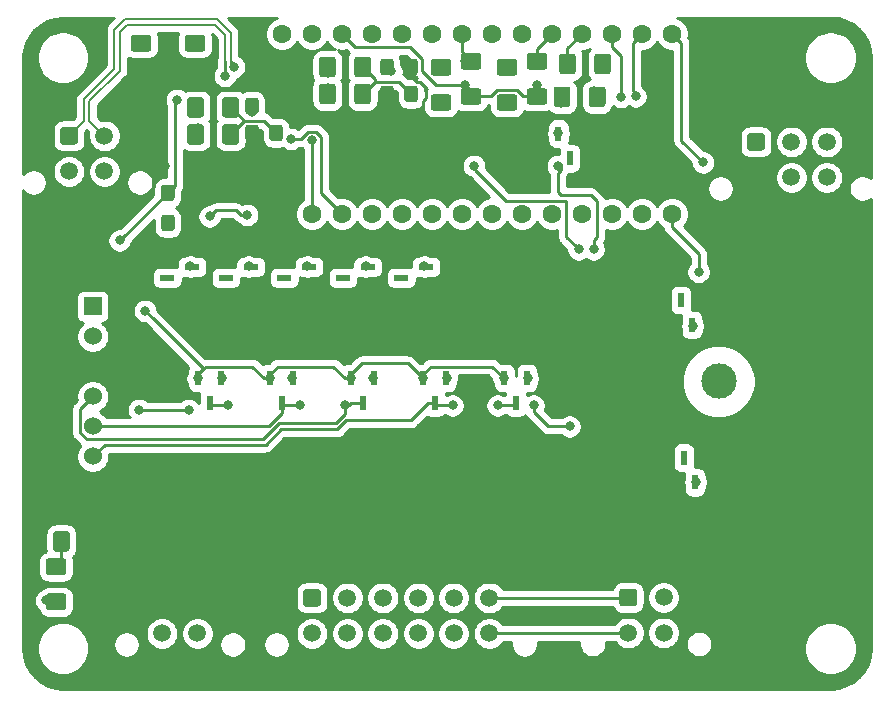
<source format=gbr>
G04 #@! TF.GenerationSoftware,KiCad,Pcbnew,(5.1.6)-1*
G04 #@! TF.CreationDate,2020-10-21T13:59:54+11:00*
G04 #@! TF.ProjectId,DashDriver-V1,44617368-4472-4697-9665-722d56312e6b,rev?*
G04 #@! TF.SameCoordinates,Original*
G04 #@! TF.FileFunction,Copper,L2,Bot*
G04 #@! TF.FilePolarity,Positive*
%FSLAX46Y46*%
G04 Gerber Fmt 4.6, Leading zero omitted, Abs format (unit mm)*
G04 Created by KiCad (PCBNEW (5.1.6)-1) date 2020-10-21 13:59:54*
%MOMM*%
%LPD*%
G01*
G04 APERTURE LIST*
G04 #@! TA.AperFunction,WasherPad*
%ADD10C,3.000000*%
G04 #@! TD*
G04 #@! TA.AperFunction,ComponentPad*
%ADD11C,1.524000*%
G04 #@! TD*
G04 #@! TA.AperFunction,ComponentPad*
%ADD12C,0.100000*%
G04 #@! TD*
G04 #@! TA.AperFunction,SMDPad,CuDef*
%ADD13R,1.300000X0.600000*%
G04 #@! TD*
G04 #@! TA.AperFunction,ComponentPad*
%ADD14C,1.500000*%
G04 #@! TD*
G04 #@! TA.AperFunction,SMDPad,CuDef*
%ADD15R,0.600000X1.300000*%
G04 #@! TD*
G04 #@! TA.AperFunction,ComponentPad*
%ADD16R,1.600000X1.600000*%
G04 #@! TD*
G04 #@! TA.AperFunction,ComponentPad*
%ADD17C,1.600000*%
G04 #@! TD*
G04 #@! TA.AperFunction,ViaPad*
%ADD18C,0.800000*%
G04 #@! TD*
G04 #@! TA.AperFunction,Conductor*
%ADD19C,0.250000*%
G04 #@! TD*
G04 #@! TA.AperFunction,Conductor*
%ADD20C,0.200000*%
G04 #@! TD*
G04 #@! TA.AperFunction,Conductor*
%ADD21C,0.254000*%
G04 #@! TD*
G04 APERTURE END LIST*
D10*
X144924000Y-68034000D03*
D11*
X91924000Y-74384000D03*
X91924000Y-71844000D03*
X91924000Y-69304000D03*
X91924000Y-66764000D03*
X91924000Y-64224000D03*
G04 #@! TA.AperFunction,ComponentPad*
D12*
G36*
X91162000Y-62446000D02*
G01*
X91162000Y-60922000D01*
X92686000Y-60922000D01*
X92686000Y-62446000D01*
X91162000Y-62446000D01*
G37*
G04 #@! TD.AperFunction*
D13*
X120152000Y-58321000D03*
X120152000Y-60221000D03*
X118052000Y-59271000D03*
X115199000Y-58321000D03*
X115199000Y-60221000D03*
X113099000Y-59271000D03*
X110246000Y-58318000D03*
X110246000Y-60218000D03*
X108146000Y-59268000D03*
X105293000Y-58321000D03*
X105293000Y-60221000D03*
X103193000Y-59271000D03*
X100340000Y-58321000D03*
X100340000Y-60221000D03*
X98240000Y-59271000D03*
G04 #@! TA.AperFunction,SMDPad,CuDef*
G36*
G01*
X91530600Y-82197200D02*
X91530600Y-80947200D01*
G75*
G02*
X91780600Y-80697200I250000J0D01*
G01*
X92705600Y-80697200D01*
G75*
G02*
X92955600Y-80947200I0J-250000D01*
G01*
X92955600Y-82197200D01*
G75*
G02*
X92705600Y-82447200I-250000J0D01*
G01*
X91780600Y-82447200D01*
G75*
G02*
X91530600Y-82197200I0J250000D01*
G01*
G37*
G04 #@! TD.AperFunction*
G04 #@! TA.AperFunction,SMDPad,CuDef*
G36*
G01*
X88555600Y-82197200D02*
X88555600Y-80947200D01*
G75*
G02*
X88805600Y-80697200I250000J0D01*
G01*
X89730600Y-80697200D01*
G75*
G02*
X89980600Y-80947200I0J-250000D01*
G01*
X89980600Y-82197200D01*
G75*
G02*
X89730600Y-82447200I-250000J0D01*
G01*
X88805600Y-82447200D01*
G75*
G02*
X88555600Y-82197200I0J250000D01*
G01*
G37*
G04 #@! TD.AperFunction*
G04 #@! TA.AperFunction,SMDPad,CuDef*
G36*
G01*
X89450200Y-84429400D02*
X88200200Y-84429400D01*
G75*
G02*
X87950200Y-84179400I0J250000D01*
G01*
X87950200Y-83254400D01*
G75*
G02*
X88200200Y-83004400I250000J0D01*
G01*
X89450200Y-83004400D01*
G75*
G02*
X89700200Y-83254400I0J-250000D01*
G01*
X89700200Y-84179400D01*
G75*
G02*
X89450200Y-84429400I-250000J0D01*
G01*
G37*
G04 #@! TD.AperFunction*
G04 #@! TA.AperFunction,SMDPad,CuDef*
G36*
G01*
X89450200Y-87404400D02*
X88200200Y-87404400D01*
G75*
G02*
X87950200Y-87154400I0J250000D01*
G01*
X87950200Y-86229400D01*
G75*
G02*
X88200200Y-85979400I250000J0D01*
G01*
X89450200Y-85979400D01*
G75*
G02*
X89700200Y-86229400I0J-250000D01*
G01*
X89700200Y-87154400D01*
G75*
G02*
X89450200Y-87404400I-250000J0D01*
G01*
G37*
G04 #@! TD.AperFunction*
D14*
X140263000Y-89322000D03*
X137263000Y-89322000D03*
X140263000Y-86322000D03*
G04 #@! TA.AperFunction,ComponentPad*
G36*
G01*
X136513000Y-86822000D02*
X136513000Y-85822000D01*
G75*
G02*
X136763000Y-85572000I250000J0D01*
G01*
X137763000Y-85572000D01*
G75*
G02*
X138013000Y-85822000I0J-250000D01*
G01*
X138013000Y-86822000D01*
G75*
G02*
X137763000Y-87072000I-250000J0D01*
G01*
X136763000Y-87072000D01*
G75*
G02*
X136513000Y-86822000I0J250000D01*
G01*
G37*
G04 #@! TD.AperFunction*
D15*
X142912000Y-76577000D03*
X141012000Y-76577000D03*
X141962000Y-74477000D03*
X142658000Y-63242000D03*
X140758000Y-63242000D03*
X141708000Y-61142000D03*
D16*
X107950000Y-53848000D03*
D17*
X110490000Y-53848000D03*
X113030000Y-53848000D03*
X115570000Y-53848000D03*
X118110000Y-53848000D03*
X120650000Y-53848000D03*
X123190000Y-53848000D03*
X125730000Y-53848000D03*
X128270000Y-53848000D03*
X130810000Y-53848000D03*
X133350000Y-53848000D03*
X135890000Y-53848000D03*
X138430000Y-53848000D03*
X107950000Y-38608000D03*
X110490000Y-38608000D03*
X113030000Y-38608000D03*
X115570000Y-38608000D03*
X118110000Y-38608000D03*
X120650000Y-38608000D03*
X123190000Y-38608000D03*
X125730000Y-38608000D03*
X128270000Y-38608000D03*
X130810000Y-38608000D03*
X133350000Y-38608000D03*
X135890000Y-38608000D03*
X138430000Y-38608000D03*
X140970000Y-53848000D03*
X140970000Y-38608000D03*
G04 #@! TA.AperFunction,SMDPad,CuDef*
G36*
G01*
X99764000Y-55060001D02*
X99764000Y-54159999D01*
G75*
G02*
X100013999Y-53910000I249999J0D01*
G01*
X100664001Y-53910000D01*
G75*
G02*
X100914000Y-54159999I0J-249999D01*
G01*
X100914000Y-55060001D01*
G75*
G02*
X100664001Y-55310000I-249999J0D01*
G01*
X100013999Y-55310000D01*
G75*
G02*
X99764000Y-55060001I0J249999D01*
G01*
G37*
G04 #@! TD.AperFunction*
G04 #@! TA.AperFunction,SMDPad,CuDef*
G36*
G01*
X97714000Y-55060001D02*
X97714000Y-54159999D01*
G75*
G02*
X97963999Y-53910000I249999J0D01*
G01*
X98614001Y-53910000D01*
G75*
G02*
X98864000Y-54159999I0J-249999D01*
G01*
X98864000Y-55060001D01*
G75*
G02*
X98614001Y-55310000I-249999J0D01*
G01*
X97963999Y-55310000D01*
G75*
G02*
X97714000Y-55060001I0J249999D01*
G01*
G37*
G04 #@! TD.AperFunction*
G04 #@! TA.AperFunction,SMDPad,CuDef*
G36*
G01*
X99755000Y-52520001D02*
X99755000Y-51619999D01*
G75*
G02*
X100004999Y-51370000I249999J0D01*
G01*
X100655001Y-51370000D01*
G75*
G02*
X100905000Y-51619999I0J-249999D01*
G01*
X100905000Y-52520001D01*
G75*
G02*
X100655001Y-52770000I-249999J0D01*
G01*
X100004999Y-52770000D01*
G75*
G02*
X99755000Y-52520001I0J249999D01*
G01*
G37*
G04 #@! TD.AperFunction*
G04 #@! TA.AperFunction,SMDPad,CuDef*
G36*
G01*
X97705000Y-52520001D02*
X97705000Y-51619999D01*
G75*
G02*
X97954999Y-51370000I249999J0D01*
G01*
X98605001Y-51370000D01*
G75*
G02*
X98855000Y-51619999I0J-249999D01*
G01*
X98855000Y-52520001D01*
G75*
G02*
X98605001Y-52770000I-249999J0D01*
G01*
X97954999Y-52770000D01*
G75*
G02*
X97705000Y-52520001I0J249999D01*
G01*
G37*
G04 #@! TD.AperFunction*
G04 #@! TA.AperFunction,SMDPad,CuDef*
G36*
G01*
X118306000Y-41852001D02*
X118306000Y-40951999D01*
G75*
G02*
X118555999Y-40702000I249999J0D01*
G01*
X119206001Y-40702000D01*
G75*
G02*
X119456000Y-40951999I0J-249999D01*
G01*
X119456000Y-41852001D01*
G75*
G02*
X119206001Y-42102000I-249999J0D01*
G01*
X118555999Y-42102000D01*
G75*
G02*
X118306000Y-41852001I0J249999D01*
G01*
G37*
G04 #@! TD.AperFunction*
G04 #@! TA.AperFunction,SMDPad,CuDef*
G36*
G01*
X116256000Y-41852001D02*
X116256000Y-40951999D01*
G75*
G02*
X116505999Y-40702000I249999J0D01*
G01*
X117156001Y-40702000D01*
G75*
G02*
X117406000Y-40951999I0J-249999D01*
G01*
X117406000Y-41852001D01*
G75*
G02*
X117156001Y-42102000I-249999J0D01*
G01*
X116505999Y-42102000D01*
G75*
G02*
X116256000Y-41852001I0J249999D01*
G01*
G37*
G04 #@! TD.AperFunction*
G04 #@! TA.AperFunction,SMDPad,CuDef*
G36*
G01*
X118306000Y-44138001D02*
X118306000Y-43237999D01*
G75*
G02*
X118555999Y-42988000I249999J0D01*
G01*
X119206001Y-42988000D01*
G75*
G02*
X119456000Y-43237999I0J-249999D01*
G01*
X119456000Y-44138001D01*
G75*
G02*
X119206001Y-44388000I-249999J0D01*
G01*
X118555999Y-44388000D01*
G75*
G02*
X118306000Y-44138001I0J249999D01*
G01*
G37*
G04 #@! TD.AperFunction*
G04 #@! TA.AperFunction,SMDPad,CuDef*
G36*
G01*
X116256000Y-44138001D02*
X116256000Y-43237999D01*
G75*
G02*
X116505999Y-42988000I249999J0D01*
G01*
X117156001Y-42988000D01*
G75*
G02*
X117406000Y-43237999I0J-249999D01*
G01*
X117406000Y-44138001D01*
G75*
G02*
X117156001Y-44388000I-249999J0D01*
G01*
X116505999Y-44388000D01*
G75*
G02*
X116256000Y-44138001I0J249999D01*
G01*
G37*
G04 #@! TD.AperFunction*
G04 #@! TA.AperFunction,SMDPad,CuDef*
G36*
G01*
X104826000Y-45154001D02*
X104826000Y-44253999D01*
G75*
G02*
X105075999Y-44004000I249999J0D01*
G01*
X105726001Y-44004000D01*
G75*
G02*
X105976000Y-44253999I0J-249999D01*
G01*
X105976000Y-45154001D01*
G75*
G02*
X105726001Y-45404000I-249999J0D01*
G01*
X105075999Y-45404000D01*
G75*
G02*
X104826000Y-45154001I0J249999D01*
G01*
G37*
G04 #@! TD.AperFunction*
G04 #@! TA.AperFunction,SMDPad,CuDef*
G36*
G01*
X106876000Y-45154001D02*
X106876000Y-44253999D01*
G75*
G02*
X107125999Y-44004000I249999J0D01*
G01*
X107776001Y-44004000D01*
G75*
G02*
X108026000Y-44253999I0J-249999D01*
G01*
X108026000Y-45154001D01*
G75*
G02*
X107776001Y-45404000I-249999J0D01*
G01*
X107125999Y-45404000D01*
G75*
G02*
X106876000Y-45154001I0J249999D01*
G01*
G37*
G04 #@! TD.AperFunction*
G04 #@! TA.AperFunction,SMDPad,CuDef*
G36*
G01*
X104826000Y-47440001D02*
X104826000Y-46539999D01*
G75*
G02*
X105075999Y-46290000I249999J0D01*
G01*
X105726001Y-46290000D01*
G75*
G02*
X105976000Y-46539999I0J-249999D01*
G01*
X105976000Y-47440001D01*
G75*
G02*
X105726001Y-47690000I-249999J0D01*
G01*
X105075999Y-47690000D01*
G75*
G02*
X104826000Y-47440001I0J249999D01*
G01*
G37*
G04 #@! TD.AperFunction*
G04 #@! TA.AperFunction,SMDPad,CuDef*
G36*
G01*
X106876000Y-47440001D02*
X106876000Y-46539999D01*
G75*
G02*
X107125999Y-46290000I249999J0D01*
G01*
X107776001Y-46290000D01*
G75*
G02*
X108026000Y-46539999I0J-249999D01*
G01*
X108026000Y-47440001D01*
G75*
G02*
X107776001Y-47690000I-249999J0D01*
G01*
X107125999Y-47690000D01*
G75*
G02*
X106876000Y-47440001I0J249999D01*
G01*
G37*
G04 #@! TD.AperFunction*
D15*
X132310000Y-49145000D03*
X133260000Y-47045000D03*
X131360000Y-47045000D03*
D14*
X100790000Y-89360000D03*
X97790000Y-89360000D03*
X100790000Y-86360000D03*
G04 #@! TA.AperFunction,ComponentPad*
G36*
G01*
X97040000Y-86860000D02*
X97040000Y-85860000D01*
G75*
G02*
X97290000Y-85610000I250000J0D01*
G01*
X98290000Y-85610000D01*
G75*
G02*
X98540000Y-85860000I0J-250000D01*
G01*
X98540000Y-86860000D01*
G75*
G02*
X98290000Y-87110000I-250000J0D01*
G01*
X97290000Y-87110000D01*
G75*
G02*
X97040000Y-86860000I0J250000D01*
G01*
G37*
G04 #@! TD.AperFunction*
G04 #@! TA.AperFunction,ComponentPad*
G36*
G01*
X109740000Y-86860000D02*
X109740000Y-85860000D01*
G75*
G02*
X109990000Y-85610000I250000J0D01*
G01*
X110990000Y-85610000D01*
G75*
G02*
X111240000Y-85860000I0J-250000D01*
G01*
X111240000Y-86860000D01*
G75*
G02*
X110990000Y-87110000I-250000J0D01*
G01*
X109990000Y-87110000D01*
G75*
G02*
X109740000Y-86860000I0J250000D01*
G01*
G37*
G04 #@! TD.AperFunction*
X113490000Y-86360000D03*
X116490000Y-86360000D03*
X119490000Y-86360000D03*
X122490000Y-86360000D03*
X125490000Y-86360000D03*
X110490000Y-89360000D03*
X113490000Y-89360000D03*
X116490000Y-89360000D03*
X119490000Y-89360000D03*
X122490000Y-89360000D03*
X125490000Y-89360000D03*
G04 #@! TA.AperFunction,ComponentPad*
G36*
G01*
X147332000Y-48252000D02*
X147332000Y-47252000D01*
G75*
G02*
X147582000Y-47002000I250000J0D01*
G01*
X148582000Y-47002000D01*
G75*
G02*
X148832000Y-47252000I0J-250000D01*
G01*
X148832000Y-48252000D01*
G75*
G02*
X148582000Y-48502000I-250000J0D01*
G01*
X147582000Y-48502000D01*
G75*
G02*
X147332000Y-48252000I0J250000D01*
G01*
G37*
G04 #@! TD.AperFunction*
X151082000Y-47752000D03*
X154082000Y-47752000D03*
X148082000Y-50752000D03*
X151082000Y-50752000D03*
X154082000Y-50752000D03*
G04 #@! TA.AperFunction,ComponentPad*
G36*
G01*
X89166000Y-47744000D02*
X89166000Y-46744000D01*
G75*
G02*
X89416000Y-46494000I250000J0D01*
G01*
X90416000Y-46494000D01*
G75*
G02*
X90666000Y-46744000I0J-250000D01*
G01*
X90666000Y-47744000D01*
G75*
G02*
X90416000Y-47994000I-250000J0D01*
G01*
X89416000Y-47994000D01*
G75*
G02*
X89166000Y-47744000I0J250000D01*
G01*
G37*
G04 #@! TD.AperFunction*
X92916000Y-47244000D03*
X89916000Y-50244000D03*
X92916000Y-50244000D03*
D15*
X100880000Y-67746000D03*
X102780000Y-67746000D03*
X101830000Y-69846000D03*
X107926000Y-69846000D03*
X108876000Y-67746000D03*
X106976000Y-67746000D03*
X119930000Y-67746000D03*
X121830000Y-67746000D03*
X120880000Y-69846000D03*
X127738000Y-69846000D03*
X128688000Y-67746000D03*
X126788000Y-67746000D03*
X113834000Y-67746000D03*
X115734000Y-67746000D03*
X114784000Y-69846000D03*
G04 #@! TA.AperFunction,SMDPad,CuDef*
G36*
G01*
X95387000Y-41669000D02*
X96637000Y-41669000D01*
G75*
G02*
X96887000Y-41919000I0J-250000D01*
G01*
X96887000Y-42844000D01*
G75*
G02*
X96637000Y-43094000I-250000J0D01*
G01*
X95387000Y-43094000D01*
G75*
G02*
X95137000Y-42844000I0J250000D01*
G01*
X95137000Y-41919000D01*
G75*
G02*
X95387000Y-41669000I250000J0D01*
G01*
G37*
G04 #@! TD.AperFunction*
G04 #@! TA.AperFunction,SMDPad,CuDef*
G36*
G01*
X95387000Y-38694000D02*
X96637000Y-38694000D01*
G75*
G02*
X96887000Y-38944000I0J-250000D01*
G01*
X96887000Y-39869000D01*
G75*
G02*
X96637000Y-40119000I-250000J0D01*
G01*
X95387000Y-40119000D01*
G75*
G02*
X95137000Y-39869000I0J250000D01*
G01*
X95137000Y-38944000D01*
G75*
G02*
X95387000Y-38694000I250000J0D01*
G01*
G37*
G04 #@! TD.AperFunction*
G04 #@! TA.AperFunction,SMDPad,CuDef*
G36*
G01*
X99959000Y-38694000D02*
X101209000Y-38694000D01*
G75*
G02*
X101459000Y-38944000I0J-250000D01*
G01*
X101459000Y-39869000D01*
G75*
G02*
X101209000Y-40119000I-250000J0D01*
G01*
X99959000Y-40119000D01*
G75*
G02*
X99709000Y-39869000I0J250000D01*
G01*
X99709000Y-38944000D01*
G75*
G02*
X99959000Y-38694000I250000J0D01*
G01*
G37*
G04 #@! TD.AperFunction*
G04 #@! TA.AperFunction,SMDPad,CuDef*
G36*
G01*
X99959000Y-41669000D02*
X101209000Y-41669000D01*
G75*
G02*
X101459000Y-41919000I0J-250000D01*
G01*
X101459000Y-42844000D01*
G75*
G02*
X101209000Y-43094000I-250000J0D01*
G01*
X99959000Y-43094000D01*
G75*
G02*
X99709000Y-42844000I0J250000D01*
G01*
X99709000Y-41919000D01*
G75*
G02*
X99959000Y-41669000I250000J0D01*
G01*
G37*
G04 #@! TD.AperFunction*
G04 #@! TA.AperFunction,SMDPad,CuDef*
G36*
G01*
X130165000Y-41643000D02*
X128915000Y-41643000D01*
G75*
G02*
X128665000Y-41393000I0J250000D01*
G01*
X128665000Y-40468000D01*
G75*
G02*
X128915000Y-40218000I250000J0D01*
G01*
X130165000Y-40218000D01*
G75*
G02*
X130415000Y-40468000I0J-250000D01*
G01*
X130415000Y-41393000D01*
G75*
G02*
X130165000Y-41643000I-250000J0D01*
G01*
G37*
G04 #@! TD.AperFunction*
G04 #@! TA.AperFunction,SMDPad,CuDef*
G36*
G01*
X130165000Y-44618000D02*
X128915000Y-44618000D01*
G75*
G02*
X128665000Y-44368000I0J250000D01*
G01*
X128665000Y-43443000D01*
G75*
G02*
X128915000Y-43193000I250000J0D01*
G01*
X130165000Y-43193000D01*
G75*
G02*
X130415000Y-43443000I0J-250000D01*
G01*
X130415000Y-44368000D01*
G75*
G02*
X130165000Y-44618000I-250000J0D01*
G01*
G37*
G04 #@! TD.AperFunction*
G04 #@! TA.AperFunction,SMDPad,CuDef*
G36*
G01*
X127625000Y-45126000D02*
X126375000Y-45126000D01*
G75*
G02*
X126125000Y-44876000I0J250000D01*
G01*
X126125000Y-43951000D01*
G75*
G02*
X126375000Y-43701000I250000J0D01*
G01*
X127625000Y-43701000D01*
G75*
G02*
X127875000Y-43951000I0J-250000D01*
G01*
X127875000Y-44876000D01*
G75*
G02*
X127625000Y-45126000I-250000J0D01*
G01*
G37*
G04 #@! TD.AperFunction*
G04 #@! TA.AperFunction,SMDPad,CuDef*
G36*
G01*
X127625000Y-42151000D02*
X126375000Y-42151000D01*
G75*
G02*
X126125000Y-41901000I0J250000D01*
G01*
X126125000Y-40976000D01*
G75*
G02*
X126375000Y-40726000I250000J0D01*
G01*
X127625000Y-40726000D01*
G75*
G02*
X127875000Y-40976000I0J-250000D01*
G01*
X127875000Y-41901000D01*
G75*
G02*
X127625000Y-42151000I-250000J0D01*
G01*
G37*
G04 #@! TD.AperFunction*
G04 #@! TA.AperFunction,SMDPad,CuDef*
G36*
G01*
X135804000Y-40523000D02*
X135804000Y-41773000D01*
G75*
G02*
X135554000Y-42023000I-250000J0D01*
G01*
X134629000Y-42023000D01*
G75*
G02*
X134379000Y-41773000I0J250000D01*
G01*
X134379000Y-40523000D01*
G75*
G02*
X134629000Y-40273000I250000J0D01*
G01*
X135554000Y-40273000D01*
G75*
G02*
X135804000Y-40523000I0J-250000D01*
G01*
G37*
G04 #@! TD.AperFunction*
G04 #@! TA.AperFunction,SMDPad,CuDef*
G36*
G01*
X132829000Y-40523000D02*
X132829000Y-41773000D01*
G75*
G02*
X132579000Y-42023000I-250000J0D01*
G01*
X131654000Y-42023000D01*
G75*
G02*
X131404000Y-41773000I0J250000D01*
G01*
X131404000Y-40523000D01*
G75*
G02*
X131654000Y-40273000I250000J0D01*
G01*
X132579000Y-40273000D01*
G75*
G02*
X132829000Y-40523000I0J-250000D01*
G01*
G37*
G04 #@! TD.AperFunction*
G04 #@! TA.AperFunction,SMDPad,CuDef*
G36*
G01*
X133923200Y-44567000D02*
X133923200Y-43317000D01*
G75*
G02*
X134173200Y-43067000I250000J0D01*
G01*
X135098200Y-43067000D01*
G75*
G02*
X135348200Y-43317000I0J-250000D01*
G01*
X135348200Y-44567000D01*
G75*
G02*
X135098200Y-44817000I-250000J0D01*
G01*
X134173200Y-44817000D01*
G75*
G02*
X133923200Y-44567000I0J250000D01*
G01*
G37*
G04 #@! TD.AperFunction*
G04 #@! TA.AperFunction,SMDPad,CuDef*
G36*
G01*
X130948200Y-44567000D02*
X130948200Y-43317000D01*
G75*
G02*
X131198200Y-43067000I250000J0D01*
G01*
X132123200Y-43067000D01*
G75*
G02*
X132373200Y-43317000I0J-250000D01*
G01*
X132373200Y-44567000D01*
G75*
G02*
X132123200Y-44817000I-250000J0D01*
G01*
X131198200Y-44817000D01*
G75*
G02*
X130948200Y-44567000I0J250000D01*
G01*
G37*
G04 #@! TD.AperFunction*
G04 #@! TA.AperFunction,SMDPad,CuDef*
G36*
G01*
X124577000Y-41643000D02*
X123327000Y-41643000D01*
G75*
G02*
X123077000Y-41393000I0J250000D01*
G01*
X123077000Y-40468000D01*
G75*
G02*
X123327000Y-40218000I250000J0D01*
G01*
X124577000Y-40218000D01*
G75*
G02*
X124827000Y-40468000I0J-250000D01*
G01*
X124827000Y-41393000D01*
G75*
G02*
X124577000Y-41643000I-250000J0D01*
G01*
G37*
G04 #@! TD.AperFunction*
G04 #@! TA.AperFunction,SMDPad,CuDef*
G36*
G01*
X124577000Y-44618000D02*
X123327000Y-44618000D01*
G75*
G02*
X123077000Y-44368000I0J250000D01*
G01*
X123077000Y-43443000D01*
G75*
G02*
X123327000Y-43193000I250000J0D01*
G01*
X124577000Y-43193000D01*
G75*
G02*
X124827000Y-43443000I0J-250000D01*
G01*
X124827000Y-44368000D01*
G75*
G02*
X124577000Y-44618000I-250000J0D01*
G01*
G37*
G04 #@! TD.AperFunction*
G04 #@! TA.AperFunction,SMDPad,CuDef*
G36*
G01*
X122037000Y-42151000D02*
X120787000Y-42151000D01*
G75*
G02*
X120537000Y-41901000I0J250000D01*
G01*
X120537000Y-40976000D01*
G75*
G02*
X120787000Y-40726000I250000J0D01*
G01*
X122037000Y-40726000D01*
G75*
G02*
X122287000Y-40976000I0J-250000D01*
G01*
X122287000Y-41901000D01*
G75*
G02*
X122037000Y-42151000I-250000J0D01*
G01*
G37*
G04 #@! TD.AperFunction*
G04 #@! TA.AperFunction,SMDPad,CuDef*
G36*
G01*
X122037000Y-45126000D02*
X120787000Y-45126000D01*
G75*
G02*
X120537000Y-44876000I0J250000D01*
G01*
X120537000Y-43951000D01*
G75*
G02*
X120787000Y-43701000I250000J0D01*
G01*
X122037000Y-43701000D01*
G75*
G02*
X122287000Y-43951000I0J-250000D01*
G01*
X122287000Y-44876000D01*
G75*
G02*
X122037000Y-45126000I-250000J0D01*
G01*
G37*
G04 #@! TD.AperFunction*
G04 #@! TA.AperFunction,SMDPad,CuDef*
G36*
G01*
X112509000Y-43063000D02*
X112509000Y-44313000D01*
G75*
G02*
X112259000Y-44563000I-250000J0D01*
G01*
X111334000Y-44563000D01*
G75*
G02*
X111084000Y-44313000I0J250000D01*
G01*
X111084000Y-43063000D01*
G75*
G02*
X111334000Y-42813000I250000J0D01*
G01*
X112259000Y-42813000D01*
G75*
G02*
X112509000Y-43063000I0J-250000D01*
G01*
G37*
G04 #@! TD.AperFunction*
G04 #@! TA.AperFunction,SMDPad,CuDef*
G36*
G01*
X115484000Y-43063000D02*
X115484000Y-44313000D01*
G75*
G02*
X115234000Y-44563000I-250000J0D01*
G01*
X114309000Y-44563000D01*
G75*
G02*
X114059000Y-44313000I0J250000D01*
G01*
X114059000Y-43063000D01*
G75*
G02*
X114309000Y-42813000I250000J0D01*
G01*
X115234000Y-42813000D01*
G75*
G02*
X115484000Y-43063000I0J-250000D01*
G01*
G37*
G04 #@! TD.AperFunction*
G04 #@! TA.AperFunction,SMDPad,CuDef*
G36*
G01*
X112509000Y-40777000D02*
X112509000Y-42027000D01*
G75*
G02*
X112259000Y-42277000I-250000J0D01*
G01*
X111334000Y-42277000D01*
G75*
G02*
X111084000Y-42027000I0J250000D01*
G01*
X111084000Y-40777000D01*
G75*
G02*
X111334000Y-40527000I250000J0D01*
G01*
X112259000Y-40527000D01*
G75*
G02*
X112509000Y-40777000I0J-250000D01*
G01*
G37*
G04 #@! TD.AperFunction*
G04 #@! TA.AperFunction,SMDPad,CuDef*
G36*
G01*
X115484000Y-40777000D02*
X115484000Y-42027000D01*
G75*
G02*
X115234000Y-42277000I-250000J0D01*
G01*
X114309000Y-42277000D01*
G75*
G02*
X114059000Y-42027000I0J250000D01*
G01*
X114059000Y-40777000D01*
G75*
G02*
X114309000Y-40527000I250000J0D01*
G01*
X115234000Y-40527000D01*
G75*
G02*
X115484000Y-40777000I0J-250000D01*
G01*
G37*
G04 #@! TD.AperFunction*
G04 #@! TA.AperFunction,SMDPad,CuDef*
G36*
G01*
X104308000Y-46492000D02*
X104308000Y-47742000D01*
G75*
G02*
X104058000Y-47992000I-250000J0D01*
G01*
X103133000Y-47992000D01*
G75*
G02*
X102883000Y-47742000I0J250000D01*
G01*
X102883000Y-46492000D01*
G75*
G02*
X103133000Y-46242000I250000J0D01*
G01*
X104058000Y-46242000D01*
G75*
G02*
X104308000Y-46492000I0J-250000D01*
G01*
G37*
G04 #@! TD.AperFunction*
G04 #@! TA.AperFunction,SMDPad,CuDef*
G36*
G01*
X101333000Y-46492000D02*
X101333000Y-47742000D01*
G75*
G02*
X101083000Y-47992000I-250000J0D01*
G01*
X100158000Y-47992000D01*
G75*
G02*
X99908000Y-47742000I0J250000D01*
G01*
X99908000Y-46492000D01*
G75*
G02*
X100158000Y-46242000I250000J0D01*
G01*
X101083000Y-46242000D01*
G75*
G02*
X101333000Y-46492000I0J-250000D01*
G01*
G37*
G04 #@! TD.AperFunction*
G04 #@! TA.AperFunction,SMDPad,CuDef*
G36*
G01*
X101333000Y-44206000D02*
X101333000Y-45456000D01*
G75*
G02*
X101083000Y-45706000I-250000J0D01*
G01*
X100158000Y-45706000D01*
G75*
G02*
X99908000Y-45456000I0J250000D01*
G01*
X99908000Y-44206000D01*
G75*
G02*
X100158000Y-43956000I250000J0D01*
G01*
X101083000Y-43956000D01*
G75*
G02*
X101333000Y-44206000I0J-250000D01*
G01*
G37*
G04 #@! TD.AperFunction*
G04 #@! TA.AperFunction,SMDPad,CuDef*
G36*
G01*
X104308000Y-44206000D02*
X104308000Y-45456000D01*
G75*
G02*
X104058000Y-45706000I-250000J0D01*
G01*
X103133000Y-45706000D01*
G75*
G02*
X102883000Y-45456000I0J250000D01*
G01*
X102883000Y-44206000D01*
G75*
G02*
X103133000Y-43956000I250000J0D01*
G01*
X104058000Y-43956000D01*
G75*
G02*
X104308000Y-44206000I0J-250000D01*
G01*
G37*
G04 #@! TD.AperFunction*
D18*
X140692000Y-63335000D03*
X140057000Y-76543000D03*
X119991000Y-46952000D03*
X92940000Y-84290000D03*
X98044000Y-49784000D03*
X116840000Y-43434000D03*
X105664000Y-46736000D03*
X133640500Y-50001500D03*
X126492000Y-50001500D03*
X100052000Y-70447000D03*
X129262000Y-70066000D03*
X131572000Y-44450000D03*
X127000000Y-44450000D03*
X121412000Y-44450000D03*
X98298000Y-54610000D03*
X105410000Y-45212000D03*
X117221000Y-41783000D03*
X132310000Y-71844000D03*
X95861000Y-70447000D03*
X126722000Y-67780000D03*
X119864000Y-67780000D03*
X100814000Y-67780000D03*
X98298000Y-52070000D03*
X135382000Y-40894000D03*
X129540000Y-42926000D03*
X123444000Y-42926000D03*
X99060000Y-44196000D03*
X106976000Y-67746000D03*
X113834000Y-67746000D03*
X105004000Y-53938000D03*
X101830000Y-54064000D03*
X96369000Y-62065000D03*
X94210000Y-56096000D03*
X131318000Y-49784000D03*
X134342000Y-56858000D03*
X124206000Y-49784000D03*
X133072000Y-56858000D03*
X95988000Y-39459000D03*
X100584000Y-39624000D03*
X137898000Y-43904001D03*
X131346500Y-47026500D03*
X136652000Y-43942000D03*
X87985500Y-86577500D03*
X113296500Y-70066000D03*
X109450000Y-70066000D03*
X122404000Y-70066000D03*
X103354000Y-70066000D03*
X126214000Y-70066000D03*
X127000000Y-41656000D03*
X134366000Y-43434000D03*
X121158000Y-41656000D03*
X100179000Y-58291500D03*
X105132000Y-58291500D03*
X110085000Y-58291500D03*
X115038000Y-58291500D03*
X119991000Y-58291500D03*
X102846000Y-67780000D03*
X129540000Y-40894000D03*
X108815000Y-67780000D03*
X132334000Y-40894000D03*
X121896000Y-67780000D03*
X123444000Y-40894000D03*
X128754000Y-67780000D03*
X115673000Y-67780000D03*
X108712000Y-47498000D03*
X110490000Y-47631000D03*
X103886000Y-41402000D03*
X111887000Y-41910000D03*
X103124000Y-42164000D03*
X111887000Y-43180000D03*
X100711000Y-45339000D03*
X100838000Y-46609000D03*
X142724000Y-63335000D03*
X143232000Y-58763000D03*
X142978000Y-76543000D03*
X143613000Y-49492000D03*
X88825200Y-83985200D03*
D19*
X120142000Y-44015190D02*
X119888000Y-44269190D01*
X120142000Y-43180000D02*
X120142000Y-44015190D01*
X119888000Y-44269190D02*
X119888000Y-44704000D01*
X118881000Y-42202000D02*
X118881000Y-41402000D01*
X119341990Y-42662990D02*
X118881000Y-42202000D01*
X119624990Y-42662990D02*
X119341990Y-42662990D01*
X120142000Y-43180000D02*
X119624990Y-42662990D01*
X140978000Y-76543000D02*
X141012000Y-76577000D01*
X140057000Y-76543000D02*
X140978000Y-76543000D01*
X129262000Y-70631685D02*
X130474315Y-71844000D01*
X129262000Y-70066000D02*
X129262000Y-70631685D01*
X130474315Y-71844000D02*
X132310000Y-71844000D01*
X132310000Y-71844000D02*
X132310000Y-71844000D01*
X100052000Y-70447000D02*
X99486315Y-70447000D01*
X99486315Y-70447000D02*
X95861000Y-70447000D01*
X95861000Y-70447000D02*
X95861000Y-70447000D01*
X98903372Y-51446628D02*
X98903372Y-44352628D01*
X98280000Y-52070000D02*
X98903372Y-51446628D01*
X98903372Y-44352628D02*
X99060000Y-44196000D01*
X99060000Y-44196000D02*
X99060000Y-44196000D01*
X129540000Y-43905500D02*
X129540000Y-42926000D01*
X127863180Y-43375990D02*
X126136820Y-43375990D01*
X129540000Y-43905500D02*
X128392690Y-43905500D01*
X128392690Y-43905500D02*
X127863180Y-43375990D01*
X125607310Y-43905500D02*
X123952000Y-43905500D01*
X126136820Y-43375990D02*
X125607310Y-43905500D01*
X123952000Y-43434000D02*
X123444000Y-42926000D01*
X123952000Y-43905500D02*
X123952000Y-43434000D01*
X113829999Y-39407999D02*
X113030000Y-38608000D01*
X118800191Y-39733001D02*
X114155001Y-39733001D01*
X119781010Y-40713820D02*
X118800191Y-39733001D01*
X119781010Y-41708200D02*
X119781010Y-40713820D01*
X114155001Y-39733001D02*
X113829999Y-39407999D01*
X120998810Y-42926000D02*
X119781010Y-41708200D01*
X123444000Y-42926000D02*
X120998810Y-42926000D01*
X119930000Y-67396000D02*
X119930000Y-67746000D01*
X120555001Y-66770999D02*
X119930000Y-67396000D01*
X125712999Y-66770999D02*
X120555001Y-66770999D01*
X126722000Y-67780000D02*
X125712999Y-66770999D01*
X113834000Y-67396000D02*
X113834000Y-67746000D01*
X114720000Y-66510000D02*
X113834000Y-67396000D01*
X118594000Y-66510000D02*
X114720000Y-66510000D01*
X119864000Y-67780000D02*
X118594000Y-66510000D01*
X106976000Y-67396000D02*
X106976000Y-67746000D01*
X107601001Y-66770999D02*
X106976000Y-67396000D01*
X112308999Y-66770999D02*
X107601001Y-66770999D01*
X113284000Y-67746000D02*
X112308999Y-66770999D01*
X113834000Y-67746000D02*
X113284000Y-67746000D01*
X100880000Y-67396000D02*
X100880000Y-67746000D01*
X105450999Y-66770999D02*
X101505001Y-66770999D01*
X106426000Y-67746000D02*
X105450999Y-66770999D01*
X106976000Y-67746000D02*
X106426000Y-67746000D01*
X106976000Y-67746000D02*
X106976000Y-67746000D01*
X113834000Y-67746000D02*
X113834000Y-67746000D01*
X102338000Y-53556000D02*
X101830000Y-54064000D01*
X104056315Y-53556000D02*
X102338000Y-53556000D01*
X105004000Y-53938000D02*
X104438315Y-53938000D01*
X104438315Y-53938000D02*
X104056315Y-53556000D01*
X101353500Y-66922500D02*
X101226500Y-66922500D01*
X101505001Y-66770999D02*
X101353500Y-66922500D01*
X101353500Y-66922500D02*
X100880000Y-67396000D01*
X101226500Y-66922500D02*
X97004000Y-62700000D01*
X97004000Y-62700000D02*
X96369000Y-62065000D01*
X96369000Y-62065000D02*
X96369000Y-62065000D01*
X94272000Y-56096000D02*
X94210000Y-56096000D01*
X98298000Y-52070000D02*
X94272000Y-56096000D01*
X134342000Y-56096000D02*
X134342000Y-56858000D01*
X134596000Y-55842000D02*
X134342000Y-56096000D01*
X134596000Y-52794000D02*
X134596000Y-55842000D01*
X131538000Y-50141000D02*
X131294000Y-50385000D01*
X131294000Y-50385000D02*
X131294000Y-52032000D01*
X131538000Y-49591000D02*
X131538000Y-50141000D01*
X131294000Y-52032000D02*
X131534989Y-52272989D01*
X131534989Y-52272989D02*
X134074989Y-52272989D01*
X134074989Y-52272989D02*
X134596000Y-52794000D01*
X137225000Y-89360000D02*
X137263000Y-89322000D01*
X125490000Y-89360000D02*
X137225000Y-89360000D01*
X126880999Y-52722999D02*
X131984999Y-52722999D01*
X124299000Y-49591000D02*
X124299000Y-50141000D01*
X124299000Y-50141000D02*
X126880999Y-52722999D01*
X131984999Y-52722999D02*
X131984999Y-55770999D01*
X131984999Y-55770999D02*
X132818000Y-56604000D01*
X132818000Y-56604000D02*
X133072000Y-56858000D01*
X133072000Y-56858000D02*
X133072000Y-56858000D01*
X137225000Y-86360000D02*
X137263000Y-86322000D01*
X125490000Y-86360000D02*
X137225000Y-86360000D01*
X115542847Y-42916653D02*
X114771500Y-43688000D01*
X115796510Y-42662990D02*
X115542847Y-42916653D01*
X117855990Y-42662990D02*
X115796510Y-42662990D01*
X118881000Y-43688000D02*
X117855990Y-42662990D01*
X115796510Y-42427010D02*
X114771500Y-41402000D01*
X115796510Y-42662990D02*
X115796510Y-42427010D01*
X104366847Y-46345653D02*
X103595500Y-47117000D01*
X104747510Y-45964990D02*
X104366847Y-46345653D01*
X106425990Y-45964990D02*
X104747510Y-45964990D01*
X107451000Y-46990000D02*
X106425990Y-45964990D01*
X104729490Y-45964990D02*
X103595500Y-44831000D01*
X104747510Y-45964990D02*
X104729490Y-45964990D01*
X138430000Y-38608000D02*
X137630001Y-39407999D01*
X137630001Y-43904001D02*
X137630001Y-43904001D01*
X137898000Y-43677998D02*
X137630001Y-43409999D01*
X137898000Y-43904001D02*
X137898000Y-43677998D01*
X137630001Y-39407999D02*
X137630001Y-43409999D01*
X135890000Y-39739370D02*
X136652000Y-40501370D01*
X135890000Y-38608000D02*
X135890000Y-39739370D01*
X136652000Y-40501370D02*
X136652000Y-43942000D01*
X136652000Y-43942000D02*
X136652000Y-43942000D01*
X113582000Y-70066000D02*
X113296500Y-70066000D01*
X114784000Y-69846000D02*
X113802000Y-69846000D01*
X113802000Y-69846000D02*
X113582000Y-70066000D01*
X113202009Y-70885991D02*
X113296500Y-70791500D01*
X113194009Y-70885991D02*
X113202009Y-70885991D01*
X112490000Y-71590000D02*
X113194009Y-70885991D01*
X90836999Y-70391001D02*
X90836999Y-72365761D01*
X91924000Y-69304000D02*
X90836999Y-70391001D01*
X90836999Y-72365761D02*
X91402239Y-72931001D01*
X91402239Y-72931001D02*
X106377409Y-72931001D01*
X113296500Y-70791500D02*
X113296500Y-70066000D01*
X106377409Y-72931001D02*
X107718410Y-71590000D01*
X107718410Y-71590000D02*
X112490000Y-71590000D01*
X108146000Y-70066000D02*
X107926000Y-69846000D01*
X109450000Y-70066000D02*
X108146000Y-70066000D01*
X93001630Y-71844000D02*
X91924000Y-71844000D01*
X106828000Y-71844000D02*
X93001630Y-71844000D01*
X107926000Y-70746000D02*
X106828000Y-71844000D01*
X107926000Y-69846000D02*
X107926000Y-70746000D01*
X121100000Y-70066000D02*
X120880000Y-69846000D01*
X122404000Y-70066000D02*
X121100000Y-70066000D01*
X118840000Y-71336000D02*
X113380410Y-71336000D01*
X120880000Y-69846000D02*
X120330000Y-69846000D01*
X120330000Y-69846000D02*
X118840000Y-71336000D01*
X113380410Y-71336000D02*
X112618410Y-72098000D01*
X107846820Y-72098000D02*
X106563809Y-73381011D01*
X112618410Y-72098000D02*
X107846820Y-72098000D01*
X92926989Y-73381011D02*
X91924000Y-74384000D01*
X106563809Y-73381011D02*
X92926989Y-73381011D01*
X102050000Y-70066000D02*
X101830000Y-69846000D01*
X103354000Y-70066000D02*
X102050000Y-70066000D01*
X127518000Y-70066000D02*
X127738000Y-69846000D01*
X126214000Y-70066000D02*
X127518000Y-70066000D01*
X129540000Y-39878000D02*
X129540000Y-40894000D01*
X130810000Y-38608000D02*
X129540000Y-39878000D01*
X132116500Y-40173000D02*
X132116500Y-41148000D01*
X132116500Y-39841500D02*
X132116500Y-40173000D01*
X133350000Y-38608000D02*
X132116500Y-39841500D01*
X123190000Y-40168500D02*
X123952000Y-40930500D01*
X123190000Y-38608000D02*
X123190000Y-40168500D01*
X110838001Y-46905999D02*
X111252000Y-47319998D01*
X110141999Y-46905999D02*
X110838001Y-46905999D01*
X108712000Y-47498000D02*
X109549998Y-47498000D01*
X109549998Y-47498000D02*
X110141999Y-46905999D01*
X111252000Y-52070000D02*
X113030000Y-53848000D01*
X111252000Y-47319998D02*
X111252000Y-52070000D01*
X110490000Y-53848000D02*
X110490000Y-47631000D01*
D20*
X93755000Y-38260800D02*
X94648800Y-37367000D01*
X93755000Y-41562800D02*
X93755000Y-38260800D01*
X91191000Y-45969000D02*
X91191000Y-44126800D01*
X89916000Y-47244000D02*
X91191000Y-45969000D01*
X91191000Y-44126800D02*
X93755000Y-41562800D01*
X94648800Y-37367000D02*
X102455200Y-37367000D01*
X102455200Y-37367000D02*
X103603000Y-38514800D01*
X103603000Y-38514800D02*
X103603000Y-40894000D01*
D19*
X103603000Y-41119000D02*
X103886000Y-41402000D01*
X103603000Y-40894000D02*
X103603000Y-41119000D01*
D20*
X102268800Y-37817000D02*
X103153000Y-38701200D01*
X94835200Y-37817000D02*
X102268800Y-37817000D01*
X92916000Y-47244000D02*
X91641000Y-45969000D01*
X91641000Y-45969000D02*
X91641000Y-44313200D01*
X91641000Y-44313200D02*
X94205000Y-41749200D01*
X94205000Y-41749200D02*
X94205000Y-38447200D01*
X94205000Y-38447200D02*
X94835200Y-37817000D01*
X103153000Y-38701200D02*
X103153000Y-40894000D01*
D19*
X103124000Y-40923000D02*
X103124000Y-42164000D01*
X103153000Y-40894000D02*
X103124000Y-40923000D01*
X140970000Y-54979370D02*
X143232000Y-57241370D01*
X140970000Y-53848000D02*
X140970000Y-54979370D01*
X143232000Y-57241370D02*
X143232000Y-58763000D01*
X143232000Y-58763000D02*
X143232000Y-58763000D01*
X141769999Y-39407999D02*
X141769999Y-47648999D01*
X140970000Y-38608000D02*
X141769999Y-39407999D01*
X141769999Y-47648999D02*
X143613000Y-49492000D01*
X143613000Y-49492000D02*
X143613000Y-49492000D01*
X89268100Y-83274000D02*
X88825200Y-83716900D01*
X89268100Y-81572200D02*
X89268100Y-83274000D01*
D21*
G36*
X93260808Y-37715546D02*
G01*
X93232763Y-37738562D01*
X93140914Y-37850480D01*
X93113133Y-37902455D01*
X93072664Y-37978167D01*
X93030635Y-38116715D01*
X93016444Y-38260800D01*
X93020001Y-38296915D01*
X93020000Y-41258353D01*
X90696808Y-43581546D01*
X90668763Y-43604562D01*
X90576914Y-43716480D01*
X90513951Y-43834275D01*
X90508664Y-43844167D01*
X90466635Y-43982715D01*
X90452444Y-44126800D01*
X90456001Y-44162915D01*
X90456000Y-45664553D01*
X90264625Y-45855928D01*
X89416000Y-45855928D01*
X89242746Y-45872992D01*
X89076150Y-45923528D01*
X88922614Y-46005595D01*
X88788038Y-46116038D01*
X88677595Y-46250614D01*
X88595528Y-46404150D01*
X88544992Y-46570746D01*
X88527928Y-46744000D01*
X88527928Y-47744000D01*
X88544992Y-47917254D01*
X88595528Y-48083850D01*
X88677595Y-48237386D01*
X88788038Y-48371962D01*
X88922614Y-48482405D01*
X89076150Y-48564472D01*
X89242746Y-48615008D01*
X89416000Y-48632072D01*
X90416000Y-48632072D01*
X90589254Y-48615008D01*
X90755850Y-48564472D01*
X90909386Y-48482405D01*
X91043962Y-48371962D01*
X91154405Y-48237386D01*
X91236472Y-48083850D01*
X91287008Y-47917254D01*
X91304072Y-47744000D01*
X91304072Y-46895375D01*
X91416000Y-46783447D01*
X91565699Y-46933146D01*
X91531000Y-47107589D01*
X91531000Y-47380411D01*
X91584225Y-47647989D01*
X91688629Y-47900043D01*
X91840201Y-48126886D01*
X92033114Y-48319799D01*
X92259957Y-48471371D01*
X92512011Y-48575775D01*
X92779589Y-48629000D01*
X93052411Y-48629000D01*
X93319989Y-48575775D01*
X93572043Y-48471371D01*
X93798886Y-48319799D01*
X93991799Y-48126886D01*
X94143371Y-47900043D01*
X94247775Y-47647989D01*
X94301000Y-47380411D01*
X94301000Y-47107589D01*
X94247775Y-46840011D01*
X94143371Y-46587957D01*
X93991799Y-46361114D01*
X93798886Y-46168201D01*
X93572043Y-46016629D01*
X93319989Y-45912225D01*
X93052411Y-45859000D01*
X92779589Y-45859000D01*
X92605146Y-45893699D01*
X92376000Y-45664554D01*
X92376000Y-44617646D01*
X94699197Y-42294450D01*
X94727237Y-42271438D01*
X94750250Y-42243397D01*
X94750253Y-42243394D01*
X94819087Y-42159520D01*
X94887337Y-42031834D01*
X94929365Y-41893285D01*
X94943556Y-41749200D01*
X94940000Y-41713095D01*
X94940000Y-40632199D01*
X95047150Y-40689472D01*
X95213746Y-40740008D01*
X95387000Y-40757072D01*
X96637000Y-40757072D01*
X96810254Y-40740008D01*
X96976850Y-40689472D01*
X97130386Y-40607405D01*
X97264962Y-40496962D01*
X97375405Y-40362386D01*
X97457472Y-40208850D01*
X97508008Y-40042254D01*
X97525072Y-39869000D01*
X97525072Y-38944000D01*
X97508008Y-38770746D01*
X97457472Y-38604150D01*
X97429597Y-38552000D01*
X99166403Y-38552000D01*
X99138528Y-38604150D01*
X99087992Y-38770746D01*
X99070928Y-38944000D01*
X99070928Y-39869000D01*
X99087992Y-40042254D01*
X99138528Y-40208850D01*
X99220595Y-40362386D01*
X99331038Y-40496962D01*
X99465614Y-40607405D01*
X99619150Y-40689472D01*
X99785746Y-40740008D01*
X99959000Y-40757072D01*
X101209000Y-40757072D01*
X101382254Y-40740008D01*
X101548850Y-40689472D01*
X101702386Y-40607405D01*
X101836962Y-40496962D01*
X101947405Y-40362386D01*
X102029472Y-40208850D01*
X102080008Y-40042254D01*
X102097072Y-39869000D01*
X102097072Y-38944000D01*
X102080008Y-38770746D01*
X102035119Y-38622765D01*
X102418000Y-39005647D01*
X102418001Y-40632248D01*
X102374997Y-40774015D01*
X102364000Y-40885668D01*
X102364000Y-40885678D01*
X102360324Y-40923000D01*
X102364000Y-40960323D01*
X102364000Y-41460289D01*
X102320063Y-41504226D01*
X102206795Y-41673744D01*
X102128774Y-41862102D01*
X102089000Y-42062061D01*
X102089000Y-42265939D01*
X102128774Y-42465898D01*
X102206795Y-42654256D01*
X102320063Y-42823774D01*
X102464226Y-42967937D01*
X102633744Y-43081205D01*
X102822102Y-43159226D01*
X103022061Y-43199000D01*
X103225939Y-43199000D01*
X103425898Y-43159226D01*
X103614256Y-43081205D01*
X103783774Y-42967937D01*
X103927937Y-42823774D01*
X104041205Y-42654256D01*
X104119226Y-42465898D01*
X104130619Y-42408619D01*
X104187898Y-42397226D01*
X104376256Y-42319205D01*
X104545774Y-42205937D01*
X104689937Y-42061774D01*
X104803205Y-41892256D01*
X104881226Y-41703898D01*
X104921000Y-41503939D01*
X104921000Y-41300061D01*
X104881226Y-41100102D01*
X104803205Y-40911744D01*
X104689937Y-40742226D01*
X104545774Y-40598063D01*
X104376256Y-40484795D01*
X104338000Y-40468949D01*
X104338000Y-38550894D01*
X104341555Y-38514799D01*
X104338000Y-38478704D01*
X104338000Y-38478695D01*
X104327365Y-38370715D01*
X104285337Y-38232167D01*
X104217087Y-38104480D01*
X104187148Y-38068000D01*
X104148253Y-38020606D01*
X104148250Y-38020603D01*
X104125237Y-37992562D01*
X104097197Y-37969550D01*
X103363646Y-37236000D01*
X107512467Y-37236000D01*
X107270273Y-37336320D01*
X107035241Y-37493363D01*
X106835363Y-37693241D01*
X106678320Y-37928273D01*
X106570147Y-38189426D01*
X106515000Y-38466665D01*
X106515000Y-38749335D01*
X106570147Y-39026574D01*
X106678320Y-39287727D01*
X106835363Y-39522759D01*
X107035241Y-39722637D01*
X107270273Y-39879680D01*
X107531426Y-39987853D01*
X107808665Y-40043000D01*
X108091335Y-40043000D01*
X108368574Y-39987853D01*
X108629727Y-39879680D01*
X108864759Y-39722637D01*
X109064637Y-39522759D01*
X109220000Y-39290241D01*
X109375363Y-39522759D01*
X109575241Y-39722637D01*
X109810273Y-39879680D01*
X110071426Y-39987853D01*
X110348665Y-40043000D01*
X110631335Y-40043000D01*
X110908574Y-39987853D01*
X111169727Y-39879680D01*
X111404759Y-39722637D01*
X111604637Y-39522759D01*
X111760000Y-39290241D01*
X111915363Y-39522759D01*
X112115241Y-39722637D01*
X112350273Y-39879680D01*
X112408038Y-39903607D01*
X112259000Y-39888928D01*
X111334000Y-39888928D01*
X111160746Y-39905992D01*
X110994150Y-39956528D01*
X110840614Y-40038595D01*
X110706038Y-40149038D01*
X110595595Y-40283614D01*
X110513528Y-40437150D01*
X110462992Y-40603746D01*
X110445928Y-40777000D01*
X110445928Y-42027000D01*
X110462992Y-42200254D01*
X110513528Y-42366850D01*
X110595595Y-42520386D01*
X110615795Y-42545000D01*
X110595595Y-42569614D01*
X110513528Y-42723150D01*
X110462992Y-42889746D01*
X110445928Y-43063000D01*
X110445928Y-44313000D01*
X110462992Y-44486254D01*
X110513528Y-44652850D01*
X110595595Y-44806386D01*
X110706038Y-44940962D01*
X110840614Y-45051405D01*
X110994150Y-45133472D01*
X111160746Y-45184008D01*
X111334000Y-45201072D01*
X112259000Y-45201072D01*
X112432254Y-45184008D01*
X112598850Y-45133472D01*
X112752386Y-45051405D01*
X112886962Y-44940962D01*
X112997405Y-44806386D01*
X113079472Y-44652850D01*
X113130008Y-44486254D01*
X113147072Y-44313000D01*
X113147072Y-43063000D01*
X113130008Y-42889746D01*
X113079472Y-42723150D01*
X112997405Y-42569614D01*
X112977205Y-42545000D01*
X112997405Y-42520386D01*
X113079472Y-42366850D01*
X113130008Y-42200254D01*
X113147072Y-42027000D01*
X113147072Y-40777000D01*
X113130008Y-40603746D01*
X113079472Y-40437150D01*
X112997405Y-40283614D01*
X112886962Y-40149038D01*
X112752386Y-40038595D01*
X112684737Y-40002436D01*
X112888665Y-40043000D01*
X113171335Y-40043000D01*
X113353887Y-40006688D01*
X113591197Y-40243998D01*
X113597152Y-40251254D01*
X113570595Y-40283614D01*
X113488528Y-40437150D01*
X113437992Y-40603746D01*
X113420928Y-40777000D01*
X113420928Y-42027000D01*
X113437992Y-42200254D01*
X113488528Y-42366850D01*
X113570595Y-42520386D01*
X113590795Y-42545000D01*
X113570595Y-42569614D01*
X113488528Y-42723150D01*
X113437992Y-42889746D01*
X113420928Y-43063000D01*
X113420928Y-44313000D01*
X113437992Y-44486254D01*
X113488528Y-44652850D01*
X113570595Y-44806386D01*
X113681038Y-44940962D01*
X113815614Y-45051405D01*
X113969150Y-45133472D01*
X114135746Y-45184008D01*
X114309000Y-45201072D01*
X115234000Y-45201072D01*
X115407254Y-45184008D01*
X115573850Y-45133472D01*
X115727386Y-45051405D01*
X115861962Y-44940962D01*
X115972405Y-44806386D01*
X116054472Y-44652850D01*
X116105008Y-44486254D01*
X116122072Y-44313000D01*
X116122072Y-43422990D01*
X117541189Y-43422990D01*
X117667928Y-43549729D01*
X117667928Y-44138001D01*
X117684992Y-44311255D01*
X117735528Y-44477851D01*
X117817595Y-44631387D01*
X117928038Y-44765962D01*
X118062613Y-44876405D01*
X118216149Y-44958472D01*
X118382745Y-45009008D01*
X118555999Y-45026072D01*
X119206001Y-45026072D01*
X119379255Y-45009008D01*
X119545851Y-44958472D01*
X119699387Y-44876405D01*
X119833962Y-44765962D01*
X119898928Y-44686801D01*
X119898928Y-44876000D01*
X119915992Y-45049254D01*
X119966528Y-45215850D01*
X120048595Y-45369386D01*
X120159038Y-45503962D01*
X120293614Y-45614405D01*
X120447150Y-45696472D01*
X120613746Y-45747008D01*
X120787000Y-45764072D01*
X122037000Y-45764072D01*
X122210254Y-45747008D01*
X122376850Y-45696472D01*
X122530386Y-45614405D01*
X122664962Y-45503962D01*
X122775405Y-45369386D01*
X122857472Y-45215850D01*
X122882711Y-45132648D01*
X122987150Y-45188472D01*
X123153746Y-45239008D01*
X123327000Y-45256072D01*
X124577000Y-45256072D01*
X124750254Y-45239008D01*
X124916850Y-45188472D01*
X125070386Y-45106405D01*
X125204962Y-44995962D01*
X125315405Y-44861386D01*
X125397472Y-44707850D01*
X125410319Y-44665500D01*
X125486928Y-44665500D01*
X125486928Y-44876000D01*
X125503992Y-45049254D01*
X125554528Y-45215850D01*
X125636595Y-45369386D01*
X125747038Y-45503962D01*
X125881614Y-45614405D01*
X126035150Y-45696472D01*
X126201746Y-45747008D01*
X126375000Y-45764072D01*
X127625000Y-45764072D01*
X127798254Y-45747008D01*
X127964850Y-45696472D01*
X128118386Y-45614405D01*
X128252962Y-45503962D01*
X128363405Y-45369386D01*
X128445472Y-45215850D01*
X128470711Y-45132648D01*
X128575150Y-45188472D01*
X128741746Y-45239008D01*
X128915000Y-45256072D01*
X130165000Y-45256072D01*
X130338254Y-45239008D01*
X130504850Y-45188472D01*
X130546598Y-45166157D01*
X130570238Y-45194962D01*
X130704814Y-45305405D01*
X130858350Y-45387472D01*
X131024946Y-45438008D01*
X131198200Y-45455072D01*
X131319602Y-45455072D01*
X131470061Y-45485000D01*
X131673939Y-45485000D01*
X131824398Y-45455072D01*
X132123200Y-45455072D01*
X132296454Y-45438008D01*
X132463050Y-45387472D01*
X132616586Y-45305405D01*
X132751162Y-45194962D01*
X132861605Y-45060386D01*
X132943672Y-44906850D01*
X132994208Y-44740254D01*
X133011272Y-44567000D01*
X133011272Y-43317000D01*
X132994208Y-43143746D01*
X132943672Y-42977150D01*
X132861605Y-42823614D01*
X132751162Y-42689038D01*
X132702289Y-42648929D01*
X132752254Y-42644008D01*
X132918850Y-42593472D01*
X133072386Y-42511405D01*
X133206962Y-42400962D01*
X133317405Y-42266386D01*
X133399472Y-42112850D01*
X133450008Y-41946254D01*
X133467072Y-41773000D01*
X133467072Y-40523000D01*
X133450008Y-40349746D01*
X133399472Y-40183150D01*
X133324560Y-40043000D01*
X133491335Y-40043000D01*
X133768574Y-39987853D01*
X134009587Y-39888022D01*
X134001038Y-39895038D01*
X133890595Y-40029614D01*
X133808528Y-40183150D01*
X133757992Y-40349746D01*
X133740928Y-40523000D01*
X133740928Y-41773000D01*
X133757992Y-41946254D01*
X133808528Y-42112850D01*
X133890595Y-42266386D01*
X134001038Y-42400962D01*
X134049911Y-42441071D01*
X133999946Y-42445992D01*
X133833350Y-42496528D01*
X133679814Y-42578595D01*
X133545238Y-42689038D01*
X133434795Y-42823614D01*
X133352728Y-42977150D01*
X133302192Y-43143746D01*
X133285128Y-43317000D01*
X133285128Y-44567000D01*
X133302192Y-44740254D01*
X133352728Y-44906850D01*
X133434795Y-45060386D01*
X133545238Y-45194962D01*
X133679814Y-45305405D01*
X133833350Y-45387472D01*
X133999946Y-45438008D01*
X134173200Y-45455072D01*
X135098200Y-45455072D01*
X135271454Y-45438008D01*
X135438050Y-45387472D01*
X135591586Y-45305405D01*
X135726162Y-45194962D01*
X135836605Y-45060386D01*
X135918672Y-44906850D01*
X135969208Y-44740254D01*
X135970762Y-44724473D01*
X135992226Y-44745937D01*
X136161744Y-44859205D01*
X136350102Y-44937226D01*
X136550061Y-44977000D01*
X136753939Y-44977000D01*
X136953898Y-44937226D01*
X137142256Y-44859205D01*
X137303435Y-44751509D01*
X137407744Y-44821206D01*
X137596102Y-44899227D01*
X137796061Y-44939001D01*
X137999939Y-44939001D01*
X138199898Y-44899227D01*
X138388256Y-44821206D01*
X138557774Y-44707938D01*
X138701937Y-44563775D01*
X138815205Y-44394257D01*
X138893226Y-44205899D01*
X138933000Y-44005940D01*
X138933000Y-43802062D01*
X138893226Y-43602103D01*
X138815205Y-43413745D01*
X138701937Y-43244227D01*
X138557774Y-43100064D01*
X138390001Y-42987962D01*
X138390001Y-40043000D01*
X138571335Y-40043000D01*
X138848574Y-39987853D01*
X139109727Y-39879680D01*
X139344759Y-39722637D01*
X139544637Y-39522759D01*
X139700000Y-39290241D01*
X139855363Y-39522759D01*
X140055241Y-39722637D01*
X140290273Y-39879680D01*
X140551426Y-39987853D01*
X140828665Y-40043000D01*
X141009999Y-40043000D01*
X141010000Y-47611667D01*
X141006323Y-47648999D01*
X141010000Y-47686332D01*
X141020997Y-47797985D01*
X141030841Y-47830437D01*
X141064453Y-47941245D01*
X141135025Y-48073275D01*
X141204372Y-48157774D01*
X141229999Y-48189000D01*
X141258997Y-48212798D01*
X142578000Y-49531802D01*
X142578000Y-49593939D01*
X142617774Y-49793898D01*
X142695795Y-49982256D01*
X142809063Y-50151774D01*
X142953226Y-50295937D01*
X143122744Y-50409205D01*
X143311102Y-50487226D01*
X143511061Y-50527000D01*
X143714939Y-50527000D01*
X143914898Y-50487226D01*
X144103256Y-50409205D01*
X144272774Y-50295937D01*
X144416937Y-50151774D01*
X144530205Y-49982256D01*
X144608226Y-49793898D01*
X144648000Y-49593939D01*
X144648000Y-49390061D01*
X144608226Y-49190102D01*
X144530205Y-49001744D01*
X144416937Y-48832226D01*
X144272774Y-48688063D01*
X144103256Y-48574795D01*
X143914898Y-48496774D01*
X143714939Y-48457000D01*
X143652802Y-48457000D01*
X142529999Y-47334198D01*
X142529999Y-47252000D01*
X146693928Y-47252000D01*
X146693928Y-48252000D01*
X146710992Y-48425254D01*
X146761528Y-48591850D01*
X146843595Y-48745386D01*
X146954038Y-48879962D01*
X147088614Y-48990405D01*
X147242150Y-49072472D01*
X147408746Y-49123008D01*
X147582000Y-49140072D01*
X148582000Y-49140072D01*
X148755254Y-49123008D01*
X148921850Y-49072472D01*
X149075386Y-48990405D01*
X149209962Y-48879962D01*
X149320405Y-48745386D01*
X149402472Y-48591850D01*
X149453008Y-48425254D01*
X149470072Y-48252000D01*
X149470072Y-47615589D01*
X149697000Y-47615589D01*
X149697000Y-47888411D01*
X149750225Y-48155989D01*
X149854629Y-48408043D01*
X150006201Y-48634886D01*
X150199114Y-48827799D01*
X150425957Y-48979371D01*
X150678011Y-49083775D01*
X150945589Y-49137000D01*
X151218411Y-49137000D01*
X151485989Y-49083775D01*
X151738043Y-48979371D01*
X151964886Y-48827799D01*
X152157799Y-48634886D01*
X152309371Y-48408043D01*
X152413775Y-48155989D01*
X152467000Y-47888411D01*
X152467000Y-47615589D01*
X152697000Y-47615589D01*
X152697000Y-47888411D01*
X152750225Y-48155989D01*
X152854629Y-48408043D01*
X153006201Y-48634886D01*
X153199114Y-48827799D01*
X153425957Y-48979371D01*
X153678011Y-49083775D01*
X153945589Y-49137000D01*
X154218411Y-49137000D01*
X154485989Y-49083775D01*
X154738043Y-48979371D01*
X154964886Y-48827799D01*
X155157799Y-48634886D01*
X155309371Y-48408043D01*
X155413775Y-48155989D01*
X155467000Y-47888411D01*
X155467000Y-47615589D01*
X155413775Y-47348011D01*
X155309371Y-47095957D01*
X155157799Y-46869114D01*
X154964886Y-46676201D01*
X154738043Y-46524629D01*
X154485989Y-46420225D01*
X154218411Y-46367000D01*
X153945589Y-46367000D01*
X153678011Y-46420225D01*
X153425957Y-46524629D01*
X153199114Y-46676201D01*
X153006201Y-46869114D01*
X152854629Y-47095957D01*
X152750225Y-47348011D01*
X152697000Y-47615589D01*
X152467000Y-47615589D01*
X152413775Y-47348011D01*
X152309371Y-47095957D01*
X152157799Y-46869114D01*
X151964886Y-46676201D01*
X151738043Y-46524629D01*
X151485989Y-46420225D01*
X151218411Y-46367000D01*
X150945589Y-46367000D01*
X150678011Y-46420225D01*
X150425957Y-46524629D01*
X150199114Y-46676201D01*
X150006201Y-46869114D01*
X149854629Y-47095957D01*
X149750225Y-47348011D01*
X149697000Y-47615589D01*
X149470072Y-47615589D01*
X149470072Y-47252000D01*
X149453008Y-47078746D01*
X149402472Y-46912150D01*
X149320405Y-46758614D01*
X149209962Y-46624038D01*
X149075386Y-46513595D01*
X148921850Y-46431528D01*
X148755254Y-46380992D01*
X148582000Y-46363928D01*
X147582000Y-46363928D01*
X147408746Y-46380992D01*
X147242150Y-46431528D01*
X147088614Y-46513595D01*
X146954038Y-46624038D01*
X146843595Y-46758614D01*
X146761528Y-46912150D01*
X146710992Y-47078746D01*
X146693928Y-47252000D01*
X142529999Y-47252000D01*
X142529999Y-40419872D01*
X152173000Y-40419872D01*
X152173000Y-40860128D01*
X152258890Y-41291925D01*
X152427369Y-41698669D01*
X152671962Y-42064729D01*
X152983271Y-42376038D01*
X153349331Y-42620631D01*
X153756075Y-42789110D01*
X154187872Y-42875000D01*
X154628128Y-42875000D01*
X155059925Y-42789110D01*
X155466669Y-42620631D01*
X155832729Y-42376038D01*
X156144038Y-42064729D01*
X156388631Y-41698669D01*
X156557110Y-41291925D01*
X156643000Y-40860128D01*
X156643000Y-40419872D01*
X156557110Y-39988075D01*
X156388631Y-39581331D01*
X156144038Y-39215271D01*
X155832729Y-38903962D01*
X155466669Y-38659369D01*
X155059925Y-38490890D01*
X154628128Y-38405000D01*
X154187872Y-38405000D01*
X153756075Y-38490890D01*
X153349331Y-38659369D01*
X152983271Y-38903962D01*
X152671962Y-39215271D01*
X152427369Y-39581331D01*
X152258890Y-39988075D01*
X152173000Y-40419872D01*
X142529999Y-40419872D01*
X142529999Y-39445321D01*
X142533675Y-39407998D01*
X142529999Y-39370675D01*
X142529999Y-39370666D01*
X142519002Y-39259013D01*
X142475545Y-39115752D01*
X142404973Y-38983723D01*
X142367467Y-38938022D01*
X142405000Y-38749335D01*
X142405000Y-38466665D01*
X142349853Y-38189426D01*
X142241680Y-37928273D01*
X142084637Y-37693241D01*
X141884759Y-37493363D01*
X141649727Y-37336320D01*
X141407533Y-37236000D01*
X154375721Y-37236000D01*
X155068558Y-37303933D01*
X155703960Y-37495772D01*
X156289994Y-37807373D01*
X156804347Y-38226870D01*
X157227419Y-38738275D01*
X157543104Y-39322123D01*
X157739375Y-39956170D01*
X157812001Y-40647164D01*
X157812001Y-50816869D01*
X157805520Y-50810388D01*
X157619624Y-50686176D01*
X157413067Y-50600617D01*
X157193788Y-50557000D01*
X156970212Y-50557000D01*
X156750933Y-50600617D01*
X156544376Y-50686176D01*
X156358480Y-50810388D01*
X156200388Y-50968480D01*
X156076176Y-51154376D01*
X155990617Y-51360933D01*
X155947000Y-51580212D01*
X155947000Y-51803788D01*
X155990617Y-52023067D01*
X156076176Y-52229624D01*
X156200388Y-52415520D01*
X156358480Y-52573612D01*
X156544376Y-52697824D01*
X156750933Y-52783383D01*
X156970212Y-52827000D01*
X157193788Y-52827000D01*
X157413067Y-52783383D01*
X157619624Y-52697824D01*
X157805520Y-52573612D01*
X157812001Y-52567131D01*
X157812000Y-90607722D01*
X157744067Y-91300558D01*
X157552228Y-91935958D01*
X157240630Y-92521991D01*
X156821130Y-93036347D01*
X156309725Y-93459419D01*
X155725878Y-93775103D01*
X155091830Y-93971375D01*
X154400845Y-94044000D01*
X89440278Y-94044000D01*
X88747442Y-93976067D01*
X88112042Y-93784228D01*
X87526009Y-93472630D01*
X87011653Y-93053130D01*
X86588581Y-92541725D01*
X86272897Y-91957878D01*
X86076625Y-91323830D01*
X86004000Y-90632845D01*
X86004000Y-90419872D01*
X87173000Y-90419872D01*
X87173000Y-90860128D01*
X87258890Y-91291925D01*
X87427369Y-91698669D01*
X87671962Y-92064729D01*
X87983271Y-92376038D01*
X88349331Y-92620631D01*
X88756075Y-92789110D01*
X89187872Y-92875000D01*
X89628128Y-92875000D01*
X90059925Y-92789110D01*
X90466669Y-92620631D01*
X90832729Y-92376038D01*
X91144038Y-92064729D01*
X91388631Y-91698669D01*
X91557110Y-91291925D01*
X91643000Y-90860128D01*
X91643000Y-90419872D01*
X91596920Y-90188212D01*
X93655000Y-90188212D01*
X93655000Y-90411788D01*
X93698617Y-90631067D01*
X93784176Y-90837624D01*
X93908388Y-91023520D01*
X94066480Y-91181612D01*
X94252376Y-91305824D01*
X94458933Y-91391383D01*
X94678212Y-91435000D01*
X94901788Y-91435000D01*
X95121067Y-91391383D01*
X95327624Y-91305824D01*
X95513520Y-91181612D01*
X95671612Y-91023520D01*
X95795824Y-90837624D01*
X95881383Y-90631067D01*
X95925000Y-90411788D01*
X95925000Y-90188212D01*
X95881383Y-89968933D01*
X95795824Y-89762376D01*
X95671612Y-89576480D01*
X95513520Y-89418388D01*
X95327624Y-89294176D01*
X95157213Y-89223589D01*
X96405000Y-89223589D01*
X96405000Y-89496411D01*
X96458225Y-89763989D01*
X96562629Y-90016043D01*
X96714201Y-90242886D01*
X96907114Y-90435799D01*
X97133957Y-90587371D01*
X97386011Y-90691775D01*
X97653589Y-90745000D01*
X97926411Y-90745000D01*
X98193989Y-90691775D01*
X98446043Y-90587371D01*
X98672886Y-90435799D01*
X98865799Y-90242886D01*
X99017371Y-90016043D01*
X99121775Y-89763989D01*
X99175000Y-89496411D01*
X99175000Y-89223589D01*
X99405000Y-89223589D01*
X99405000Y-89496411D01*
X99458225Y-89763989D01*
X99562629Y-90016043D01*
X99714201Y-90242886D01*
X99907114Y-90435799D01*
X100133957Y-90587371D01*
X100386011Y-90691775D01*
X100653589Y-90745000D01*
X100926411Y-90745000D01*
X101193989Y-90691775D01*
X101446043Y-90587371D01*
X101672886Y-90435799D01*
X101865799Y-90242886D01*
X101902331Y-90188212D01*
X102655000Y-90188212D01*
X102655000Y-90411788D01*
X102698617Y-90631067D01*
X102784176Y-90837624D01*
X102908388Y-91023520D01*
X103066480Y-91181612D01*
X103252376Y-91305824D01*
X103458933Y-91391383D01*
X103678212Y-91435000D01*
X103901788Y-91435000D01*
X104121067Y-91391383D01*
X104327624Y-91305824D01*
X104513520Y-91181612D01*
X104671612Y-91023520D01*
X104795824Y-90837624D01*
X104881383Y-90631067D01*
X104925000Y-90411788D01*
X104925000Y-90188212D01*
X106355000Y-90188212D01*
X106355000Y-90411788D01*
X106398617Y-90631067D01*
X106484176Y-90837624D01*
X106608388Y-91023520D01*
X106766480Y-91181612D01*
X106952376Y-91305824D01*
X107158933Y-91391383D01*
X107378212Y-91435000D01*
X107601788Y-91435000D01*
X107821067Y-91391383D01*
X108027624Y-91305824D01*
X108213520Y-91181612D01*
X108371612Y-91023520D01*
X108495824Y-90837624D01*
X108581383Y-90631067D01*
X108625000Y-90411788D01*
X108625000Y-90188212D01*
X108581383Y-89968933D01*
X108495824Y-89762376D01*
X108371612Y-89576480D01*
X108213520Y-89418388D01*
X108027624Y-89294176D01*
X107857213Y-89223589D01*
X109105000Y-89223589D01*
X109105000Y-89496411D01*
X109158225Y-89763989D01*
X109262629Y-90016043D01*
X109414201Y-90242886D01*
X109607114Y-90435799D01*
X109833957Y-90587371D01*
X110086011Y-90691775D01*
X110353589Y-90745000D01*
X110626411Y-90745000D01*
X110893989Y-90691775D01*
X111146043Y-90587371D01*
X111372886Y-90435799D01*
X111565799Y-90242886D01*
X111717371Y-90016043D01*
X111821775Y-89763989D01*
X111875000Y-89496411D01*
X111875000Y-89223589D01*
X112105000Y-89223589D01*
X112105000Y-89496411D01*
X112158225Y-89763989D01*
X112262629Y-90016043D01*
X112414201Y-90242886D01*
X112607114Y-90435799D01*
X112833957Y-90587371D01*
X113086011Y-90691775D01*
X113353589Y-90745000D01*
X113626411Y-90745000D01*
X113893989Y-90691775D01*
X114146043Y-90587371D01*
X114372886Y-90435799D01*
X114565799Y-90242886D01*
X114717371Y-90016043D01*
X114821775Y-89763989D01*
X114875000Y-89496411D01*
X114875000Y-89223589D01*
X115105000Y-89223589D01*
X115105000Y-89496411D01*
X115158225Y-89763989D01*
X115262629Y-90016043D01*
X115414201Y-90242886D01*
X115607114Y-90435799D01*
X115833957Y-90587371D01*
X116086011Y-90691775D01*
X116353589Y-90745000D01*
X116626411Y-90745000D01*
X116893989Y-90691775D01*
X117146043Y-90587371D01*
X117372886Y-90435799D01*
X117565799Y-90242886D01*
X117717371Y-90016043D01*
X117821775Y-89763989D01*
X117875000Y-89496411D01*
X117875000Y-89223589D01*
X118105000Y-89223589D01*
X118105000Y-89496411D01*
X118158225Y-89763989D01*
X118262629Y-90016043D01*
X118414201Y-90242886D01*
X118607114Y-90435799D01*
X118833957Y-90587371D01*
X119086011Y-90691775D01*
X119353589Y-90745000D01*
X119626411Y-90745000D01*
X119893989Y-90691775D01*
X120146043Y-90587371D01*
X120372886Y-90435799D01*
X120565799Y-90242886D01*
X120717371Y-90016043D01*
X120821775Y-89763989D01*
X120875000Y-89496411D01*
X120875000Y-89223589D01*
X121105000Y-89223589D01*
X121105000Y-89496411D01*
X121158225Y-89763989D01*
X121262629Y-90016043D01*
X121414201Y-90242886D01*
X121607114Y-90435799D01*
X121833957Y-90587371D01*
X122086011Y-90691775D01*
X122353589Y-90745000D01*
X122626411Y-90745000D01*
X122893989Y-90691775D01*
X123146043Y-90587371D01*
X123372886Y-90435799D01*
X123565799Y-90242886D01*
X123717371Y-90016043D01*
X123821775Y-89763989D01*
X123875000Y-89496411D01*
X123875000Y-89223589D01*
X124105000Y-89223589D01*
X124105000Y-89496411D01*
X124158225Y-89763989D01*
X124262629Y-90016043D01*
X124414201Y-90242886D01*
X124607114Y-90435799D01*
X124833957Y-90587371D01*
X125086011Y-90691775D01*
X125353589Y-90745000D01*
X125626411Y-90745000D01*
X125893989Y-90691775D01*
X126146043Y-90587371D01*
X126372886Y-90435799D01*
X126565799Y-90242886D01*
X126647909Y-90120000D01*
X127368568Y-90120000D01*
X127355000Y-90188212D01*
X127355000Y-90411788D01*
X127398617Y-90631067D01*
X127484176Y-90837624D01*
X127608388Y-91023520D01*
X127766480Y-91181612D01*
X127952376Y-91305824D01*
X128158933Y-91391383D01*
X128378212Y-91435000D01*
X128601788Y-91435000D01*
X128821067Y-91391383D01*
X129027624Y-91305824D01*
X129213520Y-91181612D01*
X129371612Y-91023520D01*
X129495824Y-90837624D01*
X129581383Y-90631067D01*
X129625000Y-90411788D01*
X129625000Y-90188212D01*
X129611432Y-90120000D01*
X133134009Y-90120000D01*
X133128000Y-90150212D01*
X133128000Y-90373788D01*
X133171617Y-90593067D01*
X133257176Y-90799624D01*
X133381388Y-90985520D01*
X133539480Y-91143612D01*
X133725376Y-91267824D01*
X133931933Y-91353383D01*
X134151212Y-91397000D01*
X134374788Y-91397000D01*
X134594067Y-91353383D01*
X134800624Y-91267824D01*
X134986520Y-91143612D01*
X135144612Y-90985520D01*
X135268824Y-90799624D01*
X135354383Y-90593067D01*
X135398000Y-90373788D01*
X135398000Y-90150212D01*
X135391991Y-90120000D01*
X136130482Y-90120000D01*
X136187201Y-90204886D01*
X136380114Y-90397799D01*
X136606957Y-90549371D01*
X136859011Y-90653775D01*
X137126589Y-90707000D01*
X137399411Y-90707000D01*
X137666989Y-90653775D01*
X137919043Y-90549371D01*
X138145886Y-90397799D01*
X138338799Y-90204886D01*
X138490371Y-89978043D01*
X138594775Y-89725989D01*
X138648000Y-89458411D01*
X138648000Y-89185589D01*
X138878000Y-89185589D01*
X138878000Y-89458411D01*
X138931225Y-89725989D01*
X139035629Y-89978043D01*
X139187201Y-90204886D01*
X139380114Y-90397799D01*
X139606957Y-90549371D01*
X139859011Y-90653775D01*
X140126589Y-90707000D01*
X140399411Y-90707000D01*
X140666989Y-90653775D01*
X140919043Y-90549371D01*
X141145886Y-90397799D01*
X141338799Y-90204886D01*
X141375331Y-90150212D01*
X142128000Y-90150212D01*
X142128000Y-90373788D01*
X142171617Y-90593067D01*
X142257176Y-90799624D01*
X142381388Y-90985520D01*
X142539480Y-91143612D01*
X142725376Y-91267824D01*
X142931933Y-91353383D01*
X143151212Y-91397000D01*
X143374788Y-91397000D01*
X143594067Y-91353383D01*
X143800624Y-91267824D01*
X143986520Y-91143612D01*
X144144612Y-90985520D01*
X144268824Y-90799624D01*
X144354383Y-90593067D01*
X144388833Y-90419872D01*
X152173000Y-90419872D01*
X152173000Y-90860128D01*
X152258890Y-91291925D01*
X152427369Y-91698669D01*
X152671962Y-92064729D01*
X152983271Y-92376038D01*
X153349331Y-92620631D01*
X153756075Y-92789110D01*
X154187872Y-92875000D01*
X154628128Y-92875000D01*
X155059925Y-92789110D01*
X155466669Y-92620631D01*
X155832729Y-92376038D01*
X156144038Y-92064729D01*
X156388631Y-91698669D01*
X156557110Y-91291925D01*
X156643000Y-90860128D01*
X156643000Y-90419872D01*
X156557110Y-89988075D01*
X156388631Y-89581331D01*
X156144038Y-89215271D01*
X155832729Y-88903962D01*
X155466669Y-88659369D01*
X155059925Y-88490890D01*
X154628128Y-88405000D01*
X154187872Y-88405000D01*
X153756075Y-88490890D01*
X153349331Y-88659369D01*
X152983271Y-88903962D01*
X152671962Y-89215271D01*
X152427369Y-89581331D01*
X152258890Y-89988075D01*
X152173000Y-90419872D01*
X144388833Y-90419872D01*
X144398000Y-90373788D01*
X144398000Y-90150212D01*
X144354383Y-89930933D01*
X144268824Y-89724376D01*
X144144612Y-89538480D01*
X143986520Y-89380388D01*
X143800624Y-89256176D01*
X143594067Y-89170617D01*
X143374788Y-89127000D01*
X143151212Y-89127000D01*
X142931933Y-89170617D01*
X142725376Y-89256176D01*
X142539480Y-89380388D01*
X142381388Y-89538480D01*
X142257176Y-89724376D01*
X142171617Y-89930933D01*
X142128000Y-90150212D01*
X141375331Y-90150212D01*
X141490371Y-89978043D01*
X141594775Y-89725989D01*
X141648000Y-89458411D01*
X141648000Y-89185589D01*
X141594775Y-88918011D01*
X141490371Y-88665957D01*
X141338799Y-88439114D01*
X141145886Y-88246201D01*
X140919043Y-88094629D01*
X140666989Y-87990225D01*
X140399411Y-87937000D01*
X140126589Y-87937000D01*
X139859011Y-87990225D01*
X139606957Y-88094629D01*
X139380114Y-88246201D01*
X139187201Y-88439114D01*
X139035629Y-88665957D01*
X138931225Y-88918011D01*
X138878000Y-89185589D01*
X138648000Y-89185589D01*
X138594775Y-88918011D01*
X138490371Y-88665957D01*
X138338799Y-88439114D01*
X138145886Y-88246201D01*
X137919043Y-88094629D01*
X137666989Y-87990225D01*
X137399411Y-87937000D01*
X137126589Y-87937000D01*
X136859011Y-87990225D01*
X136606957Y-88094629D01*
X136380114Y-88246201D01*
X136187201Y-88439114D01*
X136079700Y-88600000D01*
X126647909Y-88600000D01*
X126565799Y-88477114D01*
X126372886Y-88284201D01*
X126146043Y-88132629D01*
X125893989Y-88028225D01*
X125626411Y-87975000D01*
X125353589Y-87975000D01*
X125086011Y-88028225D01*
X124833957Y-88132629D01*
X124607114Y-88284201D01*
X124414201Y-88477114D01*
X124262629Y-88703957D01*
X124158225Y-88956011D01*
X124105000Y-89223589D01*
X123875000Y-89223589D01*
X123821775Y-88956011D01*
X123717371Y-88703957D01*
X123565799Y-88477114D01*
X123372886Y-88284201D01*
X123146043Y-88132629D01*
X122893989Y-88028225D01*
X122626411Y-87975000D01*
X122353589Y-87975000D01*
X122086011Y-88028225D01*
X121833957Y-88132629D01*
X121607114Y-88284201D01*
X121414201Y-88477114D01*
X121262629Y-88703957D01*
X121158225Y-88956011D01*
X121105000Y-89223589D01*
X120875000Y-89223589D01*
X120821775Y-88956011D01*
X120717371Y-88703957D01*
X120565799Y-88477114D01*
X120372886Y-88284201D01*
X120146043Y-88132629D01*
X119893989Y-88028225D01*
X119626411Y-87975000D01*
X119353589Y-87975000D01*
X119086011Y-88028225D01*
X118833957Y-88132629D01*
X118607114Y-88284201D01*
X118414201Y-88477114D01*
X118262629Y-88703957D01*
X118158225Y-88956011D01*
X118105000Y-89223589D01*
X117875000Y-89223589D01*
X117821775Y-88956011D01*
X117717371Y-88703957D01*
X117565799Y-88477114D01*
X117372886Y-88284201D01*
X117146043Y-88132629D01*
X116893989Y-88028225D01*
X116626411Y-87975000D01*
X116353589Y-87975000D01*
X116086011Y-88028225D01*
X115833957Y-88132629D01*
X115607114Y-88284201D01*
X115414201Y-88477114D01*
X115262629Y-88703957D01*
X115158225Y-88956011D01*
X115105000Y-89223589D01*
X114875000Y-89223589D01*
X114821775Y-88956011D01*
X114717371Y-88703957D01*
X114565799Y-88477114D01*
X114372886Y-88284201D01*
X114146043Y-88132629D01*
X113893989Y-88028225D01*
X113626411Y-87975000D01*
X113353589Y-87975000D01*
X113086011Y-88028225D01*
X112833957Y-88132629D01*
X112607114Y-88284201D01*
X112414201Y-88477114D01*
X112262629Y-88703957D01*
X112158225Y-88956011D01*
X112105000Y-89223589D01*
X111875000Y-89223589D01*
X111821775Y-88956011D01*
X111717371Y-88703957D01*
X111565799Y-88477114D01*
X111372886Y-88284201D01*
X111146043Y-88132629D01*
X110893989Y-88028225D01*
X110626411Y-87975000D01*
X110353589Y-87975000D01*
X110086011Y-88028225D01*
X109833957Y-88132629D01*
X109607114Y-88284201D01*
X109414201Y-88477114D01*
X109262629Y-88703957D01*
X109158225Y-88956011D01*
X109105000Y-89223589D01*
X107857213Y-89223589D01*
X107821067Y-89208617D01*
X107601788Y-89165000D01*
X107378212Y-89165000D01*
X107158933Y-89208617D01*
X106952376Y-89294176D01*
X106766480Y-89418388D01*
X106608388Y-89576480D01*
X106484176Y-89762376D01*
X106398617Y-89968933D01*
X106355000Y-90188212D01*
X104925000Y-90188212D01*
X104881383Y-89968933D01*
X104795824Y-89762376D01*
X104671612Y-89576480D01*
X104513520Y-89418388D01*
X104327624Y-89294176D01*
X104121067Y-89208617D01*
X103901788Y-89165000D01*
X103678212Y-89165000D01*
X103458933Y-89208617D01*
X103252376Y-89294176D01*
X103066480Y-89418388D01*
X102908388Y-89576480D01*
X102784176Y-89762376D01*
X102698617Y-89968933D01*
X102655000Y-90188212D01*
X101902331Y-90188212D01*
X102017371Y-90016043D01*
X102121775Y-89763989D01*
X102175000Y-89496411D01*
X102175000Y-89223589D01*
X102121775Y-88956011D01*
X102017371Y-88703957D01*
X101865799Y-88477114D01*
X101672886Y-88284201D01*
X101446043Y-88132629D01*
X101193989Y-88028225D01*
X100926411Y-87975000D01*
X100653589Y-87975000D01*
X100386011Y-88028225D01*
X100133957Y-88132629D01*
X99907114Y-88284201D01*
X99714201Y-88477114D01*
X99562629Y-88703957D01*
X99458225Y-88956011D01*
X99405000Y-89223589D01*
X99175000Y-89223589D01*
X99121775Y-88956011D01*
X99017371Y-88703957D01*
X98865799Y-88477114D01*
X98672886Y-88284201D01*
X98446043Y-88132629D01*
X98193989Y-88028225D01*
X97926411Y-87975000D01*
X97653589Y-87975000D01*
X97386011Y-88028225D01*
X97133957Y-88132629D01*
X96907114Y-88284201D01*
X96714201Y-88477114D01*
X96562629Y-88703957D01*
X96458225Y-88956011D01*
X96405000Y-89223589D01*
X95157213Y-89223589D01*
X95121067Y-89208617D01*
X94901788Y-89165000D01*
X94678212Y-89165000D01*
X94458933Y-89208617D01*
X94252376Y-89294176D01*
X94066480Y-89418388D01*
X93908388Y-89576480D01*
X93784176Y-89762376D01*
X93698617Y-89968933D01*
X93655000Y-90188212D01*
X91596920Y-90188212D01*
X91557110Y-89988075D01*
X91388631Y-89581331D01*
X91144038Y-89215271D01*
X90832729Y-88903962D01*
X90466669Y-88659369D01*
X90059925Y-88490890D01*
X89628128Y-88405000D01*
X89187872Y-88405000D01*
X88756075Y-88490890D01*
X88349331Y-88659369D01*
X87983271Y-88903962D01*
X87671962Y-89215271D01*
X87427369Y-89581331D01*
X87258890Y-89988075D01*
X87173000Y-90419872D01*
X86004000Y-90419872D01*
X86004000Y-86475561D01*
X86950500Y-86475561D01*
X86950500Y-86679439D01*
X86990274Y-86879398D01*
X87068295Y-87067756D01*
X87181563Y-87237274D01*
X87325726Y-87381437D01*
X87350535Y-87398014D01*
X87379728Y-87494250D01*
X87461795Y-87647786D01*
X87572238Y-87782362D01*
X87706814Y-87892805D01*
X87860350Y-87974872D01*
X88026946Y-88025408D01*
X88200200Y-88042472D01*
X89450200Y-88042472D01*
X89623454Y-88025408D01*
X89790050Y-87974872D01*
X89943586Y-87892805D01*
X90078162Y-87782362D01*
X90188605Y-87647786D01*
X90270672Y-87494250D01*
X90321208Y-87327654D01*
X90338272Y-87154400D01*
X90338272Y-86229400D01*
X90321208Y-86056146D01*
X90270672Y-85889550D01*
X90254878Y-85860000D01*
X109101928Y-85860000D01*
X109101928Y-86860000D01*
X109118992Y-87033254D01*
X109169528Y-87199850D01*
X109251595Y-87353386D01*
X109362038Y-87487962D01*
X109496614Y-87598405D01*
X109650150Y-87680472D01*
X109816746Y-87731008D01*
X109990000Y-87748072D01*
X110990000Y-87748072D01*
X111163254Y-87731008D01*
X111329850Y-87680472D01*
X111483386Y-87598405D01*
X111617962Y-87487962D01*
X111728405Y-87353386D01*
X111810472Y-87199850D01*
X111861008Y-87033254D01*
X111878072Y-86860000D01*
X111878072Y-86223589D01*
X112105000Y-86223589D01*
X112105000Y-86496411D01*
X112158225Y-86763989D01*
X112262629Y-87016043D01*
X112414201Y-87242886D01*
X112607114Y-87435799D01*
X112833957Y-87587371D01*
X113086011Y-87691775D01*
X113353589Y-87745000D01*
X113626411Y-87745000D01*
X113893989Y-87691775D01*
X114146043Y-87587371D01*
X114372886Y-87435799D01*
X114565799Y-87242886D01*
X114717371Y-87016043D01*
X114821775Y-86763989D01*
X114875000Y-86496411D01*
X114875000Y-86223589D01*
X115105000Y-86223589D01*
X115105000Y-86496411D01*
X115158225Y-86763989D01*
X115262629Y-87016043D01*
X115414201Y-87242886D01*
X115607114Y-87435799D01*
X115833957Y-87587371D01*
X116086011Y-87691775D01*
X116353589Y-87745000D01*
X116626411Y-87745000D01*
X116893989Y-87691775D01*
X117146043Y-87587371D01*
X117372886Y-87435799D01*
X117565799Y-87242886D01*
X117717371Y-87016043D01*
X117821775Y-86763989D01*
X117875000Y-86496411D01*
X117875000Y-86223589D01*
X118105000Y-86223589D01*
X118105000Y-86496411D01*
X118158225Y-86763989D01*
X118262629Y-87016043D01*
X118414201Y-87242886D01*
X118607114Y-87435799D01*
X118833957Y-87587371D01*
X119086011Y-87691775D01*
X119353589Y-87745000D01*
X119626411Y-87745000D01*
X119893989Y-87691775D01*
X120146043Y-87587371D01*
X120372886Y-87435799D01*
X120565799Y-87242886D01*
X120717371Y-87016043D01*
X120821775Y-86763989D01*
X120875000Y-86496411D01*
X120875000Y-86223589D01*
X121105000Y-86223589D01*
X121105000Y-86496411D01*
X121158225Y-86763989D01*
X121262629Y-87016043D01*
X121414201Y-87242886D01*
X121607114Y-87435799D01*
X121833957Y-87587371D01*
X122086011Y-87691775D01*
X122353589Y-87745000D01*
X122626411Y-87745000D01*
X122893989Y-87691775D01*
X123146043Y-87587371D01*
X123372886Y-87435799D01*
X123565799Y-87242886D01*
X123717371Y-87016043D01*
X123821775Y-86763989D01*
X123875000Y-86496411D01*
X123875000Y-86223589D01*
X124105000Y-86223589D01*
X124105000Y-86496411D01*
X124158225Y-86763989D01*
X124262629Y-87016043D01*
X124414201Y-87242886D01*
X124607114Y-87435799D01*
X124833957Y-87587371D01*
X125086011Y-87691775D01*
X125353589Y-87745000D01*
X125626411Y-87745000D01*
X125893989Y-87691775D01*
X126146043Y-87587371D01*
X126372886Y-87435799D01*
X126565799Y-87242886D01*
X126647909Y-87120000D01*
X135929833Y-87120000D01*
X135942528Y-87161850D01*
X136024595Y-87315386D01*
X136135038Y-87449962D01*
X136269614Y-87560405D01*
X136423150Y-87642472D01*
X136589746Y-87693008D01*
X136763000Y-87710072D01*
X137763000Y-87710072D01*
X137936254Y-87693008D01*
X138102850Y-87642472D01*
X138256386Y-87560405D01*
X138390962Y-87449962D01*
X138501405Y-87315386D01*
X138583472Y-87161850D01*
X138634008Y-86995254D01*
X138651072Y-86822000D01*
X138651072Y-86185589D01*
X138878000Y-86185589D01*
X138878000Y-86458411D01*
X138931225Y-86725989D01*
X139035629Y-86978043D01*
X139187201Y-87204886D01*
X139380114Y-87397799D01*
X139606957Y-87549371D01*
X139859011Y-87653775D01*
X140126589Y-87707000D01*
X140399411Y-87707000D01*
X140666989Y-87653775D01*
X140919043Y-87549371D01*
X141145886Y-87397799D01*
X141338799Y-87204886D01*
X141490371Y-86978043D01*
X141594775Y-86725989D01*
X141648000Y-86458411D01*
X141648000Y-86185589D01*
X141594775Y-85918011D01*
X141490371Y-85665957D01*
X141338799Y-85439114D01*
X141145886Y-85246201D01*
X140919043Y-85094629D01*
X140666989Y-84990225D01*
X140399411Y-84937000D01*
X140126589Y-84937000D01*
X139859011Y-84990225D01*
X139606957Y-85094629D01*
X139380114Y-85246201D01*
X139187201Y-85439114D01*
X139035629Y-85665957D01*
X138931225Y-85918011D01*
X138878000Y-86185589D01*
X138651072Y-86185589D01*
X138651072Y-85822000D01*
X138634008Y-85648746D01*
X138583472Y-85482150D01*
X138501405Y-85328614D01*
X138390962Y-85194038D01*
X138256386Y-85083595D01*
X138102850Y-85001528D01*
X137936254Y-84950992D01*
X137763000Y-84933928D01*
X136763000Y-84933928D01*
X136589746Y-84950992D01*
X136423150Y-85001528D01*
X136269614Y-85083595D01*
X136135038Y-85194038D01*
X136024595Y-85328614D01*
X135942528Y-85482150D01*
X135906779Y-85600000D01*
X126647909Y-85600000D01*
X126565799Y-85477114D01*
X126372886Y-85284201D01*
X126146043Y-85132629D01*
X125893989Y-85028225D01*
X125626411Y-84975000D01*
X125353589Y-84975000D01*
X125086011Y-85028225D01*
X124833957Y-85132629D01*
X124607114Y-85284201D01*
X124414201Y-85477114D01*
X124262629Y-85703957D01*
X124158225Y-85956011D01*
X124105000Y-86223589D01*
X123875000Y-86223589D01*
X123821775Y-85956011D01*
X123717371Y-85703957D01*
X123565799Y-85477114D01*
X123372886Y-85284201D01*
X123146043Y-85132629D01*
X122893989Y-85028225D01*
X122626411Y-84975000D01*
X122353589Y-84975000D01*
X122086011Y-85028225D01*
X121833957Y-85132629D01*
X121607114Y-85284201D01*
X121414201Y-85477114D01*
X121262629Y-85703957D01*
X121158225Y-85956011D01*
X121105000Y-86223589D01*
X120875000Y-86223589D01*
X120821775Y-85956011D01*
X120717371Y-85703957D01*
X120565799Y-85477114D01*
X120372886Y-85284201D01*
X120146043Y-85132629D01*
X119893989Y-85028225D01*
X119626411Y-84975000D01*
X119353589Y-84975000D01*
X119086011Y-85028225D01*
X118833957Y-85132629D01*
X118607114Y-85284201D01*
X118414201Y-85477114D01*
X118262629Y-85703957D01*
X118158225Y-85956011D01*
X118105000Y-86223589D01*
X117875000Y-86223589D01*
X117821775Y-85956011D01*
X117717371Y-85703957D01*
X117565799Y-85477114D01*
X117372886Y-85284201D01*
X117146043Y-85132629D01*
X116893989Y-85028225D01*
X116626411Y-84975000D01*
X116353589Y-84975000D01*
X116086011Y-85028225D01*
X115833957Y-85132629D01*
X115607114Y-85284201D01*
X115414201Y-85477114D01*
X115262629Y-85703957D01*
X115158225Y-85956011D01*
X115105000Y-86223589D01*
X114875000Y-86223589D01*
X114821775Y-85956011D01*
X114717371Y-85703957D01*
X114565799Y-85477114D01*
X114372886Y-85284201D01*
X114146043Y-85132629D01*
X113893989Y-85028225D01*
X113626411Y-84975000D01*
X113353589Y-84975000D01*
X113086011Y-85028225D01*
X112833957Y-85132629D01*
X112607114Y-85284201D01*
X112414201Y-85477114D01*
X112262629Y-85703957D01*
X112158225Y-85956011D01*
X112105000Y-86223589D01*
X111878072Y-86223589D01*
X111878072Y-85860000D01*
X111861008Y-85686746D01*
X111810472Y-85520150D01*
X111728405Y-85366614D01*
X111617962Y-85232038D01*
X111483386Y-85121595D01*
X111329850Y-85039528D01*
X111163254Y-84988992D01*
X110990000Y-84971928D01*
X109990000Y-84971928D01*
X109816746Y-84988992D01*
X109650150Y-85039528D01*
X109496614Y-85121595D01*
X109362038Y-85232038D01*
X109251595Y-85366614D01*
X109169528Y-85520150D01*
X109118992Y-85686746D01*
X109101928Y-85860000D01*
X90254878Y-85860000D01*
X90188605Y-85736014D01*
X90078162Y-85601438D01*
X89943586Y-85490995D01*
X89790050Y-85408928D01*
X89623454Y-85358392D01*
X89450200Y-85341328D01*
X88200200Y-85341328D01*
X88026946Y-85358392D01*
X87860350Y-85408928D01*
X87706814Y-85490995D01*
X87572238Y-85601438D01*
X87538712Y-85642290D01*
X87495244Y-85660295D01*
X87325726Y-85773563D01*
X87181563Y-85917726D01*
X87068295Y-86087244D01*
X86990274Y-86275602D01*
X86950500Y-86475561D01*
X86004000Y-86475561D01*
X86004000Y-83254400D01*
X87312128Y-83254400D01*
X87312128Y-84179400D01*
X87329192Y-84352654D01*
X87379728Y-84519250D01*
X87461795Y-84672786D01*
X87572238Y-84807362D01*
X87706814Y-84917805D01*
X87860350Y-84999872D01*
X88026946Y-85050408D01*
X88200200Y-85067472D01*
X89450200Y-85067472D01*
X89623454Y-85050408D01*
X89790050Y-84999872D01*
X89943586Y-84917805D01*
X90078162Y-84807362D01*
X90188605Y-84672786D01*
X90270672Y-84519250D01*
X90321208Y-84352654D01*
X90338272Y-84179400D01*
X90338272Y-83254400D01*
X90321208Y-83081146D01*
X90270672Y-82914550D01*
X90264260Y-82902553D01*
X90358562Y-82825162D01*
X90469005Y-82690586D01*
X90551072Y-82537050D01*
X90601608Y-82370454D01*
X90618672Y-82197200D01*
X90618672Y-80947200D01*
X90601608Y-80773946D01*
X90551072Y-80607350D01*
X90469005Y-80453814D01*
X90358562Y-80319238D01*
X90223986Y-80208795D01*
X90070450Y-80126728D01*
X89903854Y-80076192D01*
X89730600Y-80059128D01*
X88805600Y-80059128D01*
X88632346Y-80076192D01*
X88465750Y-80126728D01*
X88312214Y-80208795D01*
X88177638Y-80319238D01*
X88067195Y-80453814D01*
X87985128Y-80607350D01*
X87934592Y-80773946D01*
X87917528Y-80947200D01*
X87917528Y-82197200D01*
X87934592Y-82370454D01*
X87945968Y-82407956D01*
X87860350Y-82433928D01*
X87706814Y-82515995D01*
X87572238Y-82626438D01*
X87461795Y-82761014D01*
X87379728Y-82914550D01*
X87329192Y-83081146D01*
X87312128Y-83254400D01*
X86004000Y-83254400D01*
X86004000Y-70391001D01*
X90073323Y-70391001D01*
X90076999Y-70428324D01*
X90077000Y-72328429D01*
X90073323Y-72365761D01*
X90087997Y-72514746D01*
X90131453Y-72658007D01*
X90202025Y-72790037D01*
X90267657Y-72870009D01*
X90296999Y-72905762D01*
X90325997Y-72929560D01*
X90838439Y-73442003D01*
X90861835Y-73470510D01*
X90838880Y-73493465D01*
X90685995Y-73722273D01*
X90580686Y-73976510D01*
X90527000Y-74246408D01*
X90527000Y-74521592D01*
X90580686Y-74791490D01*
X90685995Y-75045727D01*
X90838880Y-75274535D01*
X91033465Y-75469120D01*
X91262273Y-75622005D01*
X91516510Y-75727314D01*
X91786408Y-75781000D01*
X92061592Y-75781000D01*
X92331490Y-75727314D01*
X92585727Y-75622005D01*
X92814535Y-75469120D01*
X93009120Y-75274535D01*
X93162005Y-75045727D01*
X93267314Y-74791490D01*
X93321000Y-74521592D01*
X93321000Y-74246408D01*
X93300035Y-74141011D01*
X106526487Y-74141011D01*
X106563809Y-74144687D01*
X106601131Y-74141011D01*
X106601142Y-74141011D01*
X106712795Y-74130014D01*
X106856056Y-74086557D01*
X106988085Y-74015985D01*
X107103810Y-73921012D01*
X107127613Y-73892008D01*
X107192621Y-73827000D01*
X141023928Y-73827000D01*
X141023928Y-75127000D01*
X141036188Y-75251482D01*
X141072498Y-75371180D01*
X141131463Y-75481494D01*
X141210815Y-75578185D01*
X141307506Y-75657537D01*
X141417820Y-75716502D01*
X141537518Y-75752812D01*
X141662000Y-75765072D01*
X141997547Y-75765072D01*
X141986188Y-75802518D01*
X141973928Y-75927000D01*
X141973928Y-76285574D01*
X141943000Y-76441061D01*
X141943000Y-76644939D01*
X141973928Y-76800426D01*
X141973928Y-77227000D01*
X141986188Y-77351482D01*
X142022498Y-77471180D01*
X142081463Y-77581494D01*
X142160815Y-77678185D01*
X142257506Y-77757537D01*
X142367820Y-77816502D01*
X142487518Y-77852812D01*
X142612000Y-77865072D01*
X143212000Y-77865072D01*
X143336482Y-77852812D01*
X143456180Y-77816502D01*
X143566494Y-77757537D01*
X143663185Y-77678185D01*
X143742537Y-77581494D01*
X143801502Y-77471180D01*
X143837812Y-77351482D01*
X143850072Y-77227000D01*
X143850072Y-77100802D01*
X143895205Y-77033256D01*
X143973226Y-76844898D01*
X144013000Y-76644939D01*
X144013000Y-76441061D01*
X143973226Y-76241102D01*
X143895205Y-76052744D01*
X143850072Y-75985198D01*
X143850072Y-75927000D01*
X143837812Y-75802518D01*
X143801502Y-75682820D01*
X143742537Y-75572506D01*
X143663185Y-75475815D01*
X143566494Y-75396463D01*
X143456180Y-75337498D01*
X143336482Y-75301188D01*
X143212000Y-75288928D01*
X142876453Y-75288928D01*
X142887812Y-75251482D01*
X142900072Y-75127000D01*
X142900072Y-73827000D01*
X142887812Y-73702518D01*
X142851502Y-73582820D01*
X142792537Y-73472506D01*
X142713185Y-73375815D01*
X142616494Y-73296463D01*
X142506180Y-73237498D01*
X142386482Y-73201188D01*
X142262000Y-73188928D01*
X141662000Y-73188928D01*
X141537518Y-73201188D01*
X141417820Y-73237498D01*
X141307506Y-73296463D01*
X141210815Y-73375815D01*
X141131463Y-73472506D01*
X141072498Y-73582820D01*
X141036188Y-73702518D01*
X141023928Y-73827000D01*
X107192621Y-73827000D01*
X108161622Y-72858000D01*
X112581088Y-72858000D01*
X112618410Y-72861676D01*
X112655732Y-72858000D01*
X112655743Y-72858000D01*
X112767396Y-72847003D01*
X112910657Y-72803546D01*
X113042686Y-72732974D01*
X113158411Y-72638001D01*
X113182213Y-72608998D01*
X113695212Y-72096000D01*
X118802678Y-72096000D01*
X118840000Y-72099676D01*
X118877322Y-72096000D01*
X118877333Y-72096000D01*
X118988986Y-72085003D01*
X119132247Y-72041546D01*
X119264276Y-71970974D01*
X119380001Y-71876001D01*
X119403804Y-71846997D01*
X120224824Y-71025977D01*
X120225506Y-71026537D01*
X120335820Y-71085502D01*
X120455518Y-71121812D01*
X120580000Y-71134072D01*
X121180000Y-71134072D01*
X121304482Y-71121812D01*
X121424180Y-71085502D01*
X121534494Y-71026537D01*
X121631185Y-70947185D01*
X121710537Y-70850494D01*
X121715499Y-70841210D01*
X121744226Y-70869937D01*
X121913744Y-70983205D01*
X122102102Y-71061226D01*
X122302061Y-71101000D01*
X122505939Y-71101000D01*
X122705898Y-71061226D01*
X122894256Y-70983205D01*
X123063774Y-70869937D01*
X123207937Y-70725774D01*
X123321205Y-70556256D01*
X123399226Y-70367898D01*
X123439000Y-70167939D01*
X123439000Y-69964061D01*
X123399226Y-69764102D01*
X123321205Y-69575744D01*
X123207937Y-69406226D01*
X123063774Y-69262063D01*
X122894256Y-69148795D01*
X122705898Y-69070774D01*
X122505939Y-69031000D01*
X122302061Y-69031000D01*
X122102102Y-69070774D01*
X121913744Y-69148795D01*
X121818072Y-69212721D01*
X121818072Y-69196000D01*
X121805812Y-69071518D01*
X121794453Y-69034072D01*
X122130000Y-69034072D01*
X122254482Y-69021812D01*
X122374180Y-68985502D01*
X122484494Y-68926537D01*
X122581185Y-68847185D01*
X122660537Y-68750494D01*
X122719502Y-68640180D01*
X122755812Y-68520482D01*
X122768072Y-68396000D01*
X122768072Y-68337802D01*
X122813205Y-68270256D01*
X122891226Y-68081898D01*
X122931000Y-67881939D01*
X122931000Y-67678061D01*
X122901748Y-67530999D01*
X125398198Y-67530999D01*
X125687000Y-67819802D01*
X125687000Y-67881939D01*
X125726774Y-68081898D01*
X125804795Y-68270256D01*
X125849928Y-68337802D01*
X125849928Y-68396000D01*
X125862188Y-68520482D01*
X125898498Y-68640180D01*
X125957463Y-68750494D01*
X126036815Y-68847185D01*
X126133506Y-68926537D01*
X126243820Y-68985502D01*
X126363518Y-69021812D01*
X126488000Y-69034072D01*
X126823547Y-69034072D01*
X126812188Y-69071518D01*
X126799928Y-69196000D01*
X126799928Y-69212721D01*
X126704256Y-69148795D01*
X126515898Y-69070774D01*
X126315939Y-69031000D01*
X126112061Y-69031000D01*
X125912102Y-69070774D01*
X125723744Y-69148795D01*
X125554226Y-69262063D01*
X125410063Y-69406226D01*
X125296795Y-69575744D01*
X125218774Y-69764102D01*
X125179000Y-69964061D01*
X125179000Y-70167939D01*
X125218774Y-70367898D01*
X125296795Y-70556256D01*
X125410063Y-70725774D01*
X125554226Y-70869937D01*
X125723744Y-70983205D01*
X125912102Y-71061226D01*
X126112061Y-71101000D01*
X126315939Y-71101000D01*
X126515898Y-71061226D01*
X126704256Y-70983205D01*
X126873774Y-70869937D01*
X126902501Y-70841210D01*
X126907463Y-70850494D01*
X126986815Y-70947185D01*
X127083506Y-71026537D01*
X127193820Y-71085502D01*
X127313518Y-71121812D01*
X127438000Y-71134072D01*
X128038000Y-71134072D01*
X128162482Y-71121812D01*
X128282180Y-71085502D01*
X128392494Y-71026537D01*
X128489185Y-70947185D01*
X128543450Y-70881063D01*
X128556454Y-70923932D01*
X128572240Y-70953465D01*
X128627026Y-71055961D01*
X128668728Y-71106774D01*
X128722000Y-71171686D01*
X128750998Y-71195484D01*
X129910516Y-72355003D01*
X129934314Y-72384001D01*
X130050039Y-72478974D01*
X130182068Y-72549546D01*
X130325329Y-72593003D01*
X130436982Y-72604000D01*
X130436991Y-72604000D01*
X130474314Y-72607676D01*
X130511637Y-72604000D01*
X131606289Y-72604000D01*
X131650226Y-72647937D01*
X131819744Y-72761205D01*
X132008102Y-72839226D01*
X132208061Y-72879000D01*
X132411939Y-72879000D01*
X132611898Y-72839226D01*
X132800256Y-72761205D01*
X132969774Y-72647937D01*
X133113937Y-72503774D01*
X133227205Y-72334256D01*
X133305226Y-72145898D01*
X133345000Y-71945939D01*
X133345000Y-71742061D01*
X133305226Y-71542102D01*
X133227205Y-71353744D01*
X133113937Y-71184226D01*
X132969774Y-71040063D01*
X132800256Y-70926795D01*
X132611898Y-70848774D01*
X132411939Y-70809000D01*
X132208061Y-70809000D01*
X132008102Y-70848774D01*
X131819744Y-70926795D01*
X131650226Y-71040063D01*
X131606289Y-71084000D01*
X130789117Y-71084000D01*
X130203271Y-70498155D01*
X130257226Y-70367898D01*
X130297000Y-70167939D01*
X130297000Y-69964061D01*
X130257226Y-69764102D01*
X130179205Y-69575744D01*
X130065937Y-69406226D01*
X129921774Y-69262063D01*
X129752256Y-69148795D01*
X129563898Y-69070774D01*
X129363939Y-69031000D01*
X129160061Y-69031000D01*
X128960102Y-69070774D01*
X128771744Y-69148795D01*
X128676072Y-69212721D01*
X128676072Y-69196000D01*
X128663812Y-69071518D01*
X128652453Y-69034072D01*
X128988000Y-69034072D01*
X129112482Y-69021812D01*
X129232180Y-68985502D01*
X129342494Y-68926537D01*
X129439185Y-68847185D01*
X129518537Y-68750494D01*
X129577502Y-68640180D01*
X129613812Y-68520482D01*
X129626072Y-68396000D01*
X129626072Y-68337802D01*
X129671205Y-68270256D01*
X129749226Y-68081898D01*
X129789000Y-67881939D01*
X129789000Y-67726017D01*
X141797000Y-67726017D01*
X141797000Y-68341983D01*
X141917169Y-68946112D01*
X142152889Y-69515190D01*
X142495101Y-70027346D01*
X142930654Y-70462899D01*
X143442810Y-70805111D01*
X144011888Y-71040831D01*
X144616017Y-71161000D01*
X145231983Y-71161000D01*
X145836112Y-71040831D01*
X146405190Y-70805111D01*
X146917346Y-70462899D01*
X147352899Y-70027346D01*
X147695111Y-69515190D01*
X147930831Y-68946112D01*
X148051000Y-68341983D01*
X148051000Y-67726017D01*
X147930831Y-67121888D01*
X147695111Y-66552810D01*
X147352899Y-66040654D01*
X146917346Y-65605101D01*
X146405190Y-65262889D01*
X145836112Y-65027169D01*
X145231983Y-64907000D01*
X144616017Y-64907000D01*
X144011888Y-65027169D01*
X143442810Y-65262889D01*
X142930654Y-65605101D01*
X142495101Y-66040654D01*
X142152889Y-66552810D01*
X141917169Y-67121888D01*
X141797000Y-67726017D01*
X129789000Y-67726017D01*
X129789000Y-67678061D01*
X129749226Y-67478102D01*
X129671205Y-67289744D01*
X129626072Y-67222198D01*
X129626072Y-67096000D01*
X129613812Y-66971518D01*
X129577502Y-66851820D01*
X129518537Y-66741506D01*
X129439185Y-66644815D01*
X129342494Y-66565463D01*
X129232180Y-66506498D01*
X129112482Y-66470188D01*
X128988000Y-66457928D01*
X128388000Y-66457928D01*
X128263518Y-66470188D01*
X128143820Y-66506498D01*
X128033506Y-66565463D01*
X127936815Y-66644815D01*
X127857463Y-66741506D01*
X127798498Y-66851820D01*
X127762188Y-66971518D01*
X127749928Y-67096000D01*
X127749928Y-67522574D01*
X127738000Y-67582541D01*
X127726072Y-67522574D01*
X127726072Y-67096000D01*
X127713812Y-66971518D01*
X127677502Y-66851820D01*
X127618537Y-66741506D01*
X127539185Y-66644815D01*
X127442494Y-66565463D01*
X127332180Y-66506498D01*
X127212482Y-66470188D01*
X127088000Y-66457928D01*
X126488000Y-66457928D01*
X126475919Y-66459118D01*
X126276803Y-66260001D01*
X126253000Y-66230998D01*
X126137275Y-66136025D01*
X126005246Y-66065453D01*
X125861985Y-66021996D01*
X125750332Y-66010999D01*
X125750321Y-66010999D01*
X125712999Y-66007323D01*
X125675677Y-66010999D01*
X120592324Y-66010999D01*
X120555001Y-66007323D01*
X120517678Y-66010999D01*
X120517668Y-66010999D01*
X120406015Y-66021996D01*
X120262754Y-66065453D01*
X120130724Y-66136025D01*
X120085065Y-66173497D01*
X120015000Y-66230998D01*
X119991201Y-66259997D01*
X119793270Y-66457928D01*
X119630000Y-66457928D01*
X119617919Y-66459118D01*
X119157804Y-65999003D01*
X119134001Y-65969999D01*
X119018276Y-65875026D01*
X118886247Y-65804454D01*
X118742986Y-65760997D01*
X118631333Y-65750000D01*
X118631322Y-65750000D01*
X118594000Y-65746324D01*
X118556678Y-65750000D01*
X114757322Y-65750000D01*
X114719999Y-65746324D01*
X114682676Y-65750000D01*
X114682667Y-65750000D01*
X114571014Y-65760997D01*
X114427753Y-65804454D01*
X114295724Y-65875026D01*
X114179999Y-65969999D01*
X114156201Y-65998997D01*
X113697271Y-66457928D01*
X113534000Y-66457928D01*
X113409518Y-66470188D01*
X113289820Y-66506498D01*
X113179506Y-66565463D01*
X113178824Y-66566023D01*
X112872803Y-66260001D01*
X112849000Y-66230998D01*
X112733275Y-66136025D01*
X112601246Y-66065453D01*
X112457985Y-66021996D01*
X112346332Y-66010999D01*
X112346321Y-66010999D01*
X112308999Y-66007323D01*
X112271677Y-66010999D01*
X107638324Y-66010999D01*
X107601001Y-66007323D01*
X107563678Y-66010999D01*
X107563668Y-66010999D01*
X107452015Y-66021996D01*
X107308754Y-66065453D01*
X107176724Y-66136025D01*
X107131065Y-66173497D01*
X107061000Y-66230998D01*
X107037201Y-66259997D01*
X106839270Y-66457928D01*
X106676000Y-66457928D01*
X106551518Y-66470188D01*
X106431820Y-66506498D01*
X106321506Y-66565463D01*
X106320824Y-66566023D01*
X106014803Y-66260001D01*
X105991000Y-66230998D01*
X105875275Y-66136025D01*
X105743246Y-66065453D01*
X105599985Y-66021996D01*
X105488332Y-66010999D01*
X105488321Y-66010999D01*
X105450999Y-66007323D01*
X105413677Y-66010999D01*
X101542326Y-66010999D01*
X101505001Y-66007323D01*
X101467676Y-66010999D01*
X101467668Y-66010999D01*
X101396783Y-66017981D01*
X97567804Y-62189003D01*
X97567799Y-62188997D01*
X97404000Y-62025198D01*
X97404000Y-61963061D01*
X97364226Y-61763102D01*
X97286205Y-61574744D01*
X97172937Y-61405226D01*
X97028774Y-61261063D01*
X96859256Y-61147795D01*
X96670898Y-61069774D01*
X96470939Y-61030000D01*
X96267061Y-61030000D01*
X96067102Y-61069774D01*
X95878744Y-61147795D01*
X95709226Y-61261063D01*
X95565063Y-61405226D01*
X95451795Y-61574744D01*
X95373774Y-61763102D01*
X95334000Y-61963061D01*
X95334000Y-62166939D01*
X95373774Y-62366898D01*
X95451795Y-62555256D01*
X95565063Y-62724774D01*
X95709226Y-62868937D01*
X95878744Y-62982205D01*
X96067102Y-63060226D01*
X96267061Y-63100000D01*
X96329198Y-63100000D01*
X96492997Y-63263799D01*
X96493003Y-63263804D01*
X100022029Y-66792831D01*
X99990498Y-66851820D01*
X99954188Y-66971518D01*
X99941928Y-67096000D01*
X99941928Y-67222198D01*
X99896795Y-67289744D01*
X99818774Y-67478102D01*
X99779000Y-67678061D01*
X99779000Y-67881939D01*
X99818774Y-68081898D01*
X99896795Y-68270256D01*
X99941928Y-68337802D01*
X99941928Y-68396000D01*
X99954188Y-68520482D01*
X99990498Y-68640180D01*
X100049463Y-68750494D01*
X100128815Y-68847185D01*
X100225506Y-68926537D01*
X100335820Y-68985502D01*
X100455518Y-69021812D01*
X100580000Y-69034072D01*
X100915547Y-69034072D01*
X100904188Y-69071518D01*
X100891928Y-69196000D01*
X100891928Y-69841090D01*
X100855937Y-69787226D01*
X100711774Y-69643063D01*
X100542256Y-69529795D01*
X100353898Y-69451774D01*
X100153939Y-69412000D01*
X99950061Y-69412000D01*
X99750102Y-69451774D01*
X99561744Y-69529795D01*
X99392226Y-69643063D01*
X99348289Y-69687000D01*
X96564711Y-69687000D01*
X96520774Y-69643063D01*
X96351256Y-69529795D01*
X96162898Y-69451774D01*
X95962939Y-69412000D01*
X95759061Y-69412000D01*
X95559102Y-69451774D01*
X95370744Y-69529795D01*
X95201226Y-69643063D01*
X95057063Y-69787226D01*
X94943795Y-69956744D01*
X94865774Y-70145102D01*
X94826000Y-70345061D01*
X94826000Y-70548939D01*
X94865774Y-70748898D01*
X94943795Y-70937256D01*
X95041846Y-71084000D01*
X93096341Y-71084000D01*
X93009120Y-70953465D01*
X92814535Y-70758880D01*
X92585727Y-70605995D01*
X92508485Y-70574000D01*
X92585727Y-70542005D01*
X92814535Y-70389120D01*
X93009120Y-70194535D01*
X93162005Y-69965727D01*
X93267314Y-69711490D01*
X93321000Y-69441592D01*
X93321000Y-69166408D01*
X93267314Y-68896510D01*
X93162005Y-68642273D01*
X93009120Y-68413465D01*
X92814535Y-68218880D01*
X92585727Y-68065995D01*
X92331490Y-67960686D01*
X92061592Y-67907000D01*
X91786408Y-67907000D01*
X91516510Y-67960686D01*
X91262273Y-68065995D01*
X91033465Y-68218880D01*
X90838880Y-68413465D01*
X90685995Y-68642273D01*
X90580686Y-68896510D01*
X90527000Y-69166408D01*
X90527000Y-69441592D01*
X90557628Y-69595571D01*
X90326001Y-69827197D01*
X90296998Y-69851000D01*
X90270997Y-69882683D01*
X90202025Y-69966725D01*
X90186920Y-69994985D01*
X90131453Y-70098755D01*
X90087996Y-70242016D01*
X90076999Y-70353669D01*
X90076999Y-70353679D01*
X90073323Y-70391001D01*
X86004000Y-70391001D01*
X86004000Y-60922000D01*
X90523928Y-60922000D01*
X90523928Y-62446000D01*
X90536188Y-62570482D01*
X90572498Y-62690180D01*
X90631463Y-62800494D01*
X90710815Y-62897185D01*
X90807506Y-62976537D01*
X90917820Y-63035502D01*
X91037518Y-63071812D01*
X91121465Y-63080080D01*
X91033465Y-63138880D01*
X90838880Y-63333465D01*
X90685995Y-63562273D01*
X90580686Y-63816510D01*
X90527000Y-64086408D01*
X90527000Y-64361592D01*
X90580686Y-64631490D01*
X90685995Y-64885727D01*
X90838880Y-65114535D01*
X91033465Y-65309120D01*
X91262273Y-65462005D01*
X91516510Y-65567314D01*
X91786408Y-65621000D01*
X92061592Y-65621000D01*
X92331490Y-65567314D01*
X92585727Y-65462005D01*
X92814535Y-65309120D01*
X93009120Y-65114535D01*
X93162005Y-64885727D01*
X93267314Y-64631490D01*
X93321000Y-64361592D01*
X93321000Y-64086408D01*
X93267314Y-63816510D01*
X93162005Y-63562273D01*
X93009120Y-63333465D01*
X92814535Y-63138880D01*
X92726535Y-63080080D01*
X92810482Y-63071812D01*
X92930180Y-63035502D01*
X93040494Y-62976537D01*
X93137185Y-62897185D01*
X93216537Y-62800494D01*
X93275502Y-62690180D01*
X93311812Y-62570482D01*
X93324072Y-62446000D01*
X93324072Y-60922000D01*
X93311812Y-60797518D01*
X93275502Y-60677820D01*
X93216537Y-60567506D01*
X93154572Y-60492000D01*
X140769928Y-60492000D01*
X140769928Y-61792000D01*
X140782188Y-61916482D01*
X140818498Y-62036180D01*
X140877463Y-62146494D01*
X140956815Y-62243185D01*
X141053506Y-62322537D01*
X141163820Y-62381502D01*
X141283518Y-62417812D01*
X141408000Y-62430072D01*
X141743547Y-62430072D01*
X141732188Y-62467518D01*
X141719928Y-62592000D01*
X141719928Y-63077574D01*
X141689000Y-63233061D01*
X141689000Y-63436939D01*
X141719928Y-63592426D01*
X141719928Y-63892000D01*
X141732188Y-64016482D01*
X141768498Y-64136180D01*
X141827463Y-64246494D01*
X141906815Y-64343185D01*
X142003506Y-64422537D01*
X142113820Y-64481502D01*
X142233518Y-64517812D01*
X142358000Y-64530072D01*
X142958000Y-64530072D01*
X143082482Y-64517812D01*
X143202180Y-64481502D01*
X143312494Y-64422537D01*
X143409185Y-64343185D01*
X143488537Y-64246494D01*
X143547502Y-64136180D01*
X143583812Y-64016482D01*
X143595979Y-63892941D01*
X143641205Y-63825256D01*
X143719226Y-63636898D01*
X143759000Y-63436939D01*
X143759000Y-63233061D01*
X143719226Y-63033102D01*
X143641205Y-62844744D01*
X143596072Y-62777198D01*
X143596072Y-62592000D01*
X143583812Y-62467518D01*
X143547502Y-62347820D01*
X143488537Y-62237506D01*
X143409185Y-62140815D01*
X143312494Y-62061463D01*
X143202180Y-62002498D01*
X143082482Y-61966188D01*
X142958000Y-61953928D01*
X142622453Y-61953928D01*
X142633812Y-61916482D01*
X142646072Y-61792000D01*
X142646072Y-60492000D01*
X142633812Y-60367518D01*
X142597502Y-60247820D01*
X142538537Y-60137506D01*
X142459185Y-60040815D01*
X142362494Y-59961463D01*
X142252180Y-59902498D01*
X142132482Y-59866188D01*
X142008000Y-59853928D01*
X141408000Y-59853928D01*
X141283518Y-59866188D01*
X141163820Y-59902498D01*
X141053506Y-59961463D01*
X140956815Y-60040815D01*
X140877463Y-60137506D01*
X140818498Y-60247820D01*
X140782188Y-60367518D01*
X140769928Y-60492000D01*
X93154572Y-60492000D01*
X93137185Y-60470815D01*
X93040494Y-60391463D01*
X92930180Y-60332498D01*
X92810482Y-60296188D01*
X92686000Y-60283928D01*
X91162000Y-60283928D01*
X91037518Y-60296188D01*
X90917820Y-60332498D01*
X90807506Y-60391463D01*
X90710815Y-60470815D01*
X90631463Y-60567506D01*
X90572498Y-60677820D01*
X90536188Y-60797518D01*
X90523928Y-60922000D01*
X86004000Y-60922000D01*
X86004000Y-58971000D01*
X96951928Y-58971000D01*
X96951928Y-59571000D01*
X96964188Y-59695482D01*
X97000498Y-59815180D01*
X97059463Y-59925494D01*
X97138815Y-60022185D01*
X97235506Y-60101537D01*
X97345820Y-60160502D01*
X97465518Y-60196812D01*
X97590000Y-60209072D01*
X98890000Y-60209072D01*
X99014482Y-60196812D01*
X99134180Y-60160502D01*
X99244494Y-60101537D01*
X99341185Y-60022185D01*
X99420537Y-59925494D01*
X99479502Y-59815180D01*
X99515812Y-59695482D01*
X99528072Y-59571000D01*
X99528072Y-59235453D01*
X99565518Y-59246812D01*
X99690000Y-59259072D01*
X99810340Y-59259072D01*
X99877102Y-59286726D01*
X100077061Y-59326500D01*
X100280939Y-59326500D01*
X100480898Y-59286726D01*
X100547660Y-59259072D01*
X100990000Y-59259072D01*
X101114482Y-59246812D01*
X101234180Y-59210502D01*
X101344494Y-59151537D01*
X101441185Y-59072185D01*
X101520537Y-58975494D01*
X101522939Y-58971000D01*
X101904928Y-58971000D01*
X101904928Y-59571000D01*
X101917188Y-59695482D01*
X101953498Y-59815180D01*
X102012463Y-59925494D01*
X102091815Y-60022185D01*
X102188506Y-60101537D01*
X102298820Y-60160502D01*
X102418518Y-60196812D01*
X102543000Y-60209072D01*
X103843000Y-60209072D01*
X103967482Y-60196812D01*
X104087180Y-60160502D01*
X104197494Y-60101537D01*
X104294185Y-60022185D01*
X104373537Y-59925494D01*
X104432502Y-59815180D01*
X104468812Y-59695482D01*
X104481072Y-59571000D01*
X104481072Y-59235453D01*
X104518518Y-59246812D01*
X104643000Y-59259072D01*
X104763340Y-59259072D01*
X104830102Y-59286726D01*
X105030061Y-59326500D01*
X105233939Y-59326500D01*
X105433898Y-59286726D01*
X105500660Y-59259072D01*
X105943000Y-59259072D01*
X106067482Y-59246812D01*
X106187180Y-59210502D01*
X106297494Y-59151537D01*
X106394185Y-59072185D01*
X106473537Y-58975494D01*
X106477542Y-58968000D01*
X106857928Y-58968000D01*
X106857928Y-59568000D01*
X106870188Y-59692482D01*
X106906498Y-59812180D01*
X106965463Y-59922494D01*
X107044815Y-60019185D01*
X107141506Y-60098537D01*
X107251820Y-60157502D01*
X107371518Y-60193812D01*
X107496000Y-60206072D01*
X108796000Y-60206072D01*
X108920482Y-60193812D01*
X109040180Y-60157502D01*
X109150494Y-60098537D01*
X109247185Y-60019185D01*
X109326537Y-59922494D01*
X109385502Y-59812180D01*
X109421812Y-59692482D01*
X109434072Y-59568000D01*
X109434072Y-59232453D01*
X109471518Y-59243812D01*
X109596000Y-59256072D01*
X109709097Y-59256072D01*
X109783102Y-59286726D01*
X109983061Y-59326500D01*
X110186939Y-59326500D01*
X110386898Y-59286726D01*
X110460903Y-59256072D01*
X110896000Y-59256072D01*
X111020482Y-59243812D01*
X111140180Y-59207502D01*
X111250494Y-59148537D01*
X111347185Y-59069185D01*
X111426537Y-58972494D01*
X111427335Y-58971000D01*
X111810928Y-58971000D01*
X111810928Y-59571000D01*
X111823188Y-59695482D01*
X111859498Y-59815180D01*
X111918463Y-59925494D01*
X111997815Y-60022185D01*
X112094506Y-60101537D01*
X112204820Y-60160502D01*
X112324518Y-60196812D01*
X112449000Y-60209072D01*
X113749000Y-60209072D01*
X113873482Y-60196812D01*
X113993180Y-60160502D01*
X114103494Y-60101537D01*
X114200185Y-60022185D01*
X114279537Y-59925494D01*
X114338502Y-59815180D01*
X114374812Y-59695482D01*
X114387072Y-59571000D01*
X114387072Y-59235453D01*
X114424518Y-59246812D01*
X114549000Y-59259072D01*
X114669340Y-59259072D01*
X114736102Y-59286726D01*
X114936061Y-59326500D01*
X115139939Y-59326500D01*
X115339898Y-59286726D01*
X115406660Y-59259072D01*
X115849000Y-59259072D01*
X115973482Y-59246812D01*
X116093180Y-59210502D01*
X116203494Y-59151537D01*
X116300185Y-59072185D01*
X116379537Y-58975494D01*
X116381939Y-58971000D01*
X116763928Y-58971000D01*
X116763928Y-59571000D01*
X116776188Y-59695482D01*
X116812498Y-59815180D01*
X116871463Y-59925494D01*
X116950815Y-60022185D01*
X117047506Y-60101537D01*
X117157820Y-60160502D01*
X117277518Y-60196812D01*
X117402000Y-60209072D01*
X118702000Y-60209072D01*
X118826482Y-60196812D01*
X118946180Y-60160502D01*
X119056494Y-60101537D01*
X119153185Y-60022185D01*
X119232537Y-59925494D01*
X119291502Y-59815180D01*
X119327812Y-59695482D01*
X119340072Y-59571000D01*
X119340072Y-59235453D01*
X119377518Y-59246812D01*
X119502000Y-59259072D01*
X119622340Y-59259072D01*
X119689102Y-59286726D01*
X119889061Y-59326500D01*
X120092939Y-59326500D01*
X120292898Y-59286726D01*
X120359660Y-59259072D01*
X120802000Y-59259072D01*
X120926482Y-59246812D01*
X121046180Y-59210502D01*
X121156494Y-59151537D01*
X121253185Y-59072185D01*
X121332537Y-58975494D01*
X121391502Y-58865180D01*
X121427812Y-58745482D01*
X121440072Y-58621000D01*
X121440072Y-58021000D01*
X121427812Y-57896518D01*
X121391502Y-57776820D01*
X121332537Y-57666506D01*
X121253185Y-57569815D01*
X121156494Y-57490463D01*
X121046180Y-57431498D01*
X120926482Y-57395188D01*
X120802000Y-57382928D01*
X120494176Y-57382928D01*
X120481256Y-57374295D01*
X120292898Y-57296274D01*
X120092939Y-57256500D01*
X119889061Y-57256500D01*
X119689102Y-57296274D01*
X119500744Y-57374295D01*
X119485373Y-57384566D01*
X119377518Y-57395188D01*
X119257820Y-57431498D01*
X119147506Y-57490463D01*
X119050815Y-57569815D01*
X118971463Y-57666506D01*
X118912498Y-57776820D01*
X118876188Y-57896518D01*
X118863928Y-58021000D01*
X118863928Y-58356547D01*
X118826482Y-58345188D01*
X118702000Y-58332928D01*
X117402000Y-58332928D01*
X117277518Y-58345188D01*
X117157820Y-58381498D01*
X117047506Y-58440463D01*
X116950815Y-58519815D01*
X116871463Y-58616506D01*
X116812498Y-58726820D01*
X116776188Y-58846518D01*
X116763928Y-58971000D01*
X116381939Y-58971000D01*
X116438502Y-58865180D01*
X116474812Y-58745482D01*
X116487072Y-58621000D01*
X116487072Y-58021000D01*
X116474812Y-57896518D01*
X116438502Y-57776820D01*
X116379537Y-57666506D01*
X116300185Y-57569815D01*
X116203494Y-57490463D01*
X116093180Y-57431498D01*
X115973482Y-57395188D01*
X115849000Y-57382928D01*
X115541176Y-57382928D01*
X115528256Y-57374295D01*
X115339898Y-57296274D01*
X115139939Y-57256500D01*
X114936061Y-57256500D01*
X114736102Y-57296274D01*
X114547744Y-57374295D01*
X114532373Y-57384566D01*
X114424518Y-57395188D01*
X114304820Y-57431498D01*
X114194506Y-57490463D01*
X114097815Y-57569815D01*
X114018463Y-57666506D01*
X113959498Y-57776820D01*
X113923188Y-57896518D01*
X113910928Y-58021000D01*
X113910928Y-58356547D01*
X113873482Y-58345188D01*
X113749000Y-58332928D01*
X112449000Y-58332928D01*
X112324518Y-58345188D01*
X112204820Y-58381498D01*
X112094506Y-58440463D01*
X111997815Y-58519815D01*
X111918463Y-58616506D01*
X111859498Y-58726820D01*
X111823188Y-58846518D01*
X111810928Y-58971000D01*
X111427335Y-58971000D01*
X111485502Y-58862180D01*
X111521812Y-58742482D01*
X111534072Y-58618000D01*
X111534072Y-58018000D01*
X111521812Y-57893518D01*
X111485502Y-57773820D01*
X111426537Y-57663506D01*
X111347185Y-57566815D01*
X111250494Y-57487463D01*
X111140180Y-57428498D01*
X111020482Y-57392188D01*
X110896000Y-57379928D01*
X110583686Y-57379928D01*
X110575256Y-57374295D01*
X110386898Y-57296274D01*
X110186939Y-57256500D01*
X109983061Y-57256500D01*
X109783102Y-57296274D01*
X109594744Y-57374295D01*
X109584639Y-57381047D01*
X109471518Y-57392188D01*
X109351820Y-57428498D01*
X109241506Y-57487463D01*
X109144815Y-57566815D01*
X109065463Y-57663506D01*
X109006498Y-57773820D01*
X108970188Y-57893518D01*
X108957928Y-58018000D01*
X108957928Y-58353547D01*
X108920482Y-58342188D01*
X108796000Y-58329928D01*
X107496000Y-58329928D01*
X107371518Y-58342188D01*
X107251820Y-58378498D01*
X107141506Y-58437463D01*
X107044815Y-58516815D01*
X106965463Y-58613506D01*
X106906498Y-58723820D01*
X106870188Y-58843518D01*
X106857928Y-58968000D01*
X106477542Y-58968000D01*
X106532502Y-58865180D01*
X106568812Y-58745482D01*
X106581072Y-58621000D01*
X106581072Y-58021000D01*
X106568812Y-57896518D01*
X106532502Y-57776820D01*
X106473537Y-57666506D01*
X106394185Y-57569815D01*
X106297494Y-57490463D01*
X106187180Y-57431498D01*
X106067482Y-57395188D01*
X105943000Y-57382928D01*
X105635176Y-57382928D01*
X105622256Y-57374295D01*
X105433898Y-57296274D01*
X105233939Y-57256500D01*
X105030061Y-57256500D01*
X104830102Y-57296274D01*
X104641744Y-57374295D01*
X104626373Y-57384566D01*
X104518518Y-57395188D01*
X104398820Y-57431498D01*
X104288506Y-57490463D01*
X104191815Y-57569815D01*
X104112463Y-57666506D01*
X104053498Y-57776820D01*
X104017188Y-57896518D01*
X104004928Y-58021000D01*
X104004928Y-58356547D01*
X103967482Y-58345188D01*
X103843000Y-58332928D01*
X102543000Y-58332928D01*
X102418518Y-58345188D01*
X102298820Y-58381498D01*
X102188506Y-58440463D01*
X102091815Y-58519815D01*
X102012463Y-58616506D01*
X101953498Y-58726820D01*
X101917188Y-58846518D01*
X101904928Y-58971000D01*
X101522939Y-58971000D01*
X101579502Y-58865180D01*
X101615812Y-58745482D01*
X101628072Y-58621000D01*
X101628072Y-58021000D01*
X101615812Y-57896518D01*
X101579502Y-57776820D01*
X101520537Y-57666506D01*
X101441185Y-57569815D01*
X101344494Y-57490463D01*
X101234180Y-57431498D01*
X101114482Y-57395188D01*
X100990000Y-57382928D01*
X100682176Y-57382928D01*
X100669256Y-57374295D01*
X100480898Y-57296274D01*
X100280939Y-57256500D01*
X100077061Y-57256500D01*
X99877102Y-57296274D01*
X99688744Y-57374295D01*
X99673373Y-57384566D01*
X99565518Y-57395188D01*
X99445820Y-57431498D01*
X99335506Y-57490463D01*
X99238815Y-57569815D01*
X99159463Y-57666506D01*
X99100498Y-57776820D01*
X99064188Y-57896518D01*
X99051928Y-58021000D01*
X99051928Y-58356547D01*
X99014482Y-58345188D01*
X98890000Y-58332928D01*
X97590000Y-58332928D01*
X97465518Y-58345188D01*
X97345820Y-58381498D01*
X97235506Y-58440463D01*
X97138815Y-58519815D01*
X97059463Y-58616506D01*
X97000498Y-58726820D01*
X96964188Y-58846518D01*
X96951928Y-58971000D01*
X86004000Y-58971000D01*
X86004000Y-55994061D01*
X93175000Y-55994061D01*
X93175000Y-56197939D01*
X93214774Y-56397898D01*
X93292795Y-56586256D01*
X93406063Y-56755774D01*
X93550226Y-56899937D01*
X93719744Y-57013205D01*
X93908102Y-57091226D01*
X94108061Y-57131000D01*
X94311939Y-57131000D01*
X94511898Y-57091226D01*
X94700256Y-57013205D01*
X94869774Y-56899937D01*
X95013937Y-56755774D01*
X95127205Y-56586256D01*
X95205226Y-56397898D01*
X95245000Y-56197939D01*
X95245000Y-56197801D01*
X97075928Y-54366874D01*
X97075928Y-55060001D01*
X97092992Y-55233255D01*
X97143528Y-55399851D01*
X97225595Y-55553387D01*
X97336038Y-55687962D01*
X97470613Y-55798405D01*
X97624149Y-55880472D01*
X97790745Y-55931008D01*
X97963999Y-55948072D01*
X98614001Y-55948072D01*
X98787255Y-55931008D01*
X98953851Y-55880472D01*
X99107387Y-55798405D01*
X99241962Y-55687962D01*
X99352405Y-55553387D01*
X99434472Y-55399851D01*
X99485008Y-55233255D01*
X99502072Y-55060001D01*
X99502072Y-54159999D01*
X99485008Y-53986745D01*
X99477521Y-53962061D01*
X100795000Y-53962061D01*
X100795000Y-54165939D01*
X100834774Y-54365898D01*
X100912795Y-54554256D01*
X101026063Y-54723774D01*
X101170226Y-54867937D01*
X101339744Y-54981205D01*
X101528102Y-55059226D01*
X101728061Y-55099000D01*
X101931939Y-55099000D01*
X102131898Y-55059226D01*
X102320256Y-54981205D01*
X102489774Y-54867937D01*
X102633937Y-54723774D01*
X102747205Y-54554256D01*
X102825226Y-54365898D01*
X102835151Y-54316000D01*
X103741514Y-54316000D01*
X103874511Y-54448997D01*
X103898314Y-54478001D01*
X104014039Y-54572974D01*
X104116608Y-54627799D01*
X104146068Y-54643546D01*
X104289276Y-54686987D01*
X104344226Y-54741937D01*
X104513744Y-54855205D01*
X104702102Y-54933226D01*
X104902061Y-54973000D01*
X105105939Y-54973000D01*
X105305898Y-54933226D01*
X105494256Y-54855205D01*
X105663774Y-54741937D01*
X105807937Y-54597774D01*
X105921205Y-54428256D01*
X105999226Y-54239898D01*
X106039000Y-54039939D01*
X106039000Y-53836061D01*
X105999226Y-53636102D01*
X105921205Y-53447744D01*
X105807937Y-53278226D01*
X105663774Y-53134063D01*
X105494256Y-53020795D01*
X105305898Y-52942774D01*
X105105939Y-52903000D01*
X104902061Y-52903000D01*
X104702102Y-52942774D01*
X104572503Y-52996456D01*
X104480591Y-52921026D01*
X104348562Y-52850454D01*
X104205301Y-52806997D01*
X104093648Y-52796000D01*
X104093637Y-52796000D01*
X104056315Y-52792324D01*
X104018993Y-52796000D01*
X102375322Y-52796000D01*
X102337999Y-52792324D01*
X102300676Y-52796000D01*
X102300667Y-52796000D01*
X102189014Y-52806997D01*
X102045753Y-52850454D01*
X101913724Y-52921026D01*
X101797999Y-53015999D01*
X101787329Y-53029000D01*
X101728061Y-53029000D01*
X101528102Y-53068774D01*
X101339744Y-53146795D01*
X101170226Y-53260063D01*
X101026063Y-53404226D01*
X100912795Y-53573744D01*
X100834774Y-53762102D01*
X100795000Y-53962061D01*
X99477521Y-53962061D01*
X99434472Y-53820149D01*
X99352405Y-53666613D01*
X99241962Y-53532038D01*
X99107387Y-53421595D01*
X98953851Y-53339528D01*
X98949236Y-53338128D01*
X99098387Y-53258405D01*
X99232962Y-53147962D01*
X99343405Y-53013387D01*
X99425472Y-52859851D01*
X99476008Y-52693255D01*
X99493072Y-52520001D01*
X99493072Y-51926071D01*
X99497222Y-51921014D01*
X99538346Y-51870905D01*
X99608918Y-51738875D01*
X99617923Y-51709190D01*
X99652375Y-51595614D01*
X99663372Y-51483961D01*
X99663372Y-51483952D01*
X99667048Y-51446629D01*
X99663372Y-51409306D01*
X99663372Y-48479386D01*
X99664614Y-48480405D01*
X99818150Y-48562472D01*
X99984746Y-48613008D01*
X100158000Y-48630072D01*
X101083000Y-48630072D01*
X101256254Y-48613008D01*
X101422850Y-48562472D01*
X101576386Y-48480405D01*
X101710962Y-48369962D01*
X101821405Y-48235386D01*
X101903472Y-48081850D01*
X101954008Y-47915254D01*
X101971072Y-47742000D01*
X101971072Y-46492000D01*
X101954008Y-46318746D01*
X101903472Y-46152150D01*
X101821405Y-45998614D01*
X101801205Y-45974000D01*
X101821405Y-45949386D01*
X101903472Y-45795850D01*
X101954008Y-45629254D01*
X101971072Y-45456000D01*
X101971072Y-44206000D01*
X102244928Y-44206000D01*
X102244928Y-45456000D01*
X102261992Y-45629254D01*
X102312528Y-45795850D01*
X102394595Y-45949386D01*
X102414795Y-45974000D01*
X102394595Y-45998614D01*
X102312528Y-46152150D01*
X102261992Y-46318746D01*
X102244928Y-46492000D01*
X102244928Y-47742000D01*
X102261992Y-47915254D01*
X102312528Y-48081850D01*
X102394595Y-48235386D01*
X102505038Y-48369962D01*
X102639614Y-48480405D01*
X102793150Y-48562472D01*
X102959746Y-48613008D01*
X103133000Y-48630072D01*
X104058000Y-48630072D01*
X104231254Y-48613008D01*
X104397850Y-48562472D01*
X104551386Y-48480405D01*
X104685962Y-48369962D01*
X104796405Y-48235386D01*
X104878472Y-48081850D01*
X104929008Y-47915254D01*
X104946072Y-47742000D01*
X104946072Y-46841229D01*
X105062311Y-46724990D01*
X106111189Y-46724990D01*
X106237928Y-46851729D01*
X106237928Y-47440001D01*
X106254992Y-47613255D01*
X106305528Y-47779851D01*
X106387595Y-47933387D01*
X106498038Y-48067962D01*
X106632613Y-48178405D01*
X106786149Y-48260472D01*
X106952745Y-48311008D01*
X107125999Y-48328072D01*
X107776001Y-48328072D01*
X107949255Y-48311008D01*
X108035220Y-48284931D01*
X108052226Y-48301937D01*
X108221744Y-48415205D01*
X108410102Y-48493226D01*
X108610061Y-48533000D01*
X108813939Y-48533000D01*
X109013898Y-48493226D01*
X109202256Y-48415205D01*
X109371774Y-48301937D01*
X109415711Y-48258000D01*
X109512676Y-48258000D01*
X109549998Y-48261676D01*
X109587320Y-48258000D01*
X109587331Y-48258000D01*
X109659420Y-48250900D01*
X109686063Y-48290774D01*
X109730001Y-48334712D01*
X109730000Y-52629956D01*
X109575241Y-52733363D01*
X109375363Y-52933241D01*
X109218320Y-53168273D01*
X109110147Y-53429426D01*
X109055000Y-53706665D01*
X109055000Y-53989335D01*
X109110147Y-54266574D01*
X109218320Y-54527727D01*
X109375363Y-54762759D01*
X109575241Y-54962637D01*
X109810273Y-55119680D01*
X110071426Y-55227853D01*
X110348665Y-55283000D01*
X110631335Y-55283000D01*
X110908574Y-55227853D01*
X111169727Y-55119680D01*
X111404759Y-54962637D01*
X111604637Y-54762759D01*
X111760000Y-54530241D01*
X111915363Y-54762759D01*
X112115241Y-54962637D01*
X112350273Y-55119680D01*
X112611426Y-55227853D01*
X112888665Y-55283000D01*
X113171335Y-55283000D01*
X113448574Y-55227853D01*
X113709727Y-55119680D01*
X113944759Y-54962637D01*
X114144637Y-54762759D01*
X114300000Y-54530241D01*
X114455363Y-54762759D01*
X114655241Y-54962637D01*
X114890273Y-55119680D01*
X115151426Y-55227853D01*
X115428665Y-55283000D01*
X115711335Y-55283000D01*
X115988574Y-55227853D01*
X116249727Y-55119680D01*
X116484759Y-54962637D01*
X116684637Y-54762759D01*
X116840000Y-54530241D01*
X116995363Y-54762759D01*
X117195241Y-54962637D01*
X117430273Y-55119680D01*
X117691426Y-55227853D01*
X117968665Y-55283000D01*
X118251335Y-55283000D01*
X118528574Y-55227853D01*
X118789727Y-55119680D01*
X119024759Y-54962637D01*
X119224637Y-54762759D01*
X119380000Y-54530241D01*
X119535363Y-54762759D01*
X119735241Y-54962637D01*
X119970273Y-55119680D01*
X120231426Y-55227853D01*
X120508665Y-55283000D01*
X120791335Y-55283000D01*
X121068574Y-55227853D01*
X121329727Y-55119680D01*
X121564759Y-54962637D01*
X121764637Y-54762759D01*
X121920000Y-54530241D01*
X122075363Y-54762759D01*
X122275241Y-54962637D01*
X122510273Y-55119680D01*
X122771426Y-55227853D01*
X123048665Y-55283000D01*
X123331335Y-55283000D01*
X123608574Y-55227853D01*
X123869727Y-55119680D01*
X124104759Y-54962637D01*
X124304637Y-54762759D01*
X124460000Y-54530241D01*
X124615363Y-54762759D01*
X124815241Y-54962637D01*
X125050273Y-55119680D01*
X125311426Y-55227853D01*
X125588665Y-55283000D01*
X125871335Y-55283000D01*
X126148574Y-55227853D01*
X126409727Y-55119680D01*
X126644759Y-54962637D01*
X126844637Y-54762759D01*
X127000000Y-54530241D01*
X127155363Y-54762759D01*
X127355241Y-54962637D01*
X127590273Y-55119680D01*
X127851426Y-55227853D01*
X128128665Y-55283000D01*
X128411335Y-55283000D01*
X128688574Y-55227853D01*
X128949727Y-55119680D01*
X129184759Y-54962637D01*
X129384637Y-54762759D01*
X129540000Y-54530241D01*
X129695363Y-54762759D01*
X129895241Y-54962637D01*
X130130273Y-55119680D01*
X130391426Y-55227853D01*
X130668665Y-55283000D01*
X130951335Y-55283000D01*
X131225000Y-55228564D01*
X131225000Y-55733667D01*
X131221323Y-55770999D01*
X131235997Y-55919984D01*
X131279453Y-56063245D01*
X131350025Y-56195275D01*
X131408295Y-56266276D01*
X131444999Y-56311000D01*
X131473997Y-56334798D01*
X132037000Y-56897802D01*
X132037000Y-56959939D01*
X132076774Y-57159898D01*
X132154795Y-57348256D01*
X132268063Y-57517774D01*
X132412226Y-57661937D01*
X132581744Y-57775205D01*
X132770102Y-57853226D01*
X132970061Y-57893000D01*
X133173939Y-57893000D01*
X133373898Y-57853226D01*
X133562256Y-57775205D01*
X133707000Y-57678490D01*
X133851744Y-57775205D01*
X134040102Y-57853226D01*
X134240061Y-57893000D01*
X134443939Y-57893000D01*
X134643898Y-57853226D01*
X134832256Y-57775205D01*
X135001774Y-57661937D01*
X135145937Y-57517774D01*
X135259205Y-57348256D01*
X135337226Y-57159898D01*
X135377000Y-56959939D01*
X135377000Y-56756061D01*
X135337226Y-56556102D01*
X135259205Y-56367744D01*
X135209164Y-56292852D01*
X135230974Y-56266276D01*
X135301546Y-56134247D01*
X135345003Y-55990986D01*
X135356000Y-55879333D01*
X135356000Y-55879324D01*
X135359676Y-55842001D01*
X135356000Y-55804678D01*
X135356000Y-55180042D01*
X135471426Y-55227853D01*
X135748665Y-55283000D01*
X136031335Y-55283000D01*
X136308574Y-55227853D01*
X136569727Y-55119680D01*
X136804759Y-54962637D01*
X137004637Y-54762759D01*
X137160000Y-54530241D01*
X137315363Y-54762759D01*
X137515241Y-54962637D01*
X137750273Y-55119680D01*
X138011426Y-55227853D01*
X138288665Y-55283000D01*
X138571335Y-55283000D01*
X138848574Y-55227853D01*
X139109727Y-55119680D01*
X139344759Y-54962637D01*
X139544637Y-54762759D01*
X139700000Y-54530241D01*
X139855363Y-54762759D01*
X140055241Y-54962637D01*
X140215203Y-55069520D01*
X140220998Y-55128356D01*
X140234180Y-55171812D01*
X140264454Y-55271616D01*
X140335026Y-55403646D01*
X140406201Y-55490372D01*
X140430000Y-55519371D01*
X140458998Y-55543169D01*
X142472000Y-57556172D01*
X142472001Y-58059288D01*
X142428063Y-58103226D01*
X142314795Y-58272744D01*
X142236774Y-58461102D01*
X142197000Y-58661061D01*
X142197000Y-58864939D01*
X142236774Y-59064898D01*
X142314795Y-59253256D01*
X142428063Y-59422774D01*
X142572226Y-59566937D01*
X142741744Y-59680205D01*
X142930102Y-59758226D01*
X143130061Y-59798000D01*
X143333939Y-59798000D01*
X143533898Y-59758226D01*
X143722256Y-59680205D01*
X143891774Y-59566937D01*
X144035937Y-59422774D01*
X144149205Y-59253256D01*
X144227226Y-59064898D01*
X144267000Y-58864939D01*
X144267000Y-58661061D01*
X144227226Y-58461102D01*
X144149205Y-58272744D01*
X144035937Y-58103226D01*
X143992000Y-58059289D01*
X143992000Y-57278692D01*
X143995676Y-57241369D01*
X143992000Y-57204046D01*
X143992000Y-57204037D01*
X143981003Y-57092384D01*
X143937546Y-56949123D01*
X143888839Y-56858000D01*
X143866974Y-56817093D01*
X143795799Y-56730367D01*
X143772001Y-56701369D01*
X143743004Y-56677572D01*
X141956414Y-54890982D01*
X142084637Y-54762759D01*
X142241680Y-54527727D01*
X142349853Y-54266574D01*
X142405000Y-53989335D01*
X142405000Y-53706665D01*
X142349853Y-53429426D01*
X142241680Y-53168273D01*
X142084637Y-52933241D01*
X141884759Y-52733363D01*
X141649727Y-52576320D01*
X141388574Y-52468147D01*
X141111335Y-52413000D01*
X140828665Y-52413000D01*
X140551426Y-52468147D01*
X140290273Y-52576320D01*
X140055241Y-52733363D01*
X139855363Y-52933241D01*
X139700000Y-53165759D01*
X139544637Y-52933241D01*
X139344759Y-52733363D01*
X139109727Y-52576320D01*
X138848574Y-52468147D01*
X138571335Y-52413000D01*
X138288665Y-52413000D01*
X138011426Y-52468147D01*
X137750273Y-52576320D01*
X137515241Y-52733363D01*
X137315363Y-52933241D01*
X137160000Y-53165759D01*
X137004637Y-52933241D01*
X136804759Y-52733363D01*
X136569727Y-52576320D01*
X136308574Y-52468147D01*
X136031335Y-52413000D01*
X135748665Y-52413000D01*
X135471426Y-52468147D01*
X135311452Y-52534410D01*
X135301546Y-52501753D01*
X135230974Y-52369724D01*
X135136001Y-52253999D01*
X135107003Y-52230202D01*
X134638792Y-51761991D01*
X134614990Y-51732988D01*
X134499265Y-51638015D01*
X134391125Y-51580212D01*
X143947000Y-51580212D01*
X143947000Y-51803788D01*
X143990617Y-52023067D01*
X144076176Y-52229624D01*
X144200388Y-52415520D01*
X144358480Y-52573612D01*
X144544376Y-52697824D01*
X144750933Y-52783383D01*
X144970212Y-52827000D01*
X145193788Y-52827000D01*
X145413067Y-52783383D01*
X145619624Y-52697824D01*
X145805520Y-52573612D01*
X145963612Y-52415520D01*
X146087824Y-52229624D01*
X146173383Y-52023067D01*
X146217000Y-51803788D01*
X146217000Y-51580212D01*
X146173383Y-51360933D01*
X146087824Y-51154376D01*
X145963612Y-50968480D01*
X145805520Y-50810388D01*
X145619624Y-50686176D01*
X145449213Y-50615589D01*
X149697000Y-50615589D01*
X149697000Y-50888411D01*
X149750225Y-51155989D01*
X149854629Y-51408043D01*
X150006201Y-51634886D01*
X150199114Y-51827799D01*
X150425957Y-51979371D01*
X150678011Y-52083775D01*
X150945589Y-52137000D01*
X151218411Y-52137000D01*
X151485989Y-52083775D01*
X151738043Y-51979371D01*
X151964886Y-51827799D01*
X152157799Y-51634886D01*
X152309371Y-51408043D01*
X152413775Y-51155989D01*
X152467000Y-50888411D01*
X152467000Y-50615589D01*
X152697000Y-50615589D01*
X152697000Y-50888411D01*
X152750225Y-51155989D01*
X152854629Y-51408043D01*
X153006201Y-51634886D01*
X153199114Y-51827799D01*
X153425957Y-51979371D01*
X153678011Y-52083775D01*
X153945589Y-52137000D01*
X154218411Y-52137000D01*
X154485989Y-52083775D01*
X154738043Y-51979371D01*
X154964886Y-51827799D01*
X155157799Y-51634886D01*
X155309371Y-51408043D01*
X155413775Y-51155989D01*
X155467000Y-50888411D01*
X155467000Y-50615589D01*
X155413775Y-50348011D01*
X155309371Y-50095957D01*
X155157799Y-49869114D01*
X154964886Y-49676201D01*
X154738043Y-49524629D01*
X154485989Y-49420225D01*
X154218411Y-49367000D01*
X153945589Y-49367000D01*
X153678011Y-49420225D01*
X153425957Y-49524629D01*
X153199114Y-49676201D01*
X153006201Y-49869114D01*
X152854629Y-50095957D01*
X152750225Y-50348011D01*
X152697000Y-50615589D01*
X152467000Y-50615589D01*
X152413775Y-50348011D01*
X152309371Y-50095957D01*
X152157799Y-49869114D01*
X151964886Y-49676201D01*
X151738043Y-49524629D01*
X151485989Y-49420225D01*
X151218411Y-49367000D01*
X150945589Y-49367000D01*
X150678011Y-49420225D01*
X150425957Y-49524629D01*
X150199114Y-49676201D01*
X150006201Y-49869114D01*
X149854629Y-50095957D01*
X149750225Y-50348011D01*
X149697000Y-50615589D01*
X145449213Y-50615589D01*
X145413067Y-50600617D01*
X145193788Y-50557000D01*
X144970212Y-50557000D01*
X144750933Y-50600617D01*
X144544376Y-50686176D01*
X144358480Y-50810388D01*
X144200388Y-50968480D01*
X144076176Y-51154376D01*
X143990617Y-51360933D01*
X143947000Y-51580212D01*
X134391125Y-51580212D01*
X134367236Y-51567443D01*
X134223975Y-51523986D01*
X134112322Y-51512989D01*
X134112311Y-51512989D01*
X134074989Y-51509313D01*
X134037667Y-51512989D01*
X132054000Y-51512989D01*
X132054000Y-50700698D01*
X132078001Y-50681001D01*
X132172974Y-50565276D01*
X132243546Y-50433247D01*
X132243599Y-50433072D01*
X132610000Y-50433072D01*
X132734482Y-50420812D01*
X132854180Y-50384502D01*
X132964494Y-50325537D01*
X133061185Y-50246185D01*
X133140537Y-50149494D01*
X133199502Y-50039180D01*
X133235812Y-49919482D01*
X133248072Y-49795000D01*
X133248072Y-48495000D01*
X133235812Y-48370518D01*
X133199502Y-48250820D01*
X133140537Y-48140506D01*
X133061185Y-48043815D01*
X132964494Y-47964463D01*
X132854180Y-47905498D01*
X132734482Y-47869188D01*
X132610000Y-47856928D01*
X132274453Y-47856928D01*
X132285812Y-47819482D01*
X132298072Y-47695000D01*
X132298072Y-47433787D01*
X132341726Y-47328398D01*
X132381500Y-47128439D01*
X132381500Y-46924561D01*
X132341726Y-46724602D01*
X132298072Y-46619213D01*
X132298072Y-46395000D01*
X132285812Y-46270518D01*
X132249502Y-46150820D01*
X132190537Y-46040506D01*
X132111185Y-45943815D01*
X132014494Y-45864463D01*
X131904180Y-45805498D01*
X131784482Y-45769188D01*
X131660000Y-45756928D01*
X131060000Y-45756928D01*
X130935518Y-45769188D01*
X130815820Y-45805498D01*
X130705506Y-45864463D01*
X130608815Y-45943815D01*
X130529463Y-46040506D01*
X130470498Y-46150820D01*
X130434188Y-46270518D01*
X130421928Y-46395000D01*
X130421928Y-46554029D01*
X130351274Y-46724602D01*
X130311500Y-46924561D01*
X130311500Y-47128439D01*
X130351274Y-47328398D01*
X130421928Y-47498971D01*
X130421928Y-47695000D01*
X130434188Y-47819482D01*
X130470498Y-47939180D01*
X130529463Y-48049494D01*
X130608815Y-48146185D01*
X130705506Y-48225537D01*
X130815820Y-48284502D01*
X130935518Y-48320812D01*
X131060000Y-48333072D01*
X131395547Y-48333072D01*
X131384188Y-48370518D01*
X131371928Y-48495000D01*
X131371928Y-48749000D01*
X131216061Y-48749000D01*
X131016102Y-48788774D01*
X130827744Y-48866795D01*
X130658226Y-48980063D01*
X130514063Y-49124226D01*
X130400795Y-49293744D01*
X130322774Y-49482102D01*
X130283000Y-49682061D01*
X130283000Y-49885939D01*
X130322774Y-50085898D01*
X130400795Y-50274256D01*
X130514063Y-50443774D01*
X130534000Y-50463711D01*
X130534001Y-51962999D01*
X127195801Y-51962999D01*
X125220716Y-49987915D01*
X125241000Y-49885939D01*
X125241000Y-49682061D01*
X125201226Y-49482102D01*
X125123205Y-49293744D01*
X125009937Y-49124226D01*
X124865774Y-48980063D01*
X124696256Y-48866795D01*
X124507898Y-48788774D01*
X124307939Y-48749000D01*
X124104061Y-48749000D01*
X123904102Y-48788774D01*
X123715744Y-48866795D01*
X123546226Y-48980063D01*
X123402063Y-49124226D01*
X123288795Y-49293744D01*
X123210774Y-49482102D01*
X123171000Y-49682061D01*
X123171000Y-49885939D01*
X123210774Y-50085898D01*
X123288795Y-50274256D01*
X123402063Y-50443774D01*
X123546226Y-50587937D01*
X123715744Y-50701205D01*
X123832954Y-50749756D01*
X125511540Y-52428341D01*
X125311426Y-52468147D01*
X125050273Y-52576320D01*
X124815241Y-52733363D01*
X124615363Y-52933241D01*
X124460000Y-53165759D01*
X124304637Y-52933241D01*
X124104759Y-52733363D01*
X123869727Y-52576320D01*
X123608574Y-52468147D01*
X123331335Y-52413000D01*
X123048665Y-52413000D01*
X122771426Y-52468147D01*
X122510273Y-52576320D01*
X122275241Y-52733363D01*
X122075363Y-52933241D01*
X121920000Y-53165759D01*
X121764637Y-52933241D01*
X121564759Y-52733363D01*
X121329727Y-52576320D01*
X121068574Y-52468147D01*
X120791335Y-52413000D01*
X120508665Y-52413000D01*
X120231426Y-52468147D01*
X119970273Y-52576320D01*
X119735241Y-52733363D01*
X119535363Y-52933241D01*
X119380000Y-53165759D01*
X119224637Y-52933241D01*
X119024759Y-52733363D01*
X118789727Y-52576320D01*
X118528574Y-52468147D01*
X118251335Y-52413000D01*
X117968665Y-52413000D01*
X117691426Y-52468147D01*
X117430273Y-52576320D01*
X117195241Y-52733363D01*
X116995363Y-52933241D01*
X116840000Y-53165759D01*
X116684637Y-52933241D01*
X116484759Y-52733363D01*
X116249727Y-52576320D01*
X115988574Y-52468147D01*
X115711335Y-52413000D01*
X115428665Y-52413000D01*
X115151426Y-52468147D01*
X114890273Y-52576320D01*
X114655241Y-52733363D01*
X114455363Y-52933241D01*
X114300000Y-53165759D01*
X114144637Y-52933241D01*
X113944759Y-52733363D01*
X113709727Y-52576320D01*
X113448574Y-52468147D01*
X113171335Y-52413000D01*
X112888665Y-52413000D01*
X112706114Y-52449312D01*
X112012000Y-51755199D01*
X112012000Y-47357320D01*
X112015676Y-47319997D01*
X112012000Y-47282675D01*
X112012000Y-47282665D01*
X112001003Y-47171012D01*
X111957546Y-47027751D01*
X111886974Y-46895722D01*
X111792001Y-46779997D01*
X111762998Y-46756195D01*
X111401803Y-46395000D01*
X111378002Y-46365998D01*
X111262277Y-46271025D01*
X111130248Y-46200453D01*
X110986987Y-46156996D01*
X110875334Y-46145999D01*
X110875323Y-46145999D01*
X110838001Y-46142323D01*
X110800679Y-46145999D01*
X110179322Y-46145999D01*
X110141999Y-46142323D01*
X110104676Y-46145999D01*
X110104666Y-46145999D01*
X109993013Y-46156996D01*
X109849752Y-46200453D01*
X109717723Y-46271025D01*
X109601998Y-46365998D01*
X109578199Y-46394997D01*
X109316240Y-46656956D01*
X109202256Y-46580795D01*
X109013898Y-46502774D01*
X108813939Y-46463000D01*
X108656488Y-46463000D01*
X108647008Y-46366745D01*
X108596472Y-46200149D01*
X108514405Y-46046613D01*
X108403962Y-45912038D01*
X108269387Y-45801595D01*
X108115851Y-45719528D01*
X107949255Y-45668992D01*
X107776001Y-45651928D01*
X107187729Y-45651928D01*
X106989794Y-45453992D01*
X106965991Y-45424989D01*
X106850266Y-45330016D01*
X106718237Y-45259444D01*
X106607010Y-45225704D01*
X106614072Y-45154001D01*
X106614072Y-44253999D01*
X106597008Y-44080745D01*
X106546472Y-43914149D01*
X106464405Y-43760613D01*
X106353962Y-43626038D01*
X106219387Y-43515595D01*
X106065851Y-43433528D01*
X105899255Y-43382992D01*
X105726001Y-43365928D01*
X105075999Y-43365928D01*
X104902745Y-43382992D01*
X104736149Y-43433528D01*
X104599122Y-43506771D01*
X104551386Y-43467595D01*
X104397850Y-43385528D01*
X104231254Y-43334992D01*
X104058000Y-43317928D01*
X103133000Y-43317928D01*
X102959746Y-43334992D01*
X102793150Y-43385528D01*
X102639614Y-43467595D01*
X102505038Y-43578038D01*
X102394595Y-43712614D01*
X102312528Y-43866150D01*
X102261992Y-44032746D01*
X102244928Y-44206000D01*
X101971072Y-44206000D01*
X101954008Y-44032746D01*
X101903472Y-43866150D01*
X101821405Y-43712614D01*
X101710962Y-43578038D01*
X101576386Y-43467595D01*
X101422850Y-43385528D01*
X101256254Y-43334992D01*
X101083000Y-43317928D01*
X100158000Y-43317928D01*
X99984746Y-43334992D01*
X99818150Y-43385528D01*
X99749782Y-43422071D01*
X99719774Y-43392063D01*
X99550256Y-43278795D01*
X99361898Y-43200774D01*
X99161939Y-43161000D01*
X98958061Y-43161000D01*
X98758102Y-43200774D01*
X98569744Y-43278795D01*
X98400226Y-43392063D01*
X98256063Y-43536226D01*
X98142795Y-43705744D01*
X98064774Y-43894102D01*
X98025000Y-44094061D01*
X98025000Y-44297939D01*
X98064774Y-44497898D01*
X98142795Y-44686256D01*
X98143373Y-44687121D01*
X98143372Y-50731928D01*
X97954999Y-50731928D01*
X97781745Y-50748992D01*
X97615149Y-50799528D01*
X97461613Y-50881595D01*
X97327038Y-50992038D01*
X97216595Y-51126613D01*
X97134528Y-51280149D01*
X97083992Y-51446745D01*
X97066928Y-51619999D01*
X97066928Y-52226270D01*
X94232199Y-55061000D01*
X94108061Y-55061000D01*
X93908102Y-55100774D01*
X93719744Y-55178795D01*
X93550226Y-55292063D01*
X93406063Y-55436226D01*
X93292795Y-55605744D01*
X93214774Y-55794102D01*
X93175000Y-55994061D01*
X86004000Y-55994061D01*
X86004000Y-51862041D01*
X86034388Y-51907520D01*
X86192480Y-52065612D01*
X86378376Y-52189824D01*
X86584933Y-52275383D01*
X86804212Y-52319000D01*
X87027788Y-52319000D01*
X87247067Y-52275383D01*
X87453624Y-52189824D01*
X87639520Y-52065612D01*
X87797612Y-51907520D01*
X87921824Y-51721624D01*
X88007383Y-51515067D01*
X88051000Y-51295788D01*
X88051000Y-51072212D01*
X88007383Y-50852933D01*
X87921824Y-50646376D01*
X87797612Y-50460480D01*
X87639520Y-50302388D01*
X87453624Y-50178176D01*
X87283213Y-50107589D01*
X88531000Y-50107589D01*
X88531000Y-50380411D01*
X88584225Y-50647989D01*
X88688629Y-50900043D01*
X88840201Y-51126886D01*
X89033114Y-51319799D01*
X89259957Y-51471371D01*
X89512011Y-51575775D01*
X89779589Y-51629000D01*
X90052411Y-51629000D01*
X90319989Y-51575775D01*
X90572043Y-51471371D01*
X90798886Y-51319799D01*
X90991799Y-51126886D01*
X91143371Y-50900043D01*
X91247775Y-50647989D01*
X91301000Y-50380411D01*
X91301000Y-50107589D01*
X91531000Y-50107589D01*
X91531000Y-50380411D01*
X91584225Y-50647989D01*
X91688629Y-50900043D01*
X91840201Y-51126886D01*
X92033114Y-51319799D01*
X92259957Y-51471371D01*
X92512011Y-51575775D01*
X92779589Y-51629000D01*
X93052411Y-51629000D01*
X93319989Y-51575775D01*
X93572043Y-51471371D01*
X93798886Y-51319799D01*
X93991799Y-51126886D01*
X94028331Y-51072212D01*
X94781000Y-51072212D01*
X94781000Y-51295788D01*
X94824617Y-51515067D01*
X94910176Y-51721624D01*
X95034388Y-51907520D01*
X95192480Y-52065612D01*
X95378376Y-52189824D01*
X95584933Y-52275383D01*
X95804212Y-52319000D01*
X96027788Y-52319000D01*
X96247067Y-52275383D01*
X96453624Y-52189824D01*
X96639520Y-52065612D01*
X96797612Y-51907520D01*
X96921824Y-51721624D01*
X97007383Y-51515067D01*
X97051000Y-51295788D01*
X97051000Y-51072212D01*
X97007383Y-50852933D01*
X96921824Y-50646376D01*
X96797612Y-50460480D01*
X96639520Y-50302388D01*
X96453624Y-50178176D01*
X96247067Y-50092617D01*
X96027788Y-50049000D01*
X95804212Y-50049000D01*
X95584933Y-50092617D01*
X95378376Y-50178176D01*
X95192480Y-50302388D01*
X95034388Y-50460480D01*
X94910176Y-50646376D01*
X94824617Y-50852933D01*
X94781000Y-51072212D01*
X94028331Y-51072212D01*
X94143371Y-50900043D01*
X94247775Y-50647989D01*
X94301000Y-50380411D01*
X94301000Y-50107589D01*
X94247775Y-49840011D01*
X94143371Y-49587957D01*
X93991799Y-49361114D01*
X93798886Y-49168201D01*
X93572043Y-49016629D01*
X93319989Y-48912225D01*
X93052411Y-48859000D01*
X92779589Y-48859000D01*
X92512011Y-48912225D01*
X92259957Y-49016629D01*
X92033114Y-49168201D01*
X91840201Y-49361114D01*
X91688629Y-49587957D01*
X91584225Y-49840011D01*
X91531000Y-50107589D01*
X91301000Y-50107589D01*
X91247775Y-49840011D01*
X91143371Y-49587957D01*
X90991799Y-49361114D01*
X90798886Y-49168201D01*
X90572043Y-49016629D01*
X90319989Y-48912225D01*
X90052411Y-48859000D01*
X89779589Y-48859000D01*
X89512011Y-48912225D01*
X89259957Y-49016629D01*
X89033114Y-49168201D01*
X88840201Y-49361114D01*
X88688629Y-49587957D01*
X88584225Y-49840011D01*
X88531000Y-50107589D01*
X87283213Y-50107589D01*
X87247067Y-50092617D01*
X87027788Y-50049000D01*
X86804212Y-50049000D01*
X86584933Y-50092617D01*
X86378376Y-50178176D01*
X86192480Y-50302388D01*
X86034388Y-50460480D01*
X86004000Y-50505959D01*
X86004000Y-40672279D01*
X86028748Y-40419872D01*
X87173000Y-40419872D01*
X87173000Y-40860128D01*
X87258890Y-41291925D01*
X87427369Y-41698669D01*
X87671962Y-42064729D01*
X87983271Y-42376038D01*
X88349331Y-42620631D01*
X88756075Y-42789110D01*
X89187872Y-42875000D01*
X89628128Y-42875000D01*
X90059925Y-42789110D01*
X90466669Y-42620631D01*
X90832729Y-42376038D01*
X91144038Y-42064729D01*
X91388631Y-41698669D01*
X91557110Y-41291925D01*
X91643000Y-40860128D01*
X91643000Y-40419872D01*
X91557110Y-39988075D01*
X91388631Y-39581331D01*
X91144038Y-39215271D01*
X90832729Y-38903962D01*
X90466669Y-38659369D01*
X90059925Y-38490890D01*
X89628128Y-38405000D01*
X89187872Y-38405000D01*
X88756075Y-38490890D01*
X88349331Y-38659369D01*
X87983271Y-38903962D01*
X87671962Y-39215271D01*
X87427369Y-39581331D01*
X87258890Y-39988075D01*
X87173000Y-40419872D01*
X86028748Y-40419872D01*
X86071933Y-39979442D01*
X86263772Y-39344040D01*
X86575373Y-38758006D01*
X86994870Y-38243653D01*
X87506275Y-37820581D01*
X88090123Y-37504896D01*
X88724170Y-37308625D01*
X89415155Y-37236000D01*
X93740353Y-37236000D01*
X93260808Y-37715546D01*
G37*
X93260808Y-37715546D02*
X93232763Y-37738562D01*
X93140914Y-37850480D01*
X93113133Y-37902455D01*
X93072664Y-37978167D01*
X93030635Y-38116715D01*
X93016444Y-38260800D01*
X93020001Y-38296915D01*
X93020000Y-41258353D01*
X90696808Y-43581546D01*
X90668763Y-43604562D01*
X90576914Y-43716480D01*
X90513951Y-43834275D01*
X90508664Y-43844167D01*
X90466635Y-43982715D01*
X90452444Y-44126800D01*
X90456001Y-44162915D01*
X90456000Y-45664553D01*
X90264625Y-45855928D01*
X89416000Y-45855928D01*
X89242746Y-45872992D01*
X89076150Y-45923528D01*
X88922614Y-46005595D01*
X88788038Y-46116038D01*
X88677595Y-46250614D01*
X88595528Y-46404150D01*
X88544992Y-46570746D01*
X88527928Y-46744000D01*
X88527928Y-47744000D01*
X88544992Y-47917254D01*
X88595528Y-48083850D01*
X88677595Y-48237386D01*
X88788038Y-48371962D01*
X88922614Y-48482405D01*
X89076150Y-48564472D01*
X89242746Y-48615008D01*
X89416000Y-48632072D01*
X90416000Y-48632072D01*
X90589254Y-48615008D01*
X90755850Y-48564472D01*
X90909386Y-48482405D01*
X91043962Y-48371962D01*
X91154405Y-48237386D01*
X91236472Y-48083850D01*
X91287008Y-47917254D01*
X91304072Y-47744000D01*
X91304072Y-46895375D01*
X91416000Y-46783447D01*
X91565699Y-46933146D01*
X91531000Y-47107589D01*
X91531000Y-47380411D01*
X91584225Y-47647989D01*
X91688629Y-47900043D01*
X91840201Y-48126886D01*
X92033114Y-48319799D01*
X92259957Y-48471371D01*
X92512011Y-48575775D01*
X92779589Y-48629000D01*
X93052411Y-48629000D01*
X93319989Y-48575775D01*
X93572043Y-48471371D01*
X93798886Y-48319799D01*
X93991799Y-48126886D01*
X94143371Y-47900043D01*
X94247775Y-47647989D01*
X94301000Y-47380411D01*
X94301000Y-47107589D01*
X94247775Y-46840011D01*
X94143371Y-46587957D01*
X93991799Y-46361114D01*
X93798886Y-46168201D01*
X93572043Y-46016629D01*
X93319989Y-45912225D01*
X93052411Y-45859000D01*
X92779589Y-45859000D01*
X92605146Y-45893699D01*
X92376000Y-45664554D01*
X92376000Y-44617646D01*
X94699197Y-42294450D01*
X94727237Y-42271438D01*
X94750250Y-42243397D01*
X94750253Y-42243394D01*
X94819087Y-42159520D01*
X94887337Y-42031834D01*
X94929365Y-41893285D01*
X94943556Y-41749200D01*
X94940000Y-41713095D01*
X94940000Y-40632199D01*
X95047150Y-40689472D01*
X95213746Y-40740008D01*
X95387000Y-40757072D01*
X96637000Y-40757072D01*
X96810254Y-40740008D01*
X96976850Y-40689472D01*
X97130386Y-40607405D01*
X97264962Y-40496962D01*
X97375405Y-40362386D01*
X97457472Y-40208850D01*
X97508008Y-40042254D01*
X97525072Y-39869000D01*
X97525072Y-38944000D01*
X97508008Y-38770746D01*
X97457472Y-38604150D01*
X97429597Y-38552000D01*
X99166403Y-38552000D01*
X99138528Y-38604150D01*
X99087992Y-38770746D01*
X99070928Y-38944000D01*
X99070928Y-39869000D01*
X99087992Y-40042254D01*
X99138528Y-40208850D01*
X99220595Y-40362386D01*
X99331038Y-40496962D01*
X99465614Y-40607405D01*
X99619150Y-40689472D01*
X99785746Y-40740008D01*
X99959000Y-40757072D01*
X101209000Y-40757072D01*
X101382254Y-40740008D01*
X101548850Y-40689472D01*
X101702386Y-40607405D01*
X101836962Y-40496962D01*
X101947405Y-40362386D01*
X102029472Y-40208850D01*
X102080008Y-40042254D01*
X102097072Y-39869000D01*
X102097072Y-38944000D01*
X102080008Y-38770746D01*
X102035119Y-38622765D01*
X102418000Y-39005647D01*
X102418001Y-40632248D01*
X102374997Y-40774015D01*
X102364000Y-40885668D01*
X102364000Y-40885678D01*
X102360324Y-40923000D01*
X102364000Y-40960323D01*
X102364000Y-41460289D01*
X102320063Y-41504226D01*
X102206795Y-41673744D01*
X102128774Y-41862102D01*
X102089000Y-42062061D01*
X102089000Y-42265939D01*
X102128774Y-42465898D01*
X102206795Y-42654256D01*
X102320063Y-42823774D01*
X102464226Y-42967937D01*
X102633744Y-43081205D01*
X102822102Y-43159226D01*
X103022061Y-43199000D01*
X103225939Y-43199000D01*
X103425898Y-43159226D01*
X103614256Y-43081205D01*
X103783774Y-42967937D01*
X103927937Y-42823774D01*
X104041205Y-42654256D01*
X104119226Y-42465898D01*
X104130619Y-42408619D01*
X104187898Y-42397226D01*
X104376256Y-42319205D01*
X104545774Y-42205937D01*
X104689937Y-42061774D01*
X104803205Y-41892256D01*
X104881226Y-41703898D01*
X104921000Y-41503939D01*
X104921000Y-41300061D01*
X104881226Y-41100102D01*
X104803205Y-40911744D01*
X104689937Y-40742226D01*
X104545774Y-40598063D01*
X104376256Y-40484795D01*
X104338000Y-40468949D01*
X104338000Y-38550894D01*
X104341555Y-38514799D01*
X104338000Y-38478704D01*
X104338000Y-38478695D01*
X104327365Y-38370715D01*
X104285337Y-38232167D01*
X104217087Y-38104480D01*
X104187148Y-38068000D01*
X104148253Y-38020606D01*
X104148250Y-38020603D01*
X104125237Y-37992562D01*
X104097197Y-37969550D01*
X103363646Y-37236000D01*
X107512467Y-37236000D01*
X107270273Y-37336320D01*
X107035241Y-37493363D01*
X106835363Y-37693241D01*
X106678320Y-37928273D01*
X106570147Y-38189426D01*
X106515000Y-38466665D01*
X106515000Y-38749335D01*
X106570147Y-39026574D01*
X106678320Y-39287727D01*
X106835363Y-39522759D01*
X107035241Y-39722637D01*
X107270273Y-39879680D01*
X107531426Y-39987853D01*
X107808665Y-40043000D01*
X108091335Y-40043000D01*
X108368574Y-39987853D01*
X108629727Y-39879680D01*
X108864759Y-39722637D01*
X109064637Y-39522759D01*
X109220000Y-39290241D01*
X109375363Y-39522759D01*
X109575241Y-39722637D01*
X109810273Y-39879680D01*
X110071426Y-39987853D01*
X110348665Y-40043000D01*
X110631335Y-40043000D01*
X110908574Y-39987853D01*
X111169727Y-39879680D01*
X111404759Y-39722637D01*
X111604637Y-39522759D01*
X111760000Y-39290241D01*
X111915363Y-39522759D01*
X112115241Y-39722637D01*
X112350273Y-39879680D01*
X112408038Y-39903607D01*
X112259000Y-39888928D01*
X111334000Y-39888928D01*
X111160746Y-39905992D01*
X110994150Y-39956528D01*
X110840614Y-40038595D01*
X110706038Y-40149038D01*
X110595595Y-40283614D01*
X110513528Y-40437150D01*
X110462992Y-40603746D01*
X110445928Y-40777000D01*
X110445928Y-42027000D01*
X110462992Y-42200254D01*
X110513528Y-42366850D01*
X110595595Y-42520386D01*
X110615795Y-42545000D01*
X110595595Y-42569614D01*
X110513528Y-42723150D01*
X110462992Y-42889746D01*
X110445928Y-43063000D01*
X110445928Y-44313000D01*
X110462992Y-44486254D01*
X110513528Y-44652850D01*
X110595595Y-44806386D01*
X110706038Y-44940962D01*
X110840614Y-45051405D01*
X110994150Y-45133472D01*
X111160746Y-45184008D01*
X111334000Y-45201072D01*
X112259000Y-45201072D01*
X112432254Y-45184008D01*
X112598850Y-45133472D01*
X112752386Y-45051405D01*
X112886962Y-44940962D01*
X112997405Y-44806386D01*
X113079472Y-44652850D01*
X113130008Y-44486254D01*
X113147072Y-44313000D01*
X113147072Y-43063000D01*
X113130008Y-42889746D01*
X113079472Y-42723150D01*
X112997405Y-42569614D01*
X112977205Y-42545000D01*
X112997405Y-42520386D01*
X113079472Y-42366850D01*
X113130008Y-42200254D01*
X113147072Y-42027000D01*
X113147072Y-40777000D01*
X113130008Y-40603746D01*
X113079472Y-40437150D01*
X112997405Y-40283614D01*
X112886962Y-40149038D01*
X112752386Y-40038595D01*
X112684737Y-40002436D01*
X112888665Y-40043000D01*
X113171335Y-40043000D01*
X113353887Y-40006688D01*
X113591197Y-40243998D01*
X113597152Y-40251254D01*
X113570595Y-40283614D01*
X113488528Y-40437150D01*
X113437992Y-40603746D01*
X113420928Y-40777000D01*
X113420928Y-42027000D01*
X113437992Y-42200254D01*
X113488528Y-42366850D01*
X113570595Y-42520386D01*
X113590795Y-42545000D01*
X113570595Y-42569614D01*
X113488528Y-42723150D01*
X113437992Y-42889746D01*
X113420928Y-43063000D01*
X113420928Y-44313000D01*
X113437992Y-44486254D01*
X113488528Y-44652850D01*
X113570595Y-44806386D01*
X113681038Y-44940962D01*
X113815614Y-45051405D01*
X113969150Y-45133472D01*
X114135746Y-45184008D01*
X114309000Y-45201072D01*
X115234000Y-45201072D01*
X115407254Y-45184008D01*
X115573850Y-45133472D01*
X115727386Y-45051405D01*
X115861962Y-44940962D01*
X115972405Y-44806386D01*
X116054472Y-44652850D01*
X116105008Y-44486254D01*
X116122072Y-44313000D01*
X116122072Y-43422990D01*
X117541189Y-43422990D01*
X117667928Y-43549729D01*
X117667928Y-44138001D01*
X117684992Y-44311255D01*
X117735528Y-44477851D01*
X117817595Y-44631387D01*
X117928038Y-44765962D01*
X118062613Y-44876405D01*
X118216149Y-44958472D01*
X118382745Y-45009008D01*
X118555999Y-45026072D01*
X119206001Y-45026072D01*
X119379255Y-45009008D01*
X119545851Y-44958472D01*
X119699387Y-44876405D01*
X119833962Y-44765962D01*
X119898928Y-44686801D01*
X119898928Y-44876000D01*
X119915992Y-45049254D01*
X119966528Y-45215850D01*
X120048595Y-45369386D01*
X120159038Y-45503962D01*
X120293614Y-45614405D01*
X120447150Y-45696472D01*
X120613746Y-45747008D01*
X120787000Y-45764072D01*
X122037000Y-45764072D01*
X122210254Y-45747008D01*
X122376850Y-45696472D01*
X122530386Y-45614405D01*
X122664962Y-45503962D01*
X122775405Y-45369386D01*
X122857472Y-45215850D01*
X122882711Y-45132648D01*
X122987150Y-45188472D01*
X123153746Y-45239008D01*
X123327000Y-45256072D01*
X124577000Y-45256072D01*
X124750254Y-45239008D01*
X124916850Y-45188472D01*
X125070386Y-45106405D01*
X125204962Y-44995962D01*
X125315405Y-44861386D01*
X125397472Y-44707850D01*
X125410319Y-44665500D01*
X125486928Y-44665500D01*
X125486928Y-44876000D01*
X125503992Y-45049254D01*
X125554528Y-45215850D01*
X125636595Y-45369386D01*
X125747038Y-45503962D01*
X125881614Y-45614405D01*
X126035150Y-45696472D01*
X126201746Y-45747008D01*
X126375000Y-45764072D01*
X127625000Y-45764072D01*
X127798254Y-45747008D01*
X127964850Y-45696472D01*
X128118386Y-45614405D01*
X128252962Y-45503962D01*
X128363405Y-45369386D01*
X128445472Y-45215850D01*
X128470711Y-45132648D01*
X128575150Y-45188472D01*
X128741746Y-45239008D01*
X128915000Y-45256072D01*
X130165000Y-45256072D01*
X130338254Y-45239008D01*
X130504850Y-45188472D01*
X130546598Y-45166157D01*
X130570238Y-45194962D01*
X130704814Y-45305405D01*
X130858350Y-45387472D01*
X131024946Y-45438008D01*
X131198200Y-45455072D01*
X131319602Y-45455072D01*
X131470061Y-45485000D01*
X131673939Y-45485000D01*
X131824398Y-45455072D01*
X132123200Y-45455072D01*
X132296454Y-45438008D01*
X132463050Y-45387472D01*
X132616586Y-45305405D01*
X132751162Y-45194962D01*
X132861605Y-45060386D01*
X132943672Y-44906850D01*
X132994208Y-44740254D01*
X133011272Y-44567000D01*
X133011272Y-43317000D01*
X132994208Y-43143746D01*
X132943672Y-42977150D01*
X132861605Y-42823614D01*
X132751162Y-42689038D01*
X132702289Y-42648929D01*
X132752254Y-42644008D01*
X132918850Y-42593472D01*
X133072386Y-42511405D01*
X133206962Y-42400962D01*
X133317405Y-42266386D01*
X133399472Y-42112850D01*
X133450008Y-41946254D01*
X133467072Y-41773000D01*
X133467072Y-40523000D01*
X133450008Y-40349746D01*
X133399472Y-40183150D01*
X133324560Y-40043000D01*
X133491335Y-40043000D01*
X133768574Y-39987853D01*
X134009587Y-39888022D01*
X134001038Y-39895038D01*
X133890595Y-40029614D01*
X133808528Y-40183150D01*
X133757992Y-40349746D01*
X133740928Y-40523000D01*
X133740928Y-41773000D01*
X133757992Y-41946254D01*
X133808528Y-42112850D01*
X133890595Y-42266386D01*
X134001038Y-42400962D01*
X134049911Y-42441071D01*
X133999946Y-42445992D01*
X133833350Y-42496528D01*
X133679814Y-42578595D01*
X133545238Y-42689038D01*
X133434795Y-42823614D01*
X133352728Y-42977150D01*
X133302192Y-43143746D01*
X133285128Y-43317000D01*
X133285128Y-44567000D01*
X133302192Y-44740254D01*
X133352728Y-44906850D01*
X133434795Y-45060386D01*
X133545238Y-45194962D01*
X133679814Y-45305405D01*
X133833350Y-45387472D01*
X133999946Y-45438008D01*
X134173200Y-45455072D01*
X135098200Y-45455072D01*
X135271454Y-45438008D01*
X135438050Y-45387472D01*
X135591586Y-45305405D01*
X135726162Y-45194962D01*
X135836605Y-45060386D01*
X135918672Y-44906850D01*
X135969208Y-44740254D01*
X135970762Y-44724473D01*
X135992226Y-44745937D01*
X136161744Y-44859205D01*
X136350102Y-44937226D01*
X136550061Y-44977000D01*
X136753939Y-44977000D01*
X136953898Y-44937226D01*
X137142256Y-44859205D01*
X137303435Y-44751509D01*
X137407744Y-44821206D01*
X137596102Y-44899227D01*
X137796061Y-44939001D01*
X137999939Y-44939001D01*
X138199898Y-44899227D01*
X138388256Y-44821206D01*
X138557774Y-44707938D01*
X138701937Y-44563775D01*
X138815205Y-44394257D01*
X138893226Y-44205899D01*
X138933000Y-44005940D01*
X138933000Y-43802062D01*
X138893226Y-43602103D01*
X138815205Y-43413745D01*
X138701937Y-43244227D01*
X138557774Y-43100064D01*
X138390001Y-42987962D01*
X138390001Y-40043000D01*
X138571335Y-40043000D01*
X138848574Y-39987853D01*
X139109727Y-39879680D01*
X139344759Y-39722637D01*
X139544637Y-39522759D01*
X139700000Y-39290241D01*
X139855363Y-39522759D01*
X140055241Y-39722637D01*
X140290273Y-39879680D01*
X140551426Y-39987853D01*
X140828665Y-40043000D01*
X141009999Y-40043000D01*
X141010000Y-47611667D01*
X141006323Y-47648999D01*
X141010000Y-47686332D01*
X141020997Y-47797985D01*
X141030841Y-47830437D01*
X141064453Y-47941245D01*
X141135025Y-48073275D01*
X141204372Y-48157774D01*
X141229999Y-48189000D01*
X141258997Y-48212798D01*
X142578000Y-49531802D01*
X142578000Y-49593939D01*
X142617774Y-49793898D01*
X142695795Y-49982256D01*
X142809063Y-50151774D01*
X142953226Y-50295937D01*
X143122744Y-50409205D01*
X143311102Y-50487226D01*
X143511061Y-50527000D01*
X143714939Y-50527000D01*
X143914898Y-50487226D01*
X144103256Y-50409205D01*
X144272774Y-50295937D01*
X144416937Y-50151774D01*
X144530205Y-49982256D01*
X144608226Y-49793898D01*
X144648000Y-49593939D01*
X144648000Y-49390061D01*
X144608226Y-49190102D01*
X144530205Y-49001744D01*
X144416937Y-48832226D01*
X144272774Y-48688063D01*
X144103256Y-48574795D01*
X143914898Y-48496774D01*
X143714939Y-48457000D01*
X143652802Y-48457000D01*
X142529999Y-47334198D01*
X142529999Y-47252000D01*
X146693928Y-47252000D01*
X146693928Y-48252000D01*
X146710992Y-48425254D01*
X146761528Y-48591850D01*
X146843595Y-48745386D01*
X146954038Y-48879962D01*
X147088614Y-48990405D01*
X147242150Y-49072472D01*
X147408746Y-49123008D01*
X147582000Y-49140072D01*
X148582000Y-49140072D01*
X148755254Y-49123008D01*
X148921850Y-49072472D01*
X149075386Y-48990405D01*
X149209962Y-48879962D01*
X149320405Y-48745386D01*
X149402472Y-48591850D01*
X149453008Y-48425254D01*
X149470072Y-48252000D01*
X149470072Y-47615589D01*
X149697000Y-47615589D01*
X149697000Y-47888411D01*
X149750225Y-48155989D01*
X149854629Y-48408043D01*
X150006201Y-48634886D01*
X150199114Y-48827799D01*
X150425957Y-48979371D01*
X150678011Y-49083775D01*
X150945589Y-49137000D01*
X151218411Y-49137000D01*
X151485989Y-49083775D01*
X151738043Y-48979371D01*
X151964886Y-48827799D01*
X152157799Y-48634886D01*
X152309371Y-48408043D01*
X152413775Y-48155989D01*
X152467000Y-47888411D01*
X152467000Y-47615589D01*
X152697000Y-47615589D01*
X152697000Y-47888411D01*
X152750225Y-48155989D01*
X152854629Y-48408043D01*
X153006201Y-48634886D01*
X153199114Y-48827799D01*
X153425957Y-48979371D01*
X153678011Y-49083775D01*
X153945589Y-49137000D01*
X154218411Y-49137000D01*
X154485989Y-49083775D01*
X154738043Y-48979371D01*
X154964886Y-48827799D01*
X155157799Y-48634886D01*
X155309371Y-48408043D01*
X155413775Y-48155989D01*
X155467000Y-47888411D01*
X155467000Y-47615589D01*
X155413775Y-47348011D01*
X155309371Y-47095957D01*
X155157799Y-46869114D01*
X154964886Y-46676201D01*
X154738043Y-46524629D01*
X154485989Y-46420225D01*
X154218411Y-46367000D01*
X153945589Y-46367000D01*
X153678011Y-46420225D01*
X153425957Y-46524629D01*
X153199114Y-46676201D01*
X153006201Y-46869114D01*
X152854629Y-47095957D01*
X152750225Y-47348011D01*
X152697000Y-47615589D01*
X152467000Y-47615589D01*
X152413775Y-47348011D01*
X152309371Y-47095957D01*
X152157799Y-46869114D01*
X151964886Y-46676201D01*
X151738043Y-46524629D01*
X151485989Y-46420225D01*
X151218411Y-46367000D01*
X150945589Y-46367000D01*
X150678011Y-46420225D01*
X150425957Y-46524629D01*
X150199114Y-46676201D01*
X150006201Y-46869114D01*
X149854629Y-47095957D01*
X149750225Y-47348011D01*
X149697000Y-47615589D01*
X149470072Y-47615589D01*
X149470072Y-47252000D01*
X149453008Y-47078746D01*
X149402472Y-46912150D01*
X149320405Y-46758614D01*
X149209962Y-46624038D01*
X149075386Y-46513595D01*
X148921850Y-46431528D01*
X148755254Y-46380992D01*
X148582000Y-46363928D01*
X147582000Y-46363928D01*
X147408746Y-46380992D01*
X147242150Y-46431528D01*
X147088614Y-46513595D01*
X146954038Y-46624038D01*
X146843595Y-46758614D01*
X146761528Y-46912150D01*
X146710992Y-47078746D01*
X146693928Y-47252000D01*
X142529999Y-47252000D01*
X142529999Y-40419872D01*
X152173000Y-40419872D01*
X152173000Y-40860128D01*
X152258890Y-41291925D01*
X152427369Y-41698669D01*
X152671962Y-42064729D01*
X152983271Y-42376038D01*
X153349331Y-42620631D01*
X153756075Y-42789110D01*
X154187872Y-42875000D01*
X154628128Y-42875000D01*
X155059925Y-42789110D01*
X155466669Y-42620631D01*
X155832729Y-42376038D01*
X156144038Y-42064729D01*
X156388631Y-41698669D01*
X156557110Y-41291925D01*
X156643000Y-40860128D01*
X156643000Y-40419872D01*
X156557110Y-39988075D01*
X156388631Y-39581331D01*
X156144038Y-39215271D01*
X155832729Y-38903962D01*
X155466669Y-38659369D01*
X155059925Y-38490890D01*
X154628128Y-38405000D01*
X154187872Y-38405000D01*
X153756075Y-38490890D01*
X153349331Y-38659369D01*
X152983271Y-38903962D01*
X152671962Y-39215271D01*
X152427369Y-39581331D01*
X152258890Y-39988075D01*
X152173000Y-40419872D01*
X142529999Y-40419872D01*
X142529999Y-39445321D01*
X142533675Y-39407998D01*
X142529999Y-39370675D01*
X142529999Y-39370666D01*
X142519002Y-39259013D01*
X142475545Y-39115752D01*
X142404973Y-38983723D01*
X142367467Y-38938022D01*
X142405000Y-38749335D01*
X142405000Y-38466665D01*
X142349853Y-38189426D01*
X142241680Y-37928273D01*
X142084637Y-37693241D01*
X141884759Y-37493363D01*
X141649727Y-37336320D01*
X141407533Y-37236000D01*
X154375721Y-37236000D01*
X155068558Y-37303933D01*
X155703960Y-37495772D01*
X156289994Y-37807373D01*
X156804347Y-38226870D01*
X157227419Y-38738275D01*
X157543104Y-39322123D01*
X157739375Y-39956170D01*
X157812001Y-40647164D01*
X157812001Y-50816869D01*
X157805520Y-50810388D01*
X157619624Y-50686176D01*
X157413067Y-50600617D01*
X157193788Y-50557000D01*
X156970212Y-50557000D01*
X156750933Y-50600617D01*
X156544376Y-50686176D01*
X156358480Y-50810388D01*
X156200388Y-50968480D01*
X156076176Y-51154376D01*
X155990617Y-51360933D01*
X155947000Y-51580212D01*
X155947000Y-51803788D01*
X155990617Y-52023067D01*
X156076176Y-52229624D01*
X156200388Y-52415520D01*
X156358480Y-52573612D01*
X156544376Y-52697824D01*
X156750933Y-52783383D01*
X156970212Y-52827000D01*
X157193788Y-52827000D01*
X157413067Y-52783383D01*
X157619624Y-52697824D01*
X157805520Y-52573612D01*
X157812001Y-52567131D01*
X157812000Y-90607722D01*
X157744067Y-91300558D01*
X157552228Y-91935958D01*
X157240630Y-92521991D01*
X156821130Y-93036347D01*
X156309725Y-93459419D01*
X155725878Y-93775103D01*
X155091830Y-93971375D01*
X154400845Y-94044000D01*
X89440278Y-94044000D01*
X88747442Y-93976067D01*
X88112042Y-93784228D01*
X87526009Y-93472630D01*
X87011653Y-93053130D01*
X86588581Y-92541725D01*
X86272897Y-91957878D01*
X86076625Y-91323830D01*
X86004000Y-90632845D01*
X86004000Y-90419872D01*
X87173000Y-90419872D01*
X87173000Y-90860128D01*
X87258890Y-91291925D01*
X87427369Y-91698669D01*
X87671962Y-92064729D01*
X87983271Y-92376038D01*
X88349331Y-92620631D01*
X88756075Y-92789110D01*
X89187872Y-92875000D01*
X89628128Y-92875000D01*
X90059925Y-92789110D01*
X90466669Y-92620631D01*
X90832729Y-92376038D01*
X91144038Y-92064729D01*
X91388631Y-91698669D01*
X91557110Y-91291925D01*
X91643000Y-90860128D01*
X91643000Y-90419872D01*
X91596920Y-90188212D01*
X93655000Y-90188212D01*
X93655000Y-90411788D01*
X93698617Y-90631067D01*
X93784176Y-90837624D01*
X93908388Y-91023520D01*
X94066480Y-91181612D01*
X94252376Y-91305824D01*
X94458933Y-91391383D01*
X94678212Y-91435000D01*
X94901788Y-91435000D01*
X95121067Y-91391383D01*
X95327624Y-91305824D01*
X95513520Y-91181612D01*
X95671612Y-91023520D01*
X95795824Y-90837624D01*
X95881383Y-90631067D01*
X95925000Y-90411788D01*
X95925000Y-90188212D01*
X95881383Y-89968933D01*
X95795824Y-89762376D01*
X95671612Y-89576480D01*
X95513520Y-89418388D01*
X95327624Y-89294176D01*
X95157213Y-89223589D01*
X96405000Y-89223589D01*
X96405000Y-89496411D01*
X96458225Y-89763989D01*
X96562629Y-90016043D01*
X96714201Y-90242886D01*
X96907114Y-90435799D01*
X97133957Y-90587371D01*
X97386011Y-90691775D01*
X97653589Y-90745000D01*
X97926411Y-90745000D01*
X98193989Y-90691775D01*
X98446043Y-90587371D01*
X98672886Y-90435799D01*
X98865799Y-90242886D01*
X99017371Y-90016043D01*
X99121775Y-89763989D01*
X99175000Y-89496411D01*
X99175000Y-89223589D01*
X99405000Y-89223589D01*
X99405000Y-89496411D01*
X99458225Y-89763989D01*
X99562629Y-90016043D01*
X99714201Y-90242886D01*
X99907114Y-90435799D01*
X100133957Y-90587371D01*
X100386011Y-90691775D01*
X100653589Y-90745000D01*
X100926411Y-90745000D01*
X101193989Y-90691775D01*
X101446043Y-90587371D01*
X101672886Y-90435799D01*
X101865799Y-90242886D01*
X101902331Y-90188212D01*
X102655000Y-90188212D01*
X102655000Y-90411788D01*
X102698617Y-90631067D01*
X102784176Y-90837624D01*
X102908388Y-91023520D01*
X103066480Y-91181612D01*
X103252376Y-91305824D01*
X103458933Y-91391383D01*
X103678212Y-91435000D01*
X103901788Y-91435000D01*
X104121067Y-91391383D01*
X104327624Y-91305824D01*
X104513520Y-91181612D01*
X104671612Y-91023520D01*
X104795824Y-90837624D01*
X104881383Y-90631067D01*
X104925000Y-90411788D01*
X104925000Y-90188212D01*
X106355000Y-90188212D01*
X106355000Y-90411788D01*
X106398617Y-90631067D01*
X106484176Y-90837624D01*
X106608388Y-91023520D01*
X106766480Y-91181612D01*
X106952376Y-91305824D01*
X107158933Y-91391383D01*
X107378212Y-91435000D01*
X107601788Y-91435000D01*
X107821067Y-91391383D01*
X108027624Y-91305824D01*
X108213520Y-91181612D01*
X108371612Y-91023520D01*
X108495824Y-90837624D01*
X108581383Y-90631067D01*
X108625000Y-90411788D01*
X108625000Y-90188212D01*
X108581383Y-89968933D01*
X108495824Y-89762376D01*
X108371612Y-89576480D01*
X108213520Y-89418388D01*
X108027624Y-89294176D01*
X107857213Y-89223589D01*
X109105000Y-89223589D01*
X109105000Y-89496411D01*
X109158225Y-89763989D01*
X109262629Y-90016043D01*
X109414201Y-90242886D01*
X109607114Y-90435799D01*
X109833957Y-90587371D01*
X110086011Y-90691775D01*
X110353589Y-90745000D01*
X110626411Y-90745000D01*
X110893989Y-90691775D01*
X111146043Y-90587371D01*
X111372886Y-90435799D01*
X111565799Y-90242886D01*
X111717371Y-90016043D01*
X111821775Y-89763989D01*
X111875000Y-89496411D01*
X111875000Y-89223589D01*
X112105000Y-89223589D01*
X112105000Y-89496411D01*
X112158225Y-89763989D01*
X112262629Y-90016043D01*
X112414201Y-90242886D01*
X112607114Y-90435799D01*
X112833957Y-90587371D01*
X113086011Y-90691775D01*
X113353589Y-90745000D01*
X113626411Y-90745000D01*
X113893989Y-90691775D01*
X114146043Y-90587371D01*
X114372886Y-90435799D01*
X114565799Y-90242886D01*
X114717371Y-90016043D01*
X114821775Y-89763989D01*
X114875000Y-89496411D01*
X114875000Y-89223589D01*
X115105000Y-89223589D01*
X115105000Y-89496411D01*
X115158225Y-89763989D01*
X115262629Y-90016043D01*
X115414201Y-90242886D01*
X115607114Y-90435799D01*
X115833957Y-90587371D01*
X116086011Y-90691775D01*
X116353589Y-90745000D01*
X116626411Y-90745000D01*
X116893989Y-90691775D01*
X117146043Y-90587371D01*
X117372886Y-90435799D01*
X117565799Y-90242886D01*
X117717371Y-90016043D01*
X117821775Y-89763989D01*
X117875000Y-89496411D01*
X117875000Y-89223589D01*
X118105000Y-89223589D01*
X118105000Y-89496411D01*
X118158225Y-89763989D01*
X118262629Y-90016043D01*
X118414201Y-90242886D01*
X118607114Y-90435799D01*
X118833957Y-90587371D01*
X119086011Y-90691775D01*
X119353589Y-90745000D01*
X119626411Y-90745000D01*
X119893989Y-90691775D01*
X120146043Y-90587371D01*
X120372886Y-90435799D01*
X120565799Y-90242886D01*
X120717371Y-90016043D01*
X120821775Y-89763989D01*
X120875000Y-89496411D01*
X120875000Y-89223589D01*
X121105000Y-89223589D01*
X121105000Y-89496411D01*
X121158225Y-89763989D01*
X121262629Y-90016043D01*
X121414201Y-90242886D01*
X121607114Y-90435799D01*
X121833957Y-90587371D01*
X122086011Y-90691775D01*
X122353589Y-90745000D01*
X122626411Y-90745000D01*
X122893989Y-90691775D01*
X123146043Y-90587371D01*
X123372886Y-90435799D01*
X123565799Y-90242886D01*
X123717371Y-90016043D01*
X123821775Y-89763989D01*
X123875000Y-89496411D01*
X123875000Y-89223589D01*
X124105000Y-89223589D01*
X124105000Y-89496411D01*
X124158225Y-89763989D01*
X124262629Y-90016043D01*
X124414201Y-90242886D01*
X124607114Y-90435799D01*
X124833957Y-90587371D01*
X125086011Y-90691775D01*
X125353589Y-90745000D01*
X125626411Y-90745000D01*
X125893989Y-90691775D01*
X126146043Y-90587371D01*
X126372886Y-90435799D01*
X126565799Y-90242886D01*
X126647909Y-90120000D01*
X127368568Y-90120000D01*
X127355000Y-90188212D01*
X127355000Y-90411788D01*
X127398617Y-90631067D01*
X127484176Y-90837624D01*
X127608388Y-91023520D01*
X127766480Y-91181612D01*
X127952376Y-91305824D01*
X128158933Y-91391383D01*
X128378212Y-91435000D01*
X128601788Y-91435000D01*
X128821067Y-91391383D01*
X129027624Y-91305824D01*
X129213520Y-91181612D01*
X129371612Y-91023520D01*
X129495824Y-90837624D01*
X129581383Y-90631067D01*
X129625000Y-90411788D01*
X129625000Y-90188212D01*
X129611432Y-90120000D01*
X133134009Y-90120000D01*
X133128000Y-90150212D01*
X133128000Y-90373788D01*
X133171617Y-90593067D01*
X133257176Y-90799624D01*
X133381388Y-90985520D01*
X133539480Y-91143612D01*
X133725376Y-91267824D01*
X133931933Y-91353383D01*
X134151212Y-91397000D01*
X134374788Y-91397000D01*
X134594067Y-91353383D01*
X134800624Y-91267824D01*
X134986520Y-91143612D01*
X135144612Y-90985520D01*
X135268824Y-90799624D01*
X135354383Y-90593067D01*
X135398000Y-90373788D01*
X135398000Y-90150212D01*
X135391991Y-90120000D01*
X136130482Y-90120000D01*
X136187201Y-90204886D01*
X136380114Y-90397799D01*
X136606957Y-90549371D01*
X136859011Y-90653775D01*
X137126589Y-90707000D01*
X137399411Y-90707000D01*
X137666989Y-90653775D01*
X137919043Y-90549371D01*
X138145886Y-90397799D01*
X138338799Y-90204886D01*
X138490371Y-89978043D01*
X138594775Y-89725989D01*
X138648000Y-89458411D01*
X138648000Y-89185589D01*
X138878000Y-89185589D01*
X138878000Y-89458411D01*
X138931225Y-89725989D01*
X139035629Y-89978043D01*
X139187201Y-90204886D01*
X139380114Y-90397799D01*
X139606957Y-90549371D01*
X139859011Y-90653775D01*
X140126589Y-90707000D01*
X140399411Y-90707000D01*
X140666989Y-90653775D01*
X140919043Y-90549371D01*
X141145886Y-90397799D01*
X141338799Y-90204886D01*
X141375331Y-90150212D01*
X142128000Y-90150212D01*
X142128000Y-90373788D01*
X142171617Y-90593067D01*
X142257176Y-90799624D01*
X142381388Y-90985520D01*
X142539480Y-91143612D01*
X142725376Y-91267824D01*
X142931933Y-91353383D01*
X143151212Y-91397000D01*
X143374788Y-91397000D01*
X143594067Y-91353383D01*
X143800624Y-91267824D01*
X143986520Y-91143612D01*
X144144612Y-90985520D01*
X144268824Y-90799624D01*
X144354383Y-90593067D01*
X144388833Y-90419872D01*
X152173000Y-90419872D01*
X152173000Y-90860128D01*
X152258890Y-91291925D01*
X152427369Y-91698669D01*
X152671962Y-92064729D01*
X152983271Y-92376038D01*
X153349331Y-92620631D01*
X153756075Y-92789110D01*
X154187872Y-92875000D01*
X154628128Y-92875000D01*
X155059925Y-92789110D01*
X155466669Y-92620631D01*
X155832729Y-92376038D01*
X156144038Y-92064729D01*
X156388631Y-91698669D01*
X156557110Y-91291925D01*
X156643000Y-90860128D01*
X156643000Y-90419872D01*
X156557110Y-89988075D01*
X156388631Y-89581331D01*
X156144038Y-89215271D01*
X155832729Y-88903962D01*
X155466669Y-88659369D01*
X155059925Y-88490890D01*
X154628128Y-88405000D01*
X154187872Y-88405000D01*
X153756075Y-88490890D01*
X153349331Y-88659369D01*
X152983271Y-88903962D01*
X152671962Y-89215271D01*
X152427369Y-89581331D01*
X152258890Y-89988075D01*
X152173000Y-90419872D01*
X144388833Y-90419872D01*
X144398000Y-90373788D01*
X144398000Y-90150212D01*
X144354383Y-89930933D01*
X144268824Y-89724376D01*
X144144612Y-89538480D01*
X143986520Y-89380388D01*
X143800624Y-89256176D01*
X143594067Y-89170617D01*
X143374788Y-89127000D01*
X143151212Y-89127000D01*
X142931933Y-89170617D01*
X142725376Y-89256176D01*
X142539480Y-89380388D01*
X142381388Y-89538480D01*
X142257176Y-89724376D01*
X142171617Y-89930933D01*
X142128000Y-90150212D01*
X141375331Y-90150212D01*
X141490371Y-89978043D01*
X141594775Y-89725989D01*
X141648000Y-89458411D01*
X141648000Y-89185589D01*
X141594775Y-88918011D01*
X141490371Y-88665957D01*
X141338799Y-88439114D01*
X141145886Y-88246201D01*
X140919043Y-88094629D01*
X140666989Y-87990225D01*
X140399411Y-87937000D01*
X140126589Y-87937000D01*
X139859011Y-87990225D01*
X139606957Y-88094629D01*
X139380114Y-88246201D01*
X139187201Y-88439114D01*
X139035629Y-88665957D01*
X138931225Y-88918011D01*
X138878000Y-89185589D01*
X138648000Y-89185589D01*
X138594775Y-88918011D01*
X138490371Y-88665957D01*
X138338799Y-88439114D01*
X138145886Y-88246201D01*
X137919043Y-88094629D01*
X137666989Y-87990225D01*
X137399411Y-87937000D01*
X137126589Y-87937000D01*
X136859011Y-87990225D01*
X136606957Y-88094629D01*
X136380114Y-88246201D01*
X136187201Y-88439114D01*
X136079700Y-88600000D01*
X126647909Y-88600000D01*
X126565799Y-88477114D01*
X126372886Y-88284201D01*
X126146043Y-88132629D01*
X125893989Y-88028225D01*
X125626411Y-87975000D01*
X125353589Y-87975000D01*
X125086011Y-88028225D01*
X124833957Y-88132629D01*
X124607114Y-88284201D01*
X124414201Y-88477114D01*
X124262629Y-88703957D01*
X124158225Y-88956011D01*
X124105000Y-89223589D01*
X123875000Y-89223589D01*
X123821775Y-88956011D01*
X123717371Y-88703957D01*
X123565799Y-88477114D01*
X123372886Y-88284201D01*
X123146043Y-88132629D01*
X122893989Y-88028225D01*
X122626411Y-87975000D01*
X122353589Y-87975000D01*
X122086011Y-88028225D01*
X121833957Y-88132629D01*
X121607114Y-88284201D01*
X121414201Y-88477114D01*
X121262629Y-88703957D01*
X121158225Y-88956011D01*
X121105000Y-89223589D01*
X120875000Y-89223589D01*
X120821775Y-88956011D01*
X120717371Y-88703957D01*
X120565799Y-88477114D01*
X120372886Y-88284201D01*
X120146043Y-88132629D01*
X119893989Y-88028225D01*
X119626411Y-87975000D01*
X119353589Y-87975000D01*
X119086011Y-88028225D01*
X118833957Y-88132629D01*
X118607114Y-88284201D01*
X118414201Y-88477114D01*
X118262629Y-88703957D01*
X118158225Y-88956011D01*
X118105000Y-89223589D01*
X117875000Y-89223589D01*
X117821775Y-88956011D01*
X117717371Y-88703957D01*
X117565799Y-88477114D01*
X117372886Y-88284201D01*
X117146043Y-88132629D01*
X116893989Y-88028225D01*
X116626411Y-87975000D01*
X116353589Y-87975000D01*
X116086011Y-88028225D01*
X115833957Y-88132629D01*
X115607114Y-88284201D01*
X115414201Y-88477114D01*
X115262629Y-88703957D01*
X115158225Y-88956011D01*
X115105000Y-89223589D01*
X114875000Y-89223589D01*
X114821775Y-88956011D01*
X114717371Y-88703957D01*
X114565799Y-88477114D01*
X114372886Y-88284201D01*
X114146043Y-88132629D01*
X113893989Y-88028225D01*
X113626411Y-87975000D01*
X113353589Y-87975000D01*
X113086011Y-88028225D01*
X112833957Y-88132629D01*
X112607114Y-88284201D01*
X112414201Y-88477114D01*
X112262629Y-88703957D01*
X112158225Y-88956011D01*
X112105000Y-89223589D01*
X111875000Y-89223589D01*
X111821775Y-88956011D01*
X111717371Y-88703957D01*
X111565799Y-88477114D01*
X111372886Y-88284201D01*
X111146043Y-88132629D01*
X110893989Y-88028225D01*
X110626411Y-87975000D01*
X110353589Y-87975000D01*
X110086011Y-88028225D01*
X109833957Y-88132629D01*
X109607114Y-88284201D01*
X109414201Y-88477114D01*
X109262629Y-88703957D01*
X109158225Y-88956011D01*
X109105000Y-89223589D01*
X107857213Y-89223589D01*
X107821067Y-89208617D01*
X107601788Y-89165000D01*
X107378212Y-89165000D01*
X107158933Y-89208617D01*
X106952376Y-89294176D01*
X106766480Y-89418388D01*
X106608388Y-89576480D01*
X106484176Y-89762376D01*
X106398617Y-89968933D01*
X106355000Y-90188212D01*
X104925000Y-90188212D01*
X104881383Y-89968933D01*
X104795824Y-89762376D01*
X104671612Y-89576480D01*
X104513520Y-89418388D01*
X104327624Y-89294176D01*
X104121067Y-89208617D01*
X103901788Y-89165000D01*
X103678212Y-89165000D01*
X103458933Y-89208617D01*
X103252376Y-89294176D01*
X103066480Y-89418388D01*
X102908388Y-89576480D01*
X102784176Y-89762376D01*
X102698617Y-89968933D01*
X102655000Y-90188212D01*
X101902331Y-90188212D01*
X102017371Y-90016043D01*
X102121775Y-89763989D01*
X102175000Y-89496411D01*
X102175000Y-89223589D01*
X102121775Y-88956011D01*
X102017371Y-88703957D01*
X101865799Y-88477114D01*
X101672886Y-88284201D01*
X101446043Y-88132629D01*
X101193989Y-88028225D01*
X100926411Y-87975000D01*
X100653589Y-87975000D01*
X100386011Y-88028225D01*
X100133957Y-88132629D01*
X99907114Y-88284201D01*
X99714201Y-88477114D01*
X99562629Y-88703957D01*
X99458225Y-88956011D01*
X99405000Y-89223589D01*
X99175000Y-89223589D01*
X99121775Y-88956011D01*
X99017371Y-88703957D01*
X98865799Y-88477114D01*
X98672886Y-88284201D01*
X98446043Y-88132629D01*
X98193989Y-88028225D01*
X97926411Y-87975000D01*
X97653589Y-87975000D01*
X97386011Y-88028225D01*
X97133957Y-88132629D01*
X96907114Y-88284201D01*
X96714201Y-88477114D01*
X96562629Y-88703957D01*
X96458225Y-88956011D01*
X96405000Y-89223589D01*
X95157213Y-89223589D01*
X95121067Y-89208617D01*
X94901788Y-89165000D01*
X94678212Y-89165000D01*
X94458933Y-89208617D01*
X94252376Y-89294176D01*
X94066480Y-89418388D01*
X93908388Y-89576480D01*
X93784176Y-89762376D01*
X93698617Y-89968933D01*
X93655000Y-90188212D01*
X91596920Y-90188212D01*
X91557110Y-89988075D01*
X91388631Y-89581331D01*
X91144038Y-89215271D01*
X90832729Y-88903962D01*
X90466669Y-88659369D01*
X90059925Y-88490890D01*
X89628128Y-88405000D01*
X89187872Y-88405000D01*
X88756075Y-88490890D01*
X88349331Y-88659369D01*
X87983271Y-88903962D01*
X87671962Y-89215271D01*
X87427369Y-89581331D01*
X87258890Y-89988075D01*
X87173000Y-90419872D01*
X86004000Y-90419872D01*
X86004000Y-86475561D01*
X86950500Y-86475561D01*
X86950500Y-86679439D01*
X86990274Y-86879398D01*
X87068295Y-87067756D01*
X87181563Y-87237274D01*
X87325726Y-87381437D01*
X87350535Y-87398014D01*
X87379728Y-87494250D01*
X87461795Y-87647786D01*
X87572238Y-87782362D01*
X87706814Y-87892805D01*
X87860350Y-87974872D01*
X88026946Y-88025408D01*
X88200200Y-88042472D01*
X89450200Y-88042472D01*
X89623454Y-88025408D01*
X89790050Y-87974872D01*
X89943586Y-87892805D01*
X90078162Y-87782362D01*
X90188605Y-87647786D01*
X90270672Y-87494250D01*
X90321208Y-87327654D01*
X90338272Y-87154400D01*
X90338272Y-86229400D01*
X90321208Y-86056146D01*
X90270672Y-85889550D01*
X90254878Y-85860000D01*
X109101928Y-85860000D01*
X109101928Y-86860000D01*
X109118992Y-87033254D01*
X109169528Y-87199850D01*
X109251595Y-87353386D01*
X109362038Y-87487962D01*
X109496614Y-87598405D01*
X109650150Y-87680472D01*
X109816746Y-87731008D01*
X109990000Y-87748072D01*
X110990000Y-87748072D01*
X111163254Y-87731008D01*
X111329850Y-87680472D01*
X111483386Y-87598405D01*
X111617962Y-87487962D01*
X111728405Y-87353386D01*
X111810472Y-87199850D01*
X111861008Y-87033254D01*
X111878072Y-86860000D01*
X111878072Y-86223589D01*
X112105000Y-86223589D01*
X112105000Y-86496411D01*
X112158225Y-86763989D01*
X112262629Y-87016043D01*
X112414201Y-87242886D01*
X112607114Y-87435799D01*
X112833957Y-87587371D01*
X113086011Y-87691775D01*
X113353589Y-87745000D01*
X113626411Y-87745000D01*
X113893989Y-87691775D01*
X114146043Y-87587371D01*
X114372886Y-87435799D01*
X114565799Y-87242886D01*
X114717371Y-87016043D01*
X114821775Y-86763989D01*
X114875000Y-86496411D01*
X114875000Y-86223589D01*
X115105000Y-86223589D01*
X115105000Y-86496411D01*
X115158225Y-86763989D01*
X115262629Y-87016043D01*
X115414201Y-87242886D01*
X115607114Y-87435799D01*
X115833957Y-87587371D01*
X116086011Y-87691775D01*
X116353589Y-87745000D01*
X116626411Y-87745000D01*
X116893989Y-87691775D01*
X117146043Y-87587371D01*
X117372886Y-87435799D01*
X117565799Y-87242886D01*
X117717371Y-87016043D01*
X117821775Y-86763989D01*
X117875000Y-86496411D01*
X117875000Y-86223589D01*
X118105000Y-86223589D01*
X118105000Y-86496411D01*
X118158225Y-86763989D01*
X118262629Y-87016043D01*
X118414201Y-87242886D01*
X118607114Y-87435799D01*
X118833957Y-87587371D01*
X119086011Y-87691775D01*
X119353589Y-87745000D01*
X119626411Y-87745000D01*
X119893989Y-87691775D01*
X120146043Y-87587371D01*
X120372886Y-87435799D01*
X120565799Y-87242886D01*
X120717371Y-87016043D01*
X120821775Y-86763989D01*
X120875000Y-86496411D01*
X120875000Y-86223589D01*
X121105000Y-86223589D01*
X121105000Y-86496411D01*
X121158225Y-86763989D01*
X121262629Y-87016043D01*
X121414201Y-87242886D01*
X121607114Y-87435799D01*
X121833957Y-87587371D01*
X122086011Y-87691775D01*
X122353589Y-87745000D01*
X122626411Y-87745000D01*
X122893989Y-87691775D01*
X123146043Y-87587371D01*
X123372886Y-87435799D01*
X123565799Y-87242886D01*
X123717371Y-87016043D01*
X123821775Y-86763989D01*
X123875000Y-86496411D01*
X123875000Y-86223589D01*
X124105000Y-86223589D01*
X124105000Y-86496411D01*
X124158225Y-86763989D01*
X124262629Y-87016043D01*
X124414201Y-87242886D01*
X124607114Y-87435799D01*
X124833957Y-87587371D01*
X125086011Y-87691775D01*
X125353589Y-87745000D01*
X125626411Y-87745000D01*
X125893989Y-87691775D01*
X126146043Y-87587371D01*
X126372886Y-87435799D01*
X126565799Y-87242886D01*
X126647909Y-87120000D01*
X135929833Y-87120000D01*
X135942528Y-87161850D01*
X136024595Y-87315386D01*
X136135038Y-87449962D01*
X136269614Y-87560405D01*
X136423150Y-87642472D01*
X136589746Y-87693008D01*
X136763000Y-87710072D01*
X137763000Y-87710072D01*
X137936254Y-87693008D01*
X138102850Y-87642472D01*
X138256386Y-87560405D01*
X138390962Y-87449962D01*
X138501405Y-87315386D01*
X138583472Y-87161850D01*
X138634008Y-86995254D01*
X138651072Y-86822000D01*
X138651072Y-86185589D01*
X138878000Y-86185589D01*
X138878000Y-86458411D01*
X138931225Y-86725989D01*
X139035629Y-86978043D01*
X139187201Y-87204886D01*
X139380114Y-87397799D01*
X139606957Y-87549371D01*
X139859011Y-87653775D01*
X140126589Y-87707000D01*
X140399411Y-87707000D01*
X140666989Y-87653775D01*
X140919043Y-87549371D01*
X141145886Y-87397799D01*
X141338799Y-87204886D01*
X141490371Y-86978043D01*
X141594775Y-86725989D01*
X141648000Y-86458411D01*
X141648000Y-86185589D01*
X141594775Y-85918011D01*
X141490371Y-85665957D01*
X141338799Y-85439114D01*
X141145886Y-85246201D01*
X140919043Y-85094629D01*
X140666989Y-84990225D01*
X140399411Y-84937000D01*
X140126589Y-84937000D01*
X139859011Y-84990225D01*
X139606957Y-85094629D01*
X139380114Y-85246201D01*
X139187201Y-85439114D01*
X139035629Y-85665957D01*
X138931225Y-85918011D01*
X138878000Y-86185589D01*
X138651072Y-86185589D01*
X138651072Y-85822000D01*
X138634008Y-85648746D01*
X138583472Y-85482150D01*
X138501405Y-85328614D01*
X138390962Y-85194038D01*
X138256386Y-85083595D01*
X138102850Y-85001528D01*
X137936254Y-84950992D01*
X137763000Y-84933928D01*
X136763000Y-84933928D01*
X136589746Y-84950992D01*
X136423150Y-85001528D01*
X136269614Y-85083595D01*
X136135038Y-85194038D01*
X136024595Y-85328614D01*
X135942528Y-85482150D01*
X135906779Y-85600000D01*
X126647909Y-85600000D01*
X126565799Y-85477114D01*
X126372886Y-85284201D01*
X126146043Y-85132629D01*
X125893989Y-85028225D01*
X125626411Y-84975000D01*
X125353589Y-84975000D01*
X125086011Y-85028225D01*
X124833957Y-85132629D01*
X124607114Y-85284201D01*
X124414201Y-85477114D01*
X124262629Y-85703957D01*
X124158225Y-85956011D01*
X124105000Y-86223589D01*
X123875000Y-86223589D01*
X123821775Y-85956011D01*
X123717371Y-85703957D01*
X123565799Y-85477114D01*
X123372886Y-85284201D01*
X123146043Y-85132629D01*
X122893989Y-85028225D01*
X122626411Y-84975000D01*
X122353589Y-84975000D01*
X122086011Y-85028225D01*
X121833957Y-85132629D01*
X121607114Y-85284201D01*
X121414201Y-85477114D01*
X121262629Y-85703957D01*
X121158225Y-85956011D01*
X121105000Y-86223589D01*
X120875000Y-86223589D01*
X120821775Y-85956011D01*
X120717371Y-85703957D01*
X120565799Y-85477114D01*
X120372886Y-85284201D01*
X120146043Y-85132629D01*
X119893989Y-85028225D01*
X119626411Y-84975000D01*
X119353589Y-84975000D01*
X119086011Y-85028225D01*
X118833957Y-85132629D01*
X118607114Y-85284201D01*
X118414201Y-85477114D01*
X118262629Y-85703957D01*
X118158225Y-85956011D01*
X118105000Y-86223589D01*
X117875000Y-86223589D01*
X117821775Y-85956011D01*
X117717371Y-85703957D01*
X117565799Y-85477114D01*
X117372886Y-85284201D01*
X117146043Y-85132629D01*
X116893989Y-85028225D01*
X116626411Y-84975000D01*
X116353589Y-84975000D01*
X116086011Y-85028225D01*
X115833957Y-85132629D01*
X115607114Y-85284201D01*
X115414201Y-85477114D01*
X115262629Y-85703957D01*
X115158225Y-85956011D01*
X115105000Y-86223589D01*
X114875000Y-86223589D01*
X114821775Y-85956011D01*
X114717371Y-85703957D01*
X114565799Y-85477114D01*
X114372886Y-85284201D01*
X114146043Y-85132629D01*
X113893989Y-85028225D01*
X113626411Y-84975000D01*
X113353589Y-84975000D01*
X113086011Y-85028225D01*
X112833957Y-85132629D01*
X112607114Y-85284201D01*
X112414201Y-85477114D01*
X112262629Y-85703957D01*
X112158225Y-85956011D01*
X112105000Y-86223589D01*
X111878072Y-86223589D01*
X111878072Y-85860000D01*
X111861008Y-85686746D01*
X111810472Y-85520150D01*
X111728405Y-85366614D01*
X111617962Y-85232038D01*
X111483386Y-85121595D01*
X111329850Y-85039528D01*
X111163254Y-84988992D01*
X110990000Y-84971928D01*
X109990000Y-84971928D01*
X109816746Y-84988992D01*
X109650150Y-85039528D01*
X109496614Y-85121595D01*
X109362038Y-85232038D01*
X109251595Y-85366614D01*
X109169528Y-85520150D01*
X109118992Y-85686746D01*
X109101928Y-85860000D01*
X90254878Y-85860000D01*
X90188605Y-85736014D01*
X90078162Y-85601438D01*
X89943586Y-85490995D01*
X89790050Y-85408928D01*
X89623454Y-85358392D01*
X89450200Y-85341328D01*
X88200200Y-85341328D01*
X88026946Y-85358392D01*
X87860350Y-85408928D01*
X87706814Y-85490995D01*
X87572238Y-85601438D01*
X87538712Y-85642290D01*
X87495244Y-85660295D01*
X87325726Y-85773563D01*
X87181563Y-85917726D01*
X87068295Y-86087244D01*
X86990274Y-86275602D01*
X86950500Y-86475561D01*
X86004000Y-86475561D01*
X86004000Y-83254400D01*
X87312128Y-83254400D01*
X87312128Y-84179400D01*
X87329192Y-84352654D01*
X87379728Y-84519250D01*
X87461795Y-84672786D01*
X87572238Y-84807362D01*
X87706814Y-84917805D01*
X87860350Y-84999872D01*
X88026946Y-85050408D01*
X88200200Y-85067472D01*
X89450200Y-85067472D01*
X89623454Y-85050408D01*
X89790050Y-84999872D01*
X89943586Y-84917805D01*
X90078162Y-84807362D01*
X90188605Y-84672786D01*
X90270672Y-84519250D01*
X90321208Y-84352654D01*
X90338272Y-84179400D01*
X90338272Y-83254400D01*
X90321208Y-83081146D01*
X90270672Y-82914550D01*
X90264260Y-82902553D01*
X90358562Y-82825162D01*
X90469005Y-82690586D01*
X90551072Y-82537050D01*
X90601608Y-82370454D01*
X90618672Y-82197200D01*
X90618672Y-80947200D01*
X90601608Y-80773946D01*
X90551072Y-80607350D01*
X90469005Y-80453814D01*
X90358562Y-80319238D01*
X90223986Y-80208795D01*
X90070450Y-80126728D01*
X89903854Y-80076192D01*
X89730600Y-80059128D01*
X88805600Y-80059128D01*
X88632346Y-80076192D01*
X88465750Y-80126728D01*
X88312214Y-80208795D01*
X88177638Y-80319238D01*
X88067195Y-80453814D01*
X87985128Y-80607350D01*
X87934592Y-80773946D01*
X87917528Y-80947200D01*
X87917528Y-82197200D01*
X87934592Y-82370454D01*
X87945968Y-82407956D01*
X87860350Y-82433928D01*
X87706814Y-82515995D01*
X87572238Y-82626438D01*
X87461795Y-82761014D01*
X87379728Y-82914550D01*
X87329192Y-83081146D01*
X87312128Y-83254400D01*
X86004000Y-83254400D01*
X86004000Y-70391001D01*
X90073323Y-70391001D01*
X90076999Y-70428324D01*
X90077000Y-72328429D01*
X90073323Y-72365761D01*
X90087997Y-72514746D01*
X90131453Y-72658007D01*
X90202025Y-72790037D01*
X90267657Y-72870009D01*
X90296999Y-72905762D01*
X90325997Y-72929560D01*
X90838439Y-73442003D01*
X90861835Y-73470510D01*
X90838880Y-73493465D01*
X90685995Y-73722273D01*
X90580686Y-73976510D01*
X90527000Y-74246408D01*
X90527000Y-74521592D01*
X90580686Y-74791490D01*
X90685995Y-75045727D01*
X90838880Y-75274535D01*
X91033465Y-75469120D01*
X91262273Y-75622005D01*
X91516510Y-75727314D01*
X91786408Y-75781000D01*
X92061592Y-75781000D01*
X92331490Y-75727314D01*
X92585727Y-75622005D01*
X92814535Y-75469120D01*
X93009120Y-75274535D01*
X93162005Y-75045727D01*
X93267314Y-74791490D01*
X93321000Y-74521592D01*
X93321000Y-74246408D01*
X93300035Y-74141011D01*
X106526487Y-74141011D01*
X106563809Y-74144687D01*
X106601131Y-74141011D01*
X106601142Y-74141011D01*
X106712795Y-74130014D01*
X106856056Y-74086557D01*
X106988085Y-74015985D01*
X107103810Y-73921012D01*
X107127613Y-73892008D01*
X107192621Y-73827000D01*
X141023928Y-73827000D01*
X141023928Y-75127000D01*
X141036188Y-75251482D01*
X141072498Y-75371180D01*
X141131463Y-75481494D01*
X141210815Y-75578185D01*
X141307506Y-75657537D01*
X141417820Y-75716502D01*
X141537518Y-75752812D01*
X141662000Y-75765072D01*
X141997547Y-75765072D01*
X141986188Y-75802518D01*
X141973928Y-75927000D01*
X141973928Y-76285574D01*
X141943000Y-76441061D01*
X141943000Y-76644939D01*
X141973928Y-76800426D01*
X141973928Y-77227000D01*
X141986188Y-77351482D01*
X142022498Y-77471180D01*
X142081463Y-77581494D01*
X142160815Y-77678185D01*
X142257506Y-77757537D01*
X142367820Y-77816502D01*
X142487518Y-77852812D01*
X142612000Y-77865072D01*
X143212000Y-77865072D01*
X143336482Y-77852812D01*
X143456180Y-77816502D01*
X143566494Y-77757537D01*
X143663185Y-77678185D01*
X143742537Y-77581494D01*
X143801502Y-77471180D01*
X143837812Y-77351482D01*
X143850072Y-77227000D01*
X143850072Y-77100802D01*
X143895205Y-77033256D01*
X143973226Y-76844898D01*
X144013000Y-76644939D01*
X144013000Y-76441061D01*
X143973226Y-76241102D01*
X143895205Y-76052744D01*
X143850072Y-75985198D01*
X143850072Y-75927000D01*
X143837812Y-75802518D01*
X143801502Y-75682820D01*
X143742537Y-75572506D01*
X143663185Y-75475815D01*
X143566494Y-75396463D01*
X143456180Y-75337498D01*
X143336482Y-75301188D01*
X143212000Y-75288928D01*
X142876453Y-75288928D01*
X142887812Y-75251482D01*
X142900072Y-75127000D01*
X142900072Y-73827000D01*
X142887812Y-73702518D01*
X142851502Y-73582820D01*
X142792537Y-73472506D01*
X142713185Y-73375815D01*
X142616494Y-73296463D01*
X142506180Y-73237498D01*
X142386482Y-73201188D01*
X142262000Y-73188928D01*
X141662000Y-73188928D01*
X141537518Y-73201188D01*
X141417820Y-73237498D01*
X141307506Y-73296463D01*
X141210815Y-73375815D01*
X141131463Y-73472506D01*
X141072498Y-73582820D01*
X141036188Y-73702518D01*
X141023928Y-73827000D01*
X107192621Y-73827000D01*
X108161622Y-72858000D01*
X112581088Y-72858000D01*
X112618410Y-72861676D01*
X112655732Y-72858000D01*
X112655743Y-72858000D01*
X112767396Y-72847003D01*
X112910657Y-72803546D01*
X113042686Y-72732974D01*
X113158411Y-72638001D01*
X113182213Y-72608998D01*
X113695212Y-72096000D01*
X118802678Y-72096000D01*
X118840000Y-72099676D01*
X118877322Y-72096000D01*
X118877333Y-72096000D01*
X118988986Y-72085003D01*
X119132247Y-72041546D01*
X119264276Y-71970974D01*
X119380001Y-71876001D01*
X119403804Y-71846997D01*
X120224824Y-71025977D01*
X120225506Y-71026537D01*
X120335820Y-71085502D01*
X120455518Y-71121812D01*
X120580000Y-71134072D01*
X121180000Y-71134072D01*
X121304482Y-71121812D01*
X121424180Y-71085502D01*
X121534494Y-71026537D01*
X121631185Y-70947185D01*
X121710537Y-70850494D01*
X121715499Y-70841210D01*
X121744226Y-70869937D01*
X121913744Y-70983205D01*
X122102102Y-71061226D01*
X122302061Y-71101000D01*
X122505939Y-71101000D01*
X122705898Y-71061226D01*
X122894256Y-70983205D01*
X123063774Y-70869937D01*
X123207937Y-70725774D01*
X123321205Y-70556256D01*
X123399226Y-70367898D01*
X123439000Y-70167939D01*
X123439000Y-69964061D01*
X123399226Y-69764102D01*
X123321205Y-69575744D01*
X123207937Y-69406226D01*
X123063774Y-69262063D01*
X122894256Y-69148795D01*
X122705898Y-69070774D01*
X122505939Y-69031000D01*
X122302061Y-69031000D01*
X122102102Y-69070774D01*
X121913744Y-69148795D01*
X121818072Y-69212721D01*
X121818072Y-69196000D01*
X121805812Y-69071518D01*
X121794453Y-69034072D01*
X122130000Y-69034072D01*
X122254482Y-69021812D01*
X122374180Y-68985502D01*
X122484494Y-68926537D01*
X122581185Y-68847185D01*
X122660537Y-68750494D01*
X122719502Y-68640180D01*
X122755812Y-68520482D01*
X122768072Y-68396000D01*
X122768072Y-68337802D01*
X122813205Y-68270256D01*
X122891226Y-68081898D01*
X122931000Y-67881939D01*
X122931000Y-67678061D01*
X122901748Y-67530999D01*
X125398198Y-67530999D01*
X125687000Y-67819802D01*
X125687000Y-67881939D01*
X125726774Y-68081898D01*
X125804795Y-68270256D01*
X125849928Y-68337802D01*
X125849928Y-68396000D01*
X125862188Y-68520482D01*
X125898498Y-68640180D01*
X125957463Y-68750494D01*
X126036815Y-68847185D01*
X126133506Y-68926537D01*
X126243820Y-68985502D01*
X126363518Y-69021812D01*
X126488000Y-69034072D01*
X126823547Y-69034072D01*
X126812188Y-69071518D01*
X126799928Y-69196000D01*
X126799928Y-69212721D01*
X126704256Y-69148795D01*
X126515898Y-69070774D01*
X126315939Y-69031000D01*
X126112061Y-69031000D01*
X125912102Y-69070774D01*
X125723744Y-69148795D01*
X125554226Y-69262063D01*
X125410063Y-69406226D01*
X125296795Y-69575744D01*
X125218774Y-69764102D01*
X125179000Y-69964061D01*
X125179000Y-70167939D01*
X125218774Y-70367898D01*
X125296795Y-70556256D01*
X125410063Y-70725774D01*
X125554226Y-70869937D01*
X125723744Y-70983205D01*
X125912102Y-71061226D01*
X126112061Y-71101000D01*
X126315939Y-71101000D01*
X126515898Y-71061226D01*
X126704256Y-70983205D01*
X126873774Y-70869937D01*
X126902501Y-70841210D01*
X126907463Y-70850494D01*
X126986815Y-70947185D01*
X127083506Y-71026537D01*
X127193820Y-71085502D01*
X127313518Y-71121812D01*
X127438000Y-71134072D01*
X128038000Y-71134072D01*
X128162482Y-71121812D01*
X128282180Y-71085502D01*
X128392494Y-71026537D01*
X128489185Y-70947185D01*
X128543450Y-70881063D01*
X128556454Y-70923932D01*
X128572240Y-70953465D01*
X128627026Y-71055961D01*
X128668728Y-71106774D01*
X128722000Y-71171686D01*
X128750998Y-71195484D01*
X129910516Y-72355003D01*
X129934314Y-72384001D01*
X130050039Y-72478974D01*
X130182068Y-72549546D01*
X130325329Y-72593003D01*
X130436982Y-72604000D01*
X130436991Y-72604000D01*
X130474314Y-72607676D01*
X130511637Y-72604000D01*
X131606289Y-72604000D01*
X131650226Y-72647937D01*
X131819744Y-72761205D01*
X132008102Y-72839226D01*
X132208061Y-72879000D01*
X132411939Y-72879000D01*
X132611898Y-72839226D01*
X132800256Y-72761205D01*
X132969774Y-72647937D01*
X133113937Y-72503774D01*
X133227205Y-72334256D01*
X133305226Y-72145898D01*
X133345000Y-71945939D01*
X133345000Y-71742061D01*
X133305226Y-71542102D01*
X133227205Y-71353744D01*
X133113937Y-71184226D01*
X132969774Y-71040063D01*
X132800256Y-70926795D01*
X132611898Y-70848774D01*
X132411939Y-70809000D01*
X132208061Y-70809000D01*
X132008102Y-70848774D01*
X131819744Y-70926795D01*
X131650226Y-71040063D01*
X131606289Y-71084000D01*
X130789117Y-71084000D01*
X130203271Y-70498155D01*
X130257226Y-70367898D01*
X130297000Y-70167939D01*
X130297000Y-69964061D01*
X130257226Y-69764102D01*
X130179205Y-69575744D01*
X130065937Y-69406226D01*
X129921774Y-69262063D01*
X129752256Y-69148795D01*
X129563898Y-69070774D01*
X129363939Y-69031000D01*
X129160061Y-69031000D01*
X128960102Y-69070774D01*
X128771744Y-69148795D01*
X128676072Y-69212721D01*
X128676072Y-69196000D01*
X128663812Y-69071518D01*
X128652453Y-69034072D01*
X128988000Y-69034072D01*
X129112482Y-69021812D01*
X129232180Y-68985502D01*
X129342494Y-68926537D01*
X129439185Y-68847185D01*
X129518537Y-68750494D01*
X129577502Y-68640180D01*
X129613812Y-68520482D01*
X129626072Y-68396000D01*
X129626072Y-68337802D01*
X129671205Y-68270256D01*
X129749226Y-68081898D01*
X129789000Y-67881939D01*
X129789000Y-67726017D01*
X141797000Y-67726017D01*
X141797000Y-68341983D01*
X141917169Y-68946112D01*
X142152889Y-69515190D01*
X142495101Y-70027346D01*
X142930654Y-70462899D01*
X143442810Y-70805111D01*
X144011888Y-71040831D01*
X144616017Y-71161000D01*
X145231983Y-71161000D01*
X145836112Y-71040831D01*
X146405190Y-70805111D01*
X146917346Y-70462899D01*
X147352899Y-70027346D01*
X147695111Y-69515190D01*
X147930831Y-68946112D01*
X148051000Y-68341983D01*
X148051000Y-67726017D01*
X147930831Y-67121888D01*
X147695111Y-66552810D01*
X147352899Y-66040654D01*
X146917346Y-65605101D01*
X146405190Y-65262889D01*
X145836112Y-65027169D01*
X145231983Y-64907000D01*
X144616017Y-64907000D01*
X144011888Y-65027169D01*
X143442810Y-65262889D01*
X142930654Y-65605101D01*
X142495101Y-66040654D01*
X142152889Y-66552810D01*
X141917169Y-67121888D01*
X141797000Y-67726017D01*
X129789000Y-67726017D01*
X129789000Y-67678061D01*
X129749226Y-67478102D01*
X129671205Y-67289744D01*
X129626072Y-67222198D01*
X129626072Y-67096000D01*
X129613812Y-66971518D01*
X129577502Y-66851820D01*
X129518537Y-66741506D01*
X129439185Y-66644815D01*
X129342494Y-66565463D01*
X129232180Y-66506498D01*
X129112482Y-66470188D01*
X128988000Y-66457928D01*
X128388000Y-66457928D01*
X128263518Y-66470188D01*
X128143820Y-66506498D01*
X128033506Y-66565463D01*
X127936815Y-66644815D01*
X127857463Y-66741506D01*
X127798498Y-66851820D01*
X127762188Y-66971518D01*
X127749928Y-67096000D01*
X127749928Y-67522574D01*
X127738000Y-67582541D01*
X127726072Y-67522574D01*
X127726072Y-67096000D01*
X127713812Y-66971518D01*
X127677502Y-66851820D01*
X127618537Y-66741506D01*
X127539185Y-66644815D01*
X127442494Y-66565463D01*
X127332180Y-66506498D01*
X127212482Y-66470188D01*
X127088000Y-66457928D01*
X126488000Y-66457928D01*
X126475919Y-66459118D01*
X126276803Y-66260001D01*
X126253000Y-66230998D01*
X126137275Y-66136025D01*
X126005246Y-66065453D01*
X125861985Y-66021996D01*
X125750332Y-66010999D01*
X125750321Y-66010999D01*
X125712999Y-66007323D01*
X125675677Y-66010999D01*
X120592324Y-66010999D01*
X120555001Y-66007323D01*
X120517678Y-66010999D01*
X120517668Y-66010999D01*
X120406015Y-66021996D01*
X120262754Y-66065453D01*
X120130724Y-66136025D01*
X120085065Y-66173497D01*
X120015000Y-66230998D01*
X119991201Y-66259997D01*
X119793270Y-66457928D01*
X119630000Y-66457928D01*
X119617919Y-66459118D01*
X119157804Y-65999003D01*
X119134001Y-65969999D01*
X119018276Y-65875026D01*
X118886247Y-65804454D01*
X118742986Y-65760997D01*
X118631333Y-65750000D01*
X118631322Y-65750000D01*
X118594000Y-65746324D01*
X118556678Y-65750000D01*
X114757322Y-65750000D01*
X114719999Y-65746324D01*
X114682676Y-65750000D01*
X114682667Y-65750000D01*
X114571014Y-65760997D01*
X114427753Y-65804454D01*
X114295724Y-65875026D01*
X114179999Y-65969999D01*
X114156201Y-65998997D01*
X113697271Y-66457928D01*
X113534000Y-66457928D01*
X113409518Y-66470188D01*
X113289820Y-66506498D01*
X113179506Y-66565463D01*
X113178824Y-66566023D01*
X112872803Y-66260001D01*
X112849000Y-66230998D01*
X112733275Y-66136025D01*
X112601246Y-66065453D01*
X112457985Y-66021996D01*
X112346332Y-66010999D01*
X112346321Y-66010999D01*
X112308999Y-66007323D01*
X112271677Y-66010999D01*
X107638324Y-66010999D01*
X107601001Y-66007323D01*
X107563678Y-66010999D01*
X107563668Y-66010999D01*
X107452015Y-66021996D01*
X107308754Y-66065453D01*
X107176724Y-66136025D01*
X107131065Y-66173497D01*
X107061000Y-66230998D01*
X107037201Y-66259997D01*
X106839270Y-66457928D01*
X106676000Y-66457928D01*
X106551518Y-66470188D01*
X106431820Y-66506498D01*
X106321506Y-66565463D01*
X106320824Y-66566023D01*
X106014803Y-66260001D01*
X105991000Y-66230998D01*
X105875275Y-66136025D01*
X105743246Y-66065453D01*
X105599985Y-66021996D01*
X105488332Y-66010999D01*
X105488321Y-66010999D01*
X105450999Y-66007323D01*
X105413677Y-66010999D01*
X101542326Y-66010999D01*
X101505001Y-66007323D01*
X101467676Y-66010999D01*
X101467668Y-66010999D01*
X101396783Y-66017981D01*
X97567804Y-62189003D01*
X97567799Y-62188997D01*
X97404000Y-62025198D01*
X97404000Y-61963061D01*
X97364226Y-61763102D01*
X97286205Y-61574744D01*
X97172937Y-61405226D01*
X97028774Y-61261063D01*
X96859256Y-61147795D01*
X96670898Y-61069774D01*
X96470939Y-61030000D01*
X96267061Y-61030000D01*
X96067102Y-61069774D01*
X95878744Y-61147795D01*
X95709226Y-61261063D01*
X95565063Y-61405226D01*
X95451795Y-61574744D01*
X95373774Y-61763102D01*
X95334000Y-61963061D01*
X95334000Y-62166939D01*
X95373774Y-62366898D01*
X95451795Y-62555256D01*
X95565063Y-62724774D01*
X95709226Y-62868937D01*
X95878744Y-62982205D01*
X96067102Y-63060226D01*
X96267061Y-63100000D01*
X96329198Y-63100000D01*
X96492997Y-63263799D01*
X96493003Y-63263804D01*
X100022029Y-66792831D01*
X99990498Y-66851820D01*
X99954188Y-66971518D01*
X99941928Y-67096000D01*
X99941928Y-67222198D01*
X99896795Y-67289744D01*
X99818774Y-67478102D01*
X99779000Y-67678061D01*
X99779000Y-67881939D01*
X99818774Y-68081898D01*
X99896795Y-68270256D01*
X99941928Y-68337802D01*
X99941928Y-68396000D01*
X99954188Y-68520482D01*
X99990498Y-68640180D01*
X100049463Y-68750494D01*
X100128815Y-68847185D01*
X100225506Y-68926537D01*
X100335820Y-68985502D01*
X100455518Y-69021812D01*
X100580000Y-69034072D01*
X100915547Y-69034072D01*
X100904188Y-69071518D01*
X100891928Y-69196000D01*
X100891928Y-69841090D01*
X100855937Y-69787226D01*
X100711774Y-69643063D01*
X100542256Y-69529795D01*
X100353898Y-69451774D01*
X100153939Y-69412000D01*
X99950061Y-69412000D01*
X99750102Y-69451774D01*
X99561744Y-69529795D01*
X99392226Y-69643063D01*
X99348289Y-69687000D01*
X96564711Y-69687000D01*
X96520774Y-69643063D01*
X96351256Y-69529795D01*
X96162898Y-69451774D01*
X95962939Y-69412000D01*
X95759061Y-69412000D01*
X95559102Y-69451774D01*
X95370744Y-69529795D01*
X95201226Y-69643063D01*
X95057063Y-69787226D01*
X94943795Y-69956744D01*
X94865774Y-70145102D01*
X94826000Y-70345061D01*
X94826000Y-70548939D01*
X94865774Y-70748898D01*
X94943795Y-70937256D01*
X95041846Y-71084000D01*
X93096341Y-71084000D01*
X93009120Y-70953465D01*
X92814535Y-70758880D01*
X92585727Y-70605995D01*
X92508485Y-70574000D01*
X92585727Y-70542005D01*
X92814535Y-70389120D01*
X93009120Y-70194535D01*
X93162005Y-69965727D01*
X93267314Y-69711490D01*
X93321000Y-69441592D01*
X93321000Y-69166408D01*
X93267314Y-68896510D01*
X93162005Y-68642273D01*
X93009120Y-68413465D01*
X92814535Y-68218880D01*
X92585727Y-68065995D01*
X92331490Y-67960686D01*
X92061592Y-67907000D01*
X91786408Y-67907000D01*
X91516510Y-67960686D01*
X91262273Y-68065995D01*
X91033465Y-68218880D01*
X90838880Y-68413465D01*
X90685995Y-68642273D01*
X90580686Y-68896510D01*
X90527000Y-69166408D01*
X90527000Y-69441592D01*
X90557628Y-69595571D01*
X90326001Y-69827197D01*
X90296998Y-69851000D01*
X90270997Y-69882683D01*
X90202025Y-69966725D01*
X90186920Y-69994985D01*
X90131453Y-70098755D01*
X90087996Y-70242016D01*
X90076999Y-70353669D01*
X90076999Y-70353679D01*
X90073323Y-70391001D01*
X86004000Y-70391001D01*
X86004000Y-60922000D01*
X90523928Y-60922000D01*
X90523928Y-62446000D01*
X90536188Y-62570482D01*
X90572498Y-62690180D01*
X90631463Y-62800494D01*
X90710815Y-62897185D01*
X90807506Y-62976537D01*
X90917820Y-63035502D01*
X91037518Y-63071812D01*
X91121465Y-63080080D01*
X91033465Y-63138880D01*
X90838880Y-63333465D01*
X90685995Y-63562273D01*
X90580686Y-63816510D01*
X90527000Y-64086408D01*
X90527000Y-64361592D01*
X90580686Y-64631490D01*
X90685995Y-64885727D01*
X90838880Y-65114535D01*
X91033465Y-65309120D01*
X91262273Y-65462005D01*
X91516510Y-65567314D01*
X91786408Y-65621000D01*
X92061592Y-65621000D01*
X92331490Y-65567314D01*
X92585727Y-65462005D01*
X92814535Y-65309120D01*
X93009120Y-65114535D01*
X93162005Y-64885727D01*
X93267314Y-64631490D01*
X93321000Y-64361592D01*
X93321000Y-64086408D01*
X93267314Y-63816510D01*
X93162005Y-63562273D01*
X93009120Y-63333465D01*
X92814535Y-63138880D01*
X92726535Y-63080080D01*
X92810482Y-63071812D01*
X92930180Y-63035502D01*
X93040494Y-62976537D01*
X93137185Y-62897185D01*
X93216537Y-62800494D01*
X93275502Y-62690180D01*
X93311812Y-62570482D01*
X93324072Y-62446000D01*
X93324072Y-60922000D01*
X93311812Y-60797518D01*
X93275502Y-60677820D01*
X93216537Y-60567506D01*
X93154572Y-60492000D01*
X140769928Y-60492000D01*
X140769928Y-61792000D01*
X140782188Y-61916482D01*
X140818498Y-62036180D01*
X140877463Y-62146494D01*
X140956815Y-62243185D01*
X141053506Y-62322537D01*
X141163820Y-62381502D01*
X141283518Y-62417812D01*
X141408000Y-62430072D01*
X141743547Y-62430072D01*
X141732188Y-62467518D01*
X141719928Y-62592000D01*
X141719928Y-63077574D01*
X141689000Y-63233061D01*
X141689000Y-63436939D01*
X141719928Y-63592426D01*
X141719928Y-63892000D01*
X141732188Y-64016482D01*
X141768498Y-64136180D01*
X141827463Y-64246494D01*
X141906815Y-64343185D01*
X142003506Y-64422537D01*
X142113820Y-64481502D01*
X142233518Y-64517812D01*
X142358000Y-64530072D01*
X142958000Y-64530072D01*
X143082482Y-64517812D01*
X143202180Y-64481502D01*
X143312494Y-64422537D01*
X143409185Y-64343185D01*
X143488537Y-64246494D01*
X143547502Y-64136180D01*
X143583812Y-64016482D01*
X143595979Y-63892941D01*
X143641205Y-63825256D01*
X143719226Y-63636898D01*
X143759000Y-63436939D01*
X143759000Y-63233061D01*
X143719226Y-63033102D01*
X143641205Y-62844744D01*
X143596072Y-62777198D01*
X143596072Y-62592000D01*
X143583812Y-62467518D01*
X143547502Y-62347820D01*
X143488537Y-62237506D01*
X143409185Y-62140815D01*
X143312494Y-62061463D01*
X143202180Y-62002498D01*
X143082482Y-61966188D01*
X142958000Y-61953928D01*
X142622453Y-61953928D01*
X142633812Y-61916482D01*
X142646072Y-61792000D01*
X142646072Y-60492000D01*
X142633812Y-60367518D01*
X142597502Y-60247820D01*
X142538537Y-60137506D01*
X142459185Y-60040815D01*
X142362494Y-59961463D01*
X142252180Y-59902498D01*
X142132482Y-59866188D01*
X142008000Y-59853928D01*
X141408000Y-59853928D01*
X141283518Y-59866188D01*
X141163820Y-59902498D01*
X141053506Y-59961463D01*
X140956815Y-60040815D01*
X140877463Y-60137506D01*
X140818498Y-60247820D01*
X140782188Y-60367518D01*
X140769928Y-60492000D01*
X93154572Y-60492000D01*
X93137185Y-60470815D01*
X93040494Y-60391463D01*
X92930180Y-60332498D01*
X92810482Y-60296188D01*
X92686000Y-60283928D01*
X91162000Y-60283928D01*
X91037518Y-60296188D01*
X90917820Y-60332498D01*
X90807506Y-60391463D01*
X90710815Y-60470815D01*
X90631463Y-60567506D01*
X90572498Y-60677820D01*
X90536188Y-60797518D01*
X90523928Y-60922000D01*
X86004000Y-60922000D01*
X86004000Y-58971000D01*
X96951928Y-58971000D01*
X96951928Y-59571000D01*
X96964188Y-59695482D01*
X97000498Y-59815180D01*
X97059463Y-59925494D01*
X97138815Y-60022185D01*
X97235506Y-60101537D01*
X97345820Y-60160502D01*
X97465518Y-60196812D01*
X97590000Y-60209072D01*
X98890000Y-60209072D01*
X99014482Y-60196812D01*
X99134180Y-60160502D01*
X99244494Y-60101537D01*
X99341185Y-60022185D01*
X99420537Y-59925494D01*
X99479502Y-59815180D01*
X99515812Y-59695482D01*
X99528072Y-59571000D01*
X99528072Y-59235453D01*
X99565518Y-59246812D01*
X99690000Y-59259072D01*
X99810340Y-59259072D01*
X99877102Y-59286726D01*
X100077061Y-59326500D01*
X100280939Y-59326500D01*
X100480898Y-59286726D01*
X100547660Y-59259072D01*
X100990000Y-59259072D01*
X101114482Y-59246812D01*
X101234180Y-59210502D01*
X101344494Y-59151537D01*
X101441185Y-59072185D01*
X101520537Y-58975494D01*
X101522939Y-58971000D01*
X101904928Y-58971000D01*
X101904928Y-59571000D01*
X101917188Y-59695482D01*
X101953498Y-59815180D01*
X102012463Y-59925494D01*
X102091815Y-60022185D01*
X102188506Y-60101537D01*
X102298820Y-60160502D01*
X102418518Y-60196812D01*
X102543000Y-60209072D01*
X103843000Y-60209072D01*
X103967482Y-60196812D01*
X104087180Y-60160502D01*
X104197494Y-60101537D01*
X104294185Y-60022185D01*
X104373537Y-59925494D01*
X104432502Y-59815180D01*
X104468812Y-59695482D01*
X104481072Y-59571000D01*
X104481072Y-59235453D01*
X104518518Y-59246812D01*
X104643000Y-59259072D01*
X104763340Y-59259072D01*
X104830102Y-59286726D01*
X105030061Y-59326500D01*
X105233939Y-59326500D01*
X105433898Y-59286726D01*
X105500660Y-59259072D01*
X105943000Y-59259072D01*
X106067482Y-59246812D01*
X106187180Y-59210502D01*
X106297494Y-59151537D01*
X106394185Y-59072185D01*
X106473537Y-58975494D01*
X106477542Y-58968000D01*
X106857928Y-58968000D01*
X106857928Y-59568000D01*
X106870188Y-59692482D01*
X106906498Y-59812180D01*
X106965463Y-59922494D01*
X107044815Y-60019185D01*
X107141506Y-60098537D01*
X107251820Y-60157502D01*
X107371518Y-60193812D01*
X107496000Y-60206072D01*
X108796000Y-60206072D01*
X108920482Y-60193812D01*
X109040180Y-60157502D01*
X109150494Y-60098537D01*
X109247185Y-60019185D01*
X109326537Y-59922494D01*
X109385502Y-59812180D01*
X109421812Y-59692482D01*
X109434072Y-59568000D01*
X109434072Y-59232453D01*
X109471518Y-59243812D01*
X109596000Y-59256072D01*
X109709097Y-59256072D01*
X109783102Y-59286726D01*
X109983061Y-59326500D01*
X110186939Y-59326500D01*
X110386898Y-59286726D01*
X110460903Y-59256072D01*
X110896000Y-59256072D01*
X111020482Y-59243812D01*
X111140180Y-59207502D01*
X111250494Y-59148537D01*
X111347185Y-59069185D01*
X111426537Y-58972494D01*
X111427335Y-58971000D01*
X111810928Y-58971000D01*
X111810928Y-59571000D01*
X111823188Y-59695482D01*
X111859498Y-59815180D01*
X111918463Y-59925494D01*
X111997815Y-60022185D01*
X112094506Y-60101537D01*
X112204820Y-60160502D01*
X112324518Y-60196812D01*
X112449000Y-60209072D01*
X113749000Y-60209072D01*
X113873482Y-60196812D01*
X113993180Y-60160502D01*
X114103494Y-60101537D01*
X114200185Y-60022185D01*
X114279537Y-59925494D01*
X114338502Y-59815180D01*
X114374812Y-59695482D01*
X114387072Y-59571000D01*
X114387072Y-59235453D01*
X114424518Y-59246812D01*
X114549000Y-59259072D01*
X114669340Y-59259072D01*
X114736102Y-59286726D01*
X114936061Y-59326500D01*
X115139939Y-59326500D01*
X115339898Y-59286726D01*
X115406660Y-59259072D01*
X115849000Y-59259072D01*
X115973482Y-59246812D01*
X116093180Y-59210502D01*
X116203494Y-59151537D01*
X116300185Y-59072185D01*
X116379537Y-58975494D01*
X116381939Y-58971000D01*
X116763928Y-58971000D01*
X116763928Y-59571000D01*
X116776188Y-59695482D01*
X116812498Y-59815180D01*
X116871463Y-59925494D01*
X116950815Y-60022185D01*
X117047506Y-60101537D01*
X117157820Y-60160502D01*
X117277518Y-60196812D01*
X117402000Y-60209072D01*
X118702000Y-60209072D01*
X118826482Y-60196812D01*
X118946180Y-60160502D01*
X119056494Y-60101537D01*
X119153185Y-60022185D01*
X119232537Y-59925494D01*
X119291502Y-59815180D01*
X119327812Y-59695482D01*
X119340072Y-59571000D01*
X119340072Y-59235453D01*
X119377518Y-59246812D01*
X119502000Y-59259072D01*
X119622340Y-59259072D01*
X119689102Y-59286726D01*
X119889061Y-59326500D01*
X120092939Y-59326500D01*
X120292898Y-59286726D01*
X120359660Y-59259072D01*
X120802000Y-59259072D01*
X120926482Y-59246812D01*
X121046180Y-59210502D01*
X121156494Y-59151537D01*
X121253185Y-59072185D01*
X121332537Y-58975494D01*
X121391502Y-58865180D01*
X121427812Y-58745482D01*
X121440072Y-58621000D01*
X121440072Y-58021000D01*
X121427812Y-57896518D01*
X121391502Y-57776820D01*
X121332537Y-57666506D01*
X121253185Y-57569815D01*
X121156494Y-57490463D01*
X121046180Y-57431498D01*
X120926482Y-57395188D01*
X120802000Y-57382928D01*
X120494176Y-57382928D01*
X120481256Y-57374295D01*
X120292898Y-57296274D01*
X120092939Y-57256500D01*
X119889061Y-57256500D01*
X119689102Y-57296274D01*
X119500744Y-57374295D01*
X119485373Y-57384566D01*
X119377518Y-57395188D01*
X119257820Y-57431498D01*
X119147506Y-57490463D01*
X119050815Y-57569815D01*
X118971463Y-57666506D01*
X118912498Y-57776820D01*
X118876188Y-57896518D01*
X118863928Y-58021000D01*
X118863928Y-58356547D01*
X118826482Y-58345188D01*
X118702000Y-58332928D01*
X117402000Y-58332928D01*
X117277518Y-58345188D01*
X117157820Y-58381498D01*
X117047506Y-58440463D01*
X116950815Y-58519815D01*
X116871463Y-58616506D01*
X116812498Y-58726820D01*
X116776188Y-58846518D01*
X116763928Y-58971000D01*
X116381939Y-58971000D01*
X116438502Y-58865180D01*
X116474812Y-58745482D01*
X116487072Y-58621000D01*
X116487072Y-58021000D01*
X116474812Y-57896518D01*
X116438502Y-57776820D01*
X116379537Y-57666506D01*
X116300185Y-57569815D01*
X116203494Y-57490463D01*
X116093180Y-57431498D01*
X115973482Y-57395188D01*
X115849000Y-57382928D01*
X115541176Y-57382928D01*
X115528256Y-57374295D01*
X115339898Y-57296274D01*
X115139939Y-57256500D01*
X114936061Y-57256500D01*
X114736102Y-57296274D01*
X114547744Y-57374295D01*
X114532373Y-57384566D01*
X114424518Y-57395188D01*
X114304820Y-57431498D01*
X114194506Y-57490463D01*
X114097815Y-57569815D01*
X114018463Y-57666506D01*
X113959498Y-57776820D01*
X113923188Y-57896518D01*
X113910928Y-58021000D01*
X113910928Y-58356547D01*
X113873482Y-58345188D01*
X113749000Y-58332928D01*
X112449000Y-58332928D01*
X112324518Y-58345188D01*
X112204820Y-58381498D01*
X112094506Y-58440463D01*
X111997815Y-58519815D01*
X111918463Y-58616506D01*
X111859498Y-58726820D01*
X111823188Y-58846518D01*
X111810928Y-58971000D01*
X111427335Y-58971000D01*
X111485502Y-58862180D01*
X111521812Y-58742482D01*
X111534072Y-58618000D01*
X111534072Y-58018000D01*
X111521812Y-57893518D01*
X111485502Y-57773820D01*
X111426537Y-57663506D01*
X111347185Y-57566815D01*
X111250494Y-57487463D01*
X111140180Y-57428498D01*
X111020482Y-57392188D01*
X110896000Y-57379928D01*
X110583686Y-57379928D01*
X110575256Y-57374295D01*
X110386898Y-57296274D01*
X110186939Y-57256500D01*
X109983061Y-57256500D01*
X109783102Y-57296274D01*
X109594744Y-57374295D01*
X109584639Y-57381047D01*
X109471518Y-57392188D01*
X109351820Y-57428498D01*
X109241506Y-57487463D01*
X109144815Y-57566815D01*
X109065463Y-57663506D01*
X109006498Y-57773820D01*
X108970188Y-57893518D01*
X108957928Y-58018000D01*
X108957928Y-58353547D01*
X108920482Y-58342188D01*
X108796000Y-58329928D01*
X107496000Y-58329928D01*
X107371518Y-58342188D01*
X107251820Y-58378498D01*
X107141506Y-58437463D01*
X107044815Y-58516815D01*
X106965463Y-58613506D01*
X106906498Y-58723820D01*
X106870188Y-58843518D01*
X106857928Y-58968000D01*
X106477542Y-58968000D01*
X106532502Y-58865180D01*
X106568812Y-58745482D01*
X106581072Y-58621000D01*
X106581072Y-58021000D01*
X106568812Y-57896518D01*
X106532502Y-57776820D01*
X106473537Y-57666506D01*
X106394185Y-57569815D01*
X106297494Y-57490463D01*
X106187180Y-57431498D01*
X106067482Y-57395188D01*
X105943000Y-57382928D01*
X105635176Y-57382928D01*
X105622256Y-57374295D01*
X105433898Y-57296274D01*
X105233939Y-57256500D01*
X105030061Y-57256500D01*
X104830102Y-57296274D01*
X104641744Y-57374295D01*
X104626373Y-57384566D01*
X104518518Y-57395188D01*
X104398820Y-57431498D01*
X104288506Y-57490463D01*
X104191815Y-57569815D01*
X104112463Y-57666506D01*
X104053498Y-57776820D01*
X104017188Y-57896518D01*
X104004928Y-58021000D01*
X104004928Y-58356547D01*
X103967482Y-58345188D01*
X103843000Y-58332928D01*
X102543000Y-58332928D01*
X102418518Y-58345188D01*
X102298820Y-58381498D01*
X102188506Y-58440463D01*
X102091815Y-58519815D01*
X102012463Y-58616506D01*
X101953498Y-58726820D01*
X101917188Y-58846518D01*
X101904928Y-58971000D01*
X101522939Y-58971000D01*
X101579502Y-58865180D01*
X101615812Y-58745482D01*
X101628072Y-58621000D01*
X101628072Y-58021000D01*
X101615812Y-57896518D01*
X101579502Y-57776820D01*
X101520537Y-57666506D01*
X101441185Y-57569815D01*
X101344494Y-57490463D01*
X101234180Y-57431498D01*
X101114482Y-57395188D01*
X100990000Y-57382928D01*
X100682176Y-57382928D01*
X100669256Y-57374295D01*
X100480898Y-57296274D01*
X100280939Y-57256500D01*
X100077061Y-57256500D01*
X99877102Y-57296274D01*
X99688744Y-57374295D01*
X99673373Y-57384566D01*
X99565518Y-57395188D01*
X99445820Y-57431498D01*
X99335506Y-57490463D01*
X99238815Y-57569815D01*
X99159463Y-57666506D01*
X99100498Y-57776820D01*
X99064188Y-57896518D01*
X99051928Y-58021000D01*
X99051928Y-58356547D01*
X99014482Y-58345188D01*
X98890000Y-58332928D01*
X97590000Y-58332928D01*
X97465518Y-58345188D01*
X97345820Y-58381498D01*
X97235506Y-58440463D01*
X97138815Y-58519815D01*
X97059463Y-58616506D01*
X97000498Y-58726820D01*
X96964188Y-58846518D01*
X96951928Y-58971000D01*
X86004000Y-58971000D01*
X86004000Y-55994061D01*
X93175000Y-55994061D01*
X93175000Y-56197939D01*
X93214774Y-56397898D01*
X93292795Y-56586256D01*
X93406063Y-56755774D01*
X93550226Y-56899937D01*
X93719744Y-57013205D01*
X93908102Y-57091226D01*
X94108061Y-57131000D01*
X94311939Y-57131000D01*
X94511898Y-57091226D01*
X94700256Y-57013205D01*
X94869774Y-56899937D01*
X95013937Y-56755774D01*
X95127205Y-56586256D01*
X95205226Y-56397898D01*
X95245000Y-56197939D01*
X95245000Y-56197801D01*
X97075928Y-54366874D01*
X97075928Y-55060001D01*
X97092992Y-55233255D01*
X97143528Y-55399851D01*
X97225595Y-55553387D01*
X97336038Y-55687962D01*
X97470613Y-55798405D01*
X97624149Y-55880472D01*
X97790745Y-55931008D01*
X97963999Y-55948072D01*
X98614001Y-55948072D01*
X98787255Y-55931008D01*
X98953851Y-55880472D01*
X99107387Y-55798405D01*
X99241962Y-55687962D01*
X99352405Y-55553387D01*
X99434472Y-55399851D01*
X99485008Y-55233255D01*
X99502072Y-55060001D01*
X99502072Y-54159999
... [27068 chars truncated]
</source>
